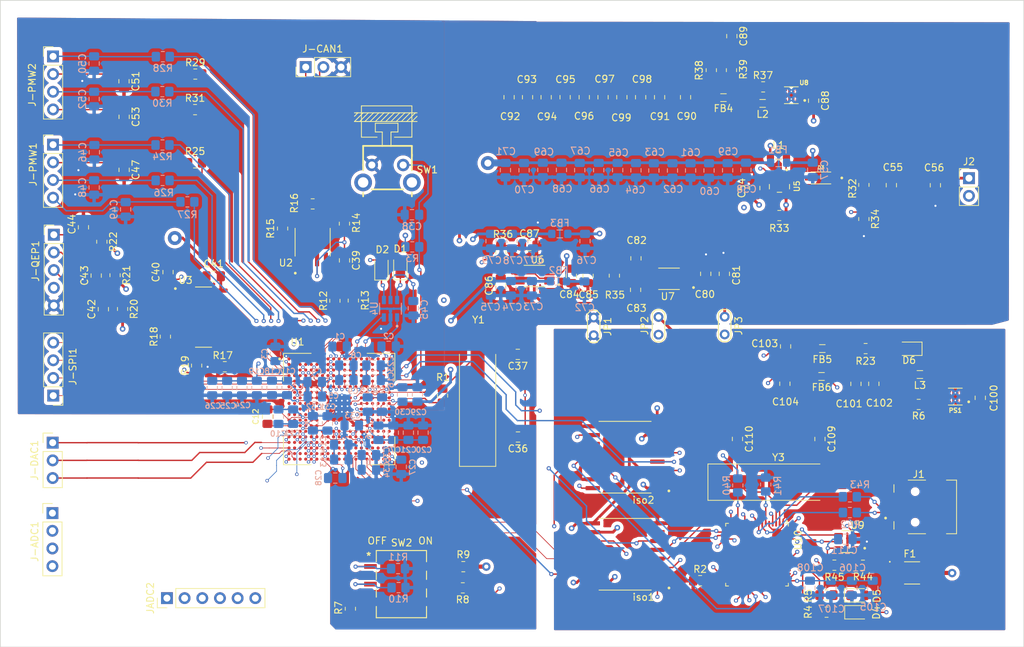
<source format=kicad_pcb>
(kicad_pcb (version 20241229) (generator "pcbnew") (generator_version "9.0")
  (layers (0 "F.Cu" signal "sign1") (4 "In1.Cu" power "GND1") (6 "In2.Cu" power "power") (8 "In3.Cu" signal "sign2") (10 "In4.Cu" power "GND2") (2 "B.Cu" signal "sign3") (13 "F.Paste" user) (15 "B.Paste" user) (5 "F.SilkS" user "F.Silkscreen") (7 "B.SilkS" user "B.Silkscreen") (1 "F.Mask" user) (3 "B.Mask" user) (25 "Edge.Cuts" user))
  (net 0 "")
  (net 1 "VDDIO")
  (net 2 "AGND")
  (net 3 "VDDOSL")
  (net 4 "VDDA")
  (net 5 "VDD")
  (net 6 "+3.3V")
  (net 7 "VSSOSC")
  (net 8 "Net-(U1F-X2)")
  (net 9 "Net-(U1F-X1)")
  (net 10 "Net-(U1F-XRS_N)")
  (net 11 "+5V")
  (net 12 "A")
  (net 13 "B")
  (net 14 "NM")
  (net 15 "Net-(J-PMW1-Pin_1)")
  (net 16 "Net-(J-PMW1-Pin_2)")
  (net 17 "Net-(J-PMW1-Pin_3)")
  (net 18 "Net-(J-PMW1-Pin_4)")
  (net 19 "Net-(J-PMW2-Pin_1)")
  (net 20 "Net-(J-PMW2-Pin_2)")
  (net 21 "Net-(J-PMW2-Pin_3)")
  (net 22 "Net-(J-PMW2-Pin_4)")
  (net 23 "Net-(U5-FB)")
  (net 24 "Net-(J2-Pin_1)")
  (net 25 "Net-(U7-TRIM{slash}NR)")
  (net 26 "Net-(U7-VOUT)")
  (net 27 "Net-(U6-+IN)")
  (net 28 "Net-(C87-Pad2)")
  (net 29 "Net-(C89-Pad2)")
  (net 30 "Net-(PS1-EN)")
  (net 31 "FTDI_3V3")
  (net 32 "FTDI_1V8")
  (net 33 "Net-(D1-K)")
  (net 34 "Net-(D2-K)")
  (net 35 "Net-(U5-SW)")
  (net 36 "Net-(D4-K)")
  (net 37 "Net-(D5-K)")
  (net 38 "Net-(D6-A)")
  (net 39 "+1.2V")
  (net 40 "INA_1")
  (net 42 "TDK")
  (net 43 "INB_1")
  (net 44 "TMS")
  (net 45 "USB0DP")
  (net 46 "TDI")
  (net 47 "INC_1")
  (net 48 "IND_1")
  (net 50 "INC_2")
  (net 52 "TDO")
  (net 53 "USB0DM")
  (net 54 "OUTB_2")
  (net 55 "OUTA_2")
  (net 56 "JTAG_TRST")
  (net 57 "Net-(J-ADC1-Pin_4)")
  (net 58 "Net-(J-ADC1-Pin_1)")
  (net 59 "Net-(J-ADC1-Pin_2)")
  (net 60 "Net-(J-ADC1-Pin_3)")
  (net 61 "Net-(J-CAN1-Pin_3)")
  (net 62 "Net-(J-CAN1-Pin_2)")
  (net 63 "Net-(J-DAC1-Pin_3)")
  (net 64 "Net-(J-DAC1-Pin_1)")
  (net 65 "Net-(J-DAC1-Pin_2)")
  (net 66 "SPISTEA*")
  (net 67 "SPISIMOA")
  (net 68 "SPICLKA")
  (net 69 "SPISOMIA")
  (net 70 "Net-(JADC2-Pin_2)")
  (net 71 "Net-(JADC2-Pin_5)")
  (net 72 "Net-(JADC2-Pin_6)")
  (net 73 "Net-(JADC2-Pin_3)")
  (net 74 "Net-(JADC2-Pin_1)")
  (net 75 "Net-(JADC2-Pin_4)")
  (net 76 "USB_VCC")
  (net 77 "Net-(U8-SW)")
  (net 78 "Net-(PS1-SW)")
  (net 79 "Net-(PS1-PG)")
  (net 80 "Net-(U1F-TRST_N)")
  (net 81 "Net-(R8-Pad1)")
  (net 82 "Net-(R9-Pad2)")
  (net 83 "BOOT_1")
  (net 84 "BOOT_0")
  (net 85 "CANTXA")
  (net 86 "Net-(U2-D)")
  (net 87 "Net-(U2-R)")
  (net 88 "CANRXA")
  (net 89 "Net-(U2-EN)")
  (net 90 "Net-(U2-RS)")
  (net 91 "Net-(U3-B4)")
  (net 92 "Net-(U3-A4)")
  (net 93 "Net-(U3-OE)")
  (net 94 "EPWM12B")
  (net 95 "EPWM12A")
  (net 96 "EPWM11B")
  (net 97 "EPWM11A")
  (net 98 "EPWM10B")
  (net 99 "EPWM10A")
  (net 100 "EPWM9B")
  (net 101 "EPWM9A")
  (net 102 "Net-(U5-EN)")
  (net 103 "VREFHI-CD")
  (net 104 "Net-(U8-PG)")
  (net 105 "D-")
  (net 106 "Net-(J1-D-)")
  (net 107 "D+")
  (net 108 "Net-(J1-D+)")
  (net 109 "FTDI_DATA")
  (net 110 "Net-(U9-DO)")
  (net 150 "EQEP1A")
  (net 159 "EQEP1I")
  (net 215 "EQEP1B")
  (net 280 "FTDI_CS")
  (net 281 "FTDI_CLK")
  (net 282 "Net-(J1-VBUS)")
  (net 285 "Net-(U10-VPLL)")
  (net 286 "Net-(U10-VPHY)")
  (net 287 "Net-(U10-OSCI)")
  (net 288 "Net-(U10-OSCO)")
  (net 289 "Net-(U10-ACBUS5)")
  (net 290 "Net-(U10-BCBUS3)")
  (net 291 "Net-(U10-BCBUS4)")
  (net 292 "Net-(U10-~{RESET}#)")
  (net 293 "Net-(U10-REF)")
  (net 306 "Net-(U10-BDBUS2)")
  (net 317 "USB_GND")
  (footprint "Capacitor_SMD:C_0805_2012Metric_Pad1.18x1.45mm_HandSolder" (layer "F.Cu") (at 103.525 33.1875 90)
    (property "Reference" "C94")
    (property "Value" "2.2uF")
  )
  (footprint "Capacitor_SMD:C_0805_2012Metric_Pad1.18x1.45mm_HandSolder" (layer "F.Cu") (at 101.1 54.5 180)
    (property "Reference" "C87")
    (property "Value" "22uF")
  )
  (footprint "Capacitor_SMD:C_0805_2012Metric_Pad1.18x1.45mm_HandSolder" (layer "F.Cu") (at 109 33.1875 90)
    (property "Reference" "C96")
    (property "Value" "2.2uF")
  )
  (footprint "Capacitor_SMD:C_0805_2012Metric_Pad1.18x1.45mm_HandSolder" (layer "F.Cu") (at 100.85 33.1875 90)
    (property "Reference" "C93")
    (property "Value" "2.2uF")
  )
  (footprint "footprints:SOT95P280X145-5N" (layer "F.Cu") (at 137.045 46.04 -90)
    (property "Reference" "U5")
    (property "Value" "LMR62421XMFE_NOPB")
  )
  (footprint "Inductor_SMD:L_0805_2012Metric_Pad1.05x1.20mm_HandSolder" (layer "F.Cu") (at 129 33.25 180)
    (property "Reference" "FB4")
    (property "Value" "220R")
  )
  (footprint "Capacitor_SMD:C_0805_2012Metric_Pad1.18x1.45mm_HandSolder" (layer "F.Cu") (at 123.55 33.1875 90)
    (property "Reference" "C90")
    (property "Value" "10uF")
  )
  (footprint "Resistor_SMD:R_0805_2012Metric_Pad1.20x1.40mm_HandSolder" (layer "F.Cu") (at 53.114251 29.863005)
    (property "Reference" "R29")
    (property "Value" "1k+-1%")
  )
  (footprint "Resistor_SMD:R_0805_2012Metric_Pad1.20x1.40mm_HandSolder" (layer "F.Cu") (at 53.084251 34.973005)
    (property "Reference" "R31")
    (property "Value" "1k+-1%")
  )
  (footprint "Capacitor_SMD:C_0805_2012Metric_Pad1.18x1.45mm_HandSolder" (layer "F.Cu") (at 106.25 33.1875 90)
    (property "Reference" "C95")
    (property "Value" "2.2uF")
  )
  (footprint "Inductor_SMD:L_0805_2012Metric_Pad1.05x1.20mm_HandSolder" (layer "F.Cu") (at 157.22 73.025 180)
    (property "Reference" "L3")
    (property "Value" "2.2uH")
  )
  (footprint "Inductor_SMD:L_0805_2012Metric_Pad1.05x1.20mm_HandSolder" (layer "F.Cu") (at 143.09 73.31 180)
    (property "Reference" "FB6")
    (property "Value" "600R")
  )
  (footprint "Resistor_SMD:R_0805_2012Metric_Pad1.20x1.40mm_HandSolder" (layer "F.Cu") (at 91.55 103.68)
    (property "Reference" "R8")
    (property "Value" "820")
  )
  (footprint "Capacitor_SMD:C_0805_2012Metric_Pad1.18x1.45mm_HandSolder" (layer "F.Cu") (at 153.12 45.8225 90)
    (property "Reference" "C55")
    (property "Value" "820pF")
  )
  (footprint "Capacitor_SMD:C_0805_2012Metric_Pad1.18x1.45mm_HandSolder" (layer "F.Cu") (at 99.475501 82.003005 180)
    (property "Reference" "C36")
    (property "Value" "36pF +-5%")
  )
  (footprint "Resistor_SMD:R_0805_2012Metric_Pad1.20x1.40mm_HandSolder" (layer "F.Cu") (at 53.31 71.74 90)
    (property "Reference" "R19")
    (property "Value" "2.2k+-1%")
  )
  (footprint "TestPoint:TestPoint_2Pads_Pitch2.54mm_Drill0.8mm" (layer "F.Cu") (at 129.175 64.725 -90)
    (property "Reference" "JP3")
    (property "Value" "Jumper_2_Open")
  )
  (footprint "Resistor_SMD:R_0805_2012Metric_Pad1.20x1.40mm_HandSolder" (layer "F.Cu") (at 157.045 77.325 180)
    (property "Reference" "R6")
    (property "Value" "100k")
  )
  (footprint "Capacitor_SMD:C_0805_2012Metric_Pad1.18x1.45mm_HandSolder" (layer "F.Cu") (at 107.15 58.8625 90)
    (property "Reference" "C84")
    (property "Value" "1uF")
  )
  (footprint "LED_SMD:LED_0805_2012Metric_Pad1.15x1.40mm_HandSolder" (layer "F.Cu") (at 82.58 57.555 90)
    (property "Reference" "D1")
    (property "Value" "LED")
  )
  (footprint "footprints:SOIC127P1030X265-16N" (layer "F.Cu") (at 114.8725 98.85 180)
    (property "Reference" "iso1")
    (property "Value" "ISO7241CDWR")
  )
  (footprint "footprints:QFN50P900X900X100-65N" (layer "F.Cu") (at 133.82 98.91 -90)
    (property "Reference" "U10")
    (property "Value" "FT2232HQ")
  )
  (footprint "Resistor_SMD:R_0805_2012Metric_Pad1.20x1.40mm_HandSolder" (layer "F.Cu") (at 75.823001 62.403005 90)
    (property "Reference" "R13")
    (property "Value" "0 +-5%")
  )
  (footprint "footprints:SON50P200X200X80-9N" (layer "F.Cu") (at 162.31 76.2 180)
    (property "Reference" "PS1")
    (property "Value" "TPS62162DSGT")
  )
  (footprint "footprints:SOT95P280X145-6N" (layer "F.Cu") (at 146.795 97.03 180)
    (property "Reference" "U9")
    (property "Value" "93LC56BT-I_OT")
  )
  (footprint "Capacitor_SMD:C_0805_2012Metric_Pad1.18x1.45mm_HandSolder" (layer "F.Cu") (at 131.01 82.2825 -90)
    (property "Reference" "C110")
    (property "Value" "36pF +-5%")
  )
  (footprint "Resistor_SMD:R_0805_2012Metric_Pad1.20x1.40mm_HandSolder" (layer "F.Cu") (at 149.425 69.3 180)
    (property "Reference" "R23")
    (property "Value" "680R+-1%")
  )
  (footprint "Capacitor_SMD:C_0805_2012Metric_Pad1.18x1.45mm_HandSolder" (layer "F.Cu") (at 159.445 45.835 90)
    (property "Reference" "C56")
    (property "Value" "10uF")
  )
  (footprint "Capacitor_SMD:C_0805_2012Metric_Pad1.18x1.45mm_HandSolder" (layer "F.Cu") (at 42.874251 30.895505 -90)
    (property "Reference" "C51")
    (property "Value" "0.1uF")
  )
  (footprint "Resistor_SMD:R_0805_2012Metric_Pad1.20x1.40mm_HandSolder" (layer "F.Cu") (at 53.084251 42.613005)
    (property "Reference" "R25")
    (property "Value" "1k+-1%")
  )
  (footprint "footprints:SW3_219-3MST_CTS" (layer "F.Cu") (at 82.73 103.14)
    (property "Reference" "SW2")
    (property "Value" "SW_DIP_x03")
  )
  (footprint "Resistor_SMD:R_0805_2012Metric_Pad1.20x1.40mm_HandSolder" (layer "F.Cu") (at 65.663001 52.053005 90)
    (property "Reference" "R15")
    (property "Value" "10k +-1%")
  )
  (footprint "Connector_PinHeader_2.54mm:PinHeader_1x06_P2.54mm_Vertical" (layer "F.Cu") (at 49.043001 105.153005 90)
    (property "Reference" "JADC2")
    (property "Value" "Conn_01x06_Pin")
  )
  (footprint "Capacitor_SMD:C_0805_2012Metric_Pad1.18x1.45mm_HandSolder" (layer "F.Cu") (at 129.125 58.5625 -90)
    (property "Reference" "C81")
    (property "Value" "0.1uF")
  )
  (footprint "Resistor_SMD:R_0805_2012Metric_Pad1.20x1.40mm_HandSolder" (layer "F.Cu") (at 143.79 104.72 180)
    (property "Reference" "R5")
    (property "Value" "680R+-1%")
  )
  (footprint "Connector_PinHeader_2.54mm:PinHeader_1x04_P2.54mm_Vertical" (layer "F.Cu") (at 32.684251 40.003005)
    (property "Reference" "J-PMW1")
    (property "Value" "Conn_01x04_Pin")
  )
  (footprint "Resistor_SMD:R_0805_2012Metric_Pad1.20x1.40mm_HandSolder" (layer "F.Cu") (at 144.93 100.42 180)
    (property "Reference" "R45")
    (property "Value" "10k+-1%")
  )
  (footprint "Connector_PinHeader_2.54mm:PinHeader_1x04_P2.54mm_Vertical" (layer "F.Cu") (at 32.59 92.94)
    (property "Reference" "J-ADC1")
    (property "Value" "Conn_01x04_Pin")
  )
  (footprint "Capacitor_SMD:C_0805_2012Metric_Pad1.18x1.45mm_HandSolder" (layer "F.Cu") (at 141.95 33.6875 -90)
    (property "Reference" "C88")
    (property "Value" "10uF")
  )
  (footprint "Capacitor_SMD:C_0805_2012Metric_Pad1.18x1.45mm_HandSolder" (layer "F.Cu") (at 148.03 74.3725 90)
    (property "Reference" "C101")
    (property "Value" "22uF")
  )
  (footprint "Connector_PinHeader_2.54mm:PinHeader_1x05_P2.54mm_Vertical" (layer "F.Cu") (at 32.793001 52.943005)
    (property "Reference" "J-QEP1")
    (property "Value" "Conn_01x05_Pin")
  )
  (footprint "LED_SMD:LED_0805_2012Metric_Pad1.15x1.40mm_HandSolder" (layer "F.Cu") (at 148.2525 104.75)
    (property "Reference" "D5")
    (property "Value" "LED")
  )
  (footprint "Capacitor_SMD:C_0805_2012Metric_Pad1.18x1.45mm_HandSolder" (layer "F.Cu") (at 137.82 74.3525 90)
    (property "Reference" "C104")
    (property "Value" "4.7uF")
  )
  (footprint "Inductor_SMD:L_0805_2012Metric_Pad1.05x1.20mm_HandSolder" (layer "F.Cu") (at 136.895 41.635)
    (property "Reference" "L1")
    (property "Value" "3.3uH")
  )
  (footprint "Capacitor_SMD:C_0805_2012Metric_Pad1.18x1.45mm_HandSolder" (layer "F.Cu") (at 165.895 76.375 90)
    (property "Reference" "C100")
    (property "Value" "10uF")
  )
  (footprint "Crystal:Crystal_SMD_HC49-SD_HandSoldering" (layer "F.Cu") (at 136.9 88.49)
    (property "Reference" "Y3")
    (property "Value" "12MHz")
  )
  (footprint "Resistor_SMD:R_0805_2012Metric_Pad1.20x1.40mm_HandSolder" (layer "F.Cu") (at 41.59 58.76 -90)
    (property "Reference" "R21")
    (property "Value" "1k")
  )
  (footprint "Capacitor_SMD:C_0805_2012Metric_Pad1.18x1.45mm_HandSolder" (layer "F.Cu") (at 97 60.2375 90)
    (property "Reference" "C86")
    (property "Value" "0.1uF")
  )
  (footprint "Capacitor_SMD:C_0805_2012Metric_Pad1.18x1.45mm_HandSolder" (layer "F.Cu") (at 74.553001 56.625505 -90)
    (property "Reference" "C39")
    (property "Value" "0.1uF")
  )
  (footprint "footprints:SOD3715X145N" (layer "F.Cu") (at 143 44.785 180)
    (property "Reference" "D3")
    (property "Value" "1N5819HW-7-F")
  )
  (footprint "Resistor_SMD:R_0805_2012Metric_Pad1.20x1.40mm_HandSolder" (layer "F.Cu") (at 130.15 29.3 90)
    (property "Reference" "R39")
    (property "Value" "64k9-+1%")
  )
  (footprint "Resistor_SMD:R_0805_2012Metric_Pad1.20x1.40mm_HandSolder" (layer "F.Cu") (at 113.325 58.825 90)
    (property "Reference" "R35")
    (property "Value" "1k-+1%")
  )
  (footprint "Resistor_SMD:R_0805_2012Metric_Pad1.20x1.40mm_HandSolder" (layer "F.Cu") (at 74.543001 51.353005 -90)
    (property "Reference" "R14")
    (property "Value" "10k +-1%")
  )
  (footprint "Capacitor_SMD:C_0805_2012Metric_Pad1.18x1.45mm_HandSolder" (layer "F.Cu") (at 37.05 51.8725 -90)
    (property "Reference" "C44")
    (property "Value" "1nF")
  )
  (footprint "LED_SMD:LED_0805_2012Metric_Pad1.15x1.40mm_HandSolder" (layer "F.Cu") (at 155.67 69.325 180)
    (property "Reference" "D6")
    (property "Value" "LED")
  )
  (footprint "footprints:SON50P200X200X80-9N" (layer "F.Cu") (at 138.75 32.9 180)
    (property "Reference" "U8")
    (property "Value" "TPS62080ADSGT")
  )
  (footprint "Resistor_SMD:R_0805_2012Metric_Pad1.20x1.40mm_HandSolder" (layer "F.Cu") (at 143.81 107.17 180)
    (property "Reference" "R4")
    (property "Value" "680R+-1%")
  )
  (footprint "Crystal:Crystal_SMD_HC49-SD_HandSoldering" (layer "F.Cu") (at 93.673001 76.083005 90)
    (property "Reference" "Y1")
    (property "Value" "10MHz")
  )
  (footprint "Connector_PinHeader_2.54mm:PinHeader_1x04_P2.54mm_Vertical" (layer "F.Cu") (at 32.71 76.06 180)
    (property "Reference" "J-SPI1")
    (property "Value" "Conn_01x04_Pin")
  )
  (footprint "Capacitor_SMD:C_0805_2012Metric_Pad1.18x1.45mm_HandSolder" (layer "F.Cu") (at 63.493001 79.075505 -90)
    (property "Reference" "C12")
    (property "Value" "0.1uF")
  )
  (footprint "Resistor_SMD:R_0805_2012Metric_Pad1.20x1.40mm_HandSolder" (layer "F.Cu") (at 42.67 63.61 -90)
    (property "Reference" "R20")
    (property "Value" "1k")
  )
  (footprint "footprints:SOIC127P600X175-14N" (layer "F.Cu") (at 54.305 64.78)
    (property "Reference" "U3")
    (property "Value" "TXB0104D")
  )
  (footprint "Capacitor_SMD:C_0805_2012Metric_Pad1.18x1.45mm_HandSolder" (layer "F.Cu") (at 38.88 58.81 90)
    (property "Reference" "C43")
    (property "Value" "1nF")
  )
  (footprint "LED_SMD:LED_0805_2012Metric_Pad1.15x1.40mm_HandSolder" (layer "F.Cu") (at 79.86 57.605 90)
    (property "Reference" "D2")
    (property "Value" "LED")
  )
  (footprint "Resistor_SMD:R_0805_2012Metric_Pad1.20x1.40mm_HandSolder" (layer "F.Cu") (at 127.25 29.3 -90)
    (property "Reference" "R38")
    (property "Value" "39k2-+1%")
  )
  (footprint "Capacitor_SMD:C_0805_2012Metric_Pad1.18x1.45mm_HandSolder" (layer "F.Cu") (at 42.894251 43.623005 -90)
    (property "Reference" "C47")
    (property "Value" "0.1uF")
  )
  (footprint "Resistor_SMD:R_0805_2012Metric_Pad1.20x1.40mm_HandSolder" (layer "F.Cu") (at 69.983001 48.513005 180)
    (property "Reference" "R16")
    (property "Value" "120 +-1%")
  )
  (footprint "Resistor_SMD:R_0805_2012Metric_Pad1.20x1.40mm_HandSolder" (layer "F.Cu") (at 149.17 45.785 90)
    (property "Reference" "R32")
    (property "Value" "30k1-+1%")
  )
  (footprint "TestPoint:TestPoint_2Pads_Pitch2.54mm_Drill0.8mm" (layer "F.Cu") (at 110.36 64.84 -90)
    (property "Reference" "JP1")
    (property "Value" "Jumper_2_Open")
  )
  (footprint "Resistor_SMD:R_0805_2012Metric_Pad1.20x1.40mm_HandSolder" (layer "F.Cu") (at 39.69 53.95 -90)
    (property "Reference" "R22")
    (property "Value" "1k")
  )
  (footprint "Resistor_SMD:R_0805_2012Metric_Pad1.20x1.40mm_HandSolder" (layer "F.Cu") (at 57.36 71.91)
    (property "Reference" "R17")
    (property "Value" "10k")
  )
  (footprint "Capacitor_SMD:C_0805_2012Metric_Pad1.18x1.45mm_HandSolder" (layer "F.Cu") (at 119.825 33.1875 90)
    (property "Reference" "C91")
    (property "Value" "2.2uF")
  )
  (footprint "Inductor_SMD:L_0805_2012Metric_Pad1.05x1.20mm_HandSolder" (layer "F.Cu") (at 143.2 69.3 180)
    (property "Reference" "FB5")
    (property "Value" "600R")
  )
  (footprint "Resistor_SMD:R_0805_2012Metric_Pad1.20x1.40mm_HandSolder" (layer "F.Cu") (at 125.65 102.65)
    (property "Reference" "R2")
    (property "Value" "1k+-1%")
  )
  (footprint "Resistor_SMD:R_0805_2012Metric_Pad1.20x1.40mm_HandSolder" (layer "F.Cu") (at 97.025 55.5 -90)
    (property "Reference" "R36")
    (property "Value" "0.1-+1%")
  )
  (footprint "Capacitor_SMD:C_0805_2012Metric_Pad1.18x1.45mm_HandSolder" (layer "F.Cu") (at 116.425 56.3375 -90)
    (property "Reference" "C82")
    (property "Value" "1uF")
  )
  (footprint "Capacitor_SMD:C_0805_2012Metric_Pad1.18x1.45mm_HandSolder" (layer "F.Cu") (at 109.55 58.8625 90)
    (property "Reference" "C85")
    (property "Value" "1uF")
  )
  (footprint "Connector_PinHeader_2.54mm:PinHeader_1x02_P2.54mm_Vertical" (layer "F.Cu") (at 164.27 44.82)
    (property "Reference" "J2")
    (property "Value" "Conn_01x02_Pin")
  )
  (footprint "Capacitor_SMD:C_0805_2012Metric_Pad1.18x1.45mm_HandSolder" (layer "F.Cu") (at 39.91 63.64 90)
    (property "Reference" "C42")
    (property "Value" "1nF")
  )
  (footprint "footprints:SOIC127P1030X265-16N" (layer "F.Cu") (at 114.86 84.905 180)
    (property "Reference" "iso2")
    (property "Value" "ISO7241CDWR")
  )
  (footprint "footprints:SOP65P490X110-8N" (layer "F.Cu") (at 101.85 58.875 180)
    (property "Reference" "U6")
    (property "Value" "OPA350EA_250")
  )
  (footprint "footprints:BGA337C80P19X19_1600X1600X140N" (layer "F.Cu") (at 73.783001 77.983005)
    (property "Reference" "U1")
    (property "Value" "TMS320F28379DZWTT")
  )
  (footprint "Inductor_SMD:L_0805_2012Metric_Pad1.05x1.20mm_HandSolder" (layer "F.Cu") (at 134.625 34.075 180)
    (property "Reference" "L2")
    (property "Value" "1uH")
  )
  (footprint "Connector_PinHeader_2.54mm:PinHeader_1x03_P2.54mm_Vertical" (layer "F.Cu") (at 68.98 28.86 90)
    (property "Reference" "J-CAN1")
    (property "Value" "Conn_01x03_Pin")
  )
  (footprint "footprints:SOIC127P600X175-8N" (layer "F.Cu") (at 69.978001 54.018005 90)
    (property "Reference" "U2")
    (property "Value" "SN65HVD234DR")
  )
  (footprint "Capacitor_SMD:C_0805_2012Metric_Pad1.18x1.45mm_HandSolder" (layer "F.Cu") (at 133.495 46.235 -90)
    (property "Reference" "C54")
    (property "Value" "4.7uF")
  )
  (footprint "Capacitor_SMD:C_0805_2012Metric_Pad1.18x1.45mm_HandSolder" (layer "F.Cu") (at 114.4 33.1875 90)
    (property "Reference" "C99")
    (property "Value" "2.2uF")
  )
  (footprint "Connector_PinHeader_2.54mm:PinHeader_1x03_P2.54mm_Vertical" (layer "F.Cu") (at 32.63 82.82)
    (property "Reference" "J-DAC1")
    (property "Value" "Conn_01x03_Pin")
  )
  (footprint "footprints:B3F3152" (layer "F.Cu") (at 84.23175 45.42825 180)
    (property "Reference" "SW1")
    (property "Value" "SW_Push")
  )
  (footprint "Resistor_SMD:R_0805_2012Metric_Pad1.20x1.40mm_HandSolder" (layer "F.Cu") (at 88.643001 76.063005 -90)
    (property "Reference" "R1")
    (property "Value" "1M +-1%")
  )
  (footprint "Resistor_SMD:R_0805_2012Metric_Pad1.20x1.40mm_HandSolder" (layer "F.Cu") (at 48.82 67.58 90)
    (property "Reference" "R18")
    (property "Value" "10k")
  )
  (footprint "footprints:SOP65P490X110-8N" (layer "F.Cu") (at 121.175 59.275 180)
    (property "Reference" "U7")
    (property "Value" "REF5030IDGKT")
  )
  (footprint "Capacitor_SMD:C_0805_2012Metric_Pad1.18x1.45mm_HandSolder" (layer "F.Cu") (at 116.375 60.8625 90)
    (property "Reference" "C83")
    (property "Value" "1uF")
  )
  (footprint "footprints:FUSM4632X85" (layer "F.Cu") (at 156.1 101.53)
    (property "Reference" "F1")
    (property "Value" "Polyfuse")
  )
  (footprint "Capacitor_SMD:C_0805_2012Metric_Pad1.18x1.45mm_HandSolder" (layer "F.Cu") (at 130.2 24.4125 -90)
    (property "Reference" "C89")
    (property "Value" "22uF")
  )
  (footprint "footprints:TE_1-1734328-2" (layer "F.Cu") (at 157.99 92.05 90)
    (property "Reference" "J1")
    (property "Value" "USB_B_Micro")
  )
  (footprint "Capacitor_SMD:C_0805_2012Metric_Pad1.18x1.45mm_HandSolder" (layer "F.Cu") (at 49.2 58.3125 -90)
    (property "Reference" "C40")
    (property "Value" "0.1uF")
  )
  (footprint "Resistor_SMD:R_0805_2012Metric_Pad1.20x1.40mm_HandSolder" (layer "F.Cu") (at 149.17 50.685 -90)
    (property "Reference" "R34")
    (property "Value" "10k-+1%")
  )
  (footprint "Capacitor_SMD:C_0805_2012Metric_Pad1.18x1.45mm_HandSolder" (layer "F.Cu") (at 55.7525 58.91)
    (property "Reference" "C41")
    (property "Value" "0.1uF")
  )
  (footprint "Capacitor_SMD:C_0805_2012Metric_Pad1.18x1.45mm_HandSolder" (layer "F.Cu") (at 117.1 33.1875 90)
    (property "Reference" "C98")
    (property "Value" "2.2uF")
  )
  (footprint "Capacitor_SMD:C_0805_2012Metric_Pad1.18x1.45mm_HandSolder" (layer "F.Cu") (at 98.2 33.1875 90)
    (property "Reference" "C92")
    (property "Value" "2.2uF")
  )
  (footprint "Resistor_SMD:R_0805_2012Metric_Pad1.20x1.40mm_HandSolder" (layer "F.Cu") (at 149.04 100.43 180)
    (property "Reference" "R44")
    (property "Value" "2.2k+-1%")
  )
  (footprint "Capacitor_SMD:C_0805_2012Metric_Pad1.18x1.45mm_HandSolder" (layer "F.Cu") (at 42.894251 36.005505 -90)
    (property "Reference" "C53")
    (property "Value" "0.1uF")
  )
  (footprint "LED_SMD:LED_0805_2012Metric_Pad1.15x1.40mm_HandSolder" (layer "F.Cu") (at 148.28 107.19)
    (property "Reference" "D4")
    (property "Value" "LED")
  )
  (footprint "Capacitor_SMD:C_0805_2012Metric_Pad1.18x1.45mm_HandSolder" (layer "F.Cu") (at 142.86 82.2925 -90)
    (property "Reference" "C109")
    (property "Value" "36pF +-5%")
  )
  (footprint "Resistor_SMD:R_0805_2012Metric_Pad1.20x1.40mm_HandSolder" (layer "F.Cu") (at 134.7 31.7 180)
    (property "Reference" "R37")
    (property "Value" "178k-+1%")
  )
  (footprint "TestPoint:TestPoint_2Pads_Pitch2.54mm_Drill0.8mm" (layer "F.Cu") (at 119.67 67.3 90)
    (property "Reference" "JP2")
    (property "Value" "Jumper_2_Open")
  )
  (footprint "Capacitor_SMD:C_0805_2012Metric_Pad1.18x1.45mm_HandSolder" (layer "F.Cu") (at 137.925 68.9875 90)
    (property "Reference" "C103")
    (property "Value" "4.7uF")
  )
  (footprint "Capacitor_SMD:C_0805_2012Metric_Pad1.18x1.45mm_HandSolder" (layer "F.Cu") (at 99.453001 70.133005 180)
    (property "Reference" "C37")
    (property "Value" "36pF +-5%")
  )
  (footprint "Capacitor_SMD:C_0805_2012Metric_Pad1.18x1.45mm_HandSolder" (layer "F.Cu") (at 150.6 74.3625 90)
    (property "Reference" "C102")
    (property "Value" "0.1uF")
  )
  (footprint "Resistor_SMD:R_0805_2012Metric_Pad1.20x1.40mm_HandSolder" (layer "F.Cu") (at 137.02 50.185)
    (property "Reference" "R33")
    (property "Value" "10k-+1%")
  )
  (footprint "Capacitor_SMD:C_0805_2012Metric_Pad1.18x1.45mm_HandSolder" (layer "F.Cu") (at 126.45 58.5625 -90)
    (property "Reference" "C80")
    (property "Value" "2.2uF")
  )
  (footprint "Capacitor_SMD:C_0805_2012Metric_Pad1.18x1.45mm_HandSolder" (layer "F.Cu") (at 111.7 33.1875 90)
    (property "Reference" "C97")
    (property "Value" "2.2uF")
  )
  (footprint "Resistor_SMD:R_0805_2012Metric_Pad1.20x1.40mm_HandSolder" (layer "F.Cu") (at 91.62 100.63 180)
    (property "Reference" "R9")
    (property "Value" "820")
  )
  (footprint "Resistor_SMD:R_0805_2012Metric_Pad1.20x1.40mm_HandSolder" (layer "F.Cu") (at 73.173001 62.433005 90)
    (property "Reference" "R12")
    (property "Value" "0 +-5%")
  )
  (footprint "Resistor_SMD:R_0805_2012Metric_Pad1.20x1.40mm_HandSolder" (layer "F.Cu") (at 75.4 106.675 90)
    (property "Reference" "R7")
    (property "Value" "2.2k")
  )
  (footprint "Connector_PinHeader_2.54mm:PinHeader_1x04_P2.54mm_Vertical" (layer "F.Cu") (at 32.684251 27.323005)
    (property "Reference" "J-PMW2")
    (property "Value" "Conn_01x04_Pin")
  )
  (footprint "Capacitor_SMD:C_0805_2012Metric_Pad1.18x1.45mm_HandSolder" (layer "B.Cu") (at 38.614251 41.090505 -90)
    (property "Reference" "C46")
    (property "Value" "0.1uF")
  )
  (footprint "Capacitor_SMD:C_0805_2012Metric_Pad1.18x1.45mm_HandSolder" (layer "B.Cu") (at 70.295501 76.183005 180)
    (property "Reference" "C5")
    (property "Value" "0.1uF")
  )
  (footprint "Capacitor_SMD:C_0805_2012Metric_Pad1.18x1.45mm_HandSolder" (layer "B.Cu") (at 141.425 103.6875 90)
    (property "Reference" "C108")
    (property "Value" "3.3uF")
  )
  (footprint "Resistor_SMD:R_0805_2012Metric_Pad1.20x1.40mm_HandSolder" (layer "B.Cu") (at 48.404251 40.053005)
    (property "Reference" "R24")
    (property "Value" "1k+-1%")
  )
  (footprint "Capacitor_SMD:C_0805_2012Metric_Pad1.18x1.45mm_HandSolder" (layer "B.Cu") (at 43.11 49.3025 -90)
    (property "Reference" "C49")
    (property "Value" "0.1uF")
  )
  (footprint "Capacitor_SMD:C_0805_2012Metric_Pad1.18x1.45mm_HandSolder" (layer "B.Cu") (at 65.063001 79.080505 -90)
    (property "Reference" "C10")
    (property "Value" "0.1uF")
  )
  (footprint "Capacitor_SMD:C_0805_2012Metric_Pad1.18x1.45mm_HandSolder" (layer "B.Cu") (at 78.733001 73.833005)
    (property "Reference" "C16")
    (property "Value" "0.1uF")
  )
  (footprint "Capacitor_SMD:C_0805_2012Metric_Pad1.18x1.45mm_HandSolder" (layer "B.Cu") (at 78.058001 84.583005)
    (property "Reference" "C35")
    (property "Value" "0.1uF")
  )
  (footprint "Capacitor_SMD:C_0805_2012Metric_Pad1.18x1.45mm_HandSolder" (layer "B.Cu") (at 78.058001 86.708005)
    (property "Reference" "C34")
    (property "Value" "0.1uF")
  )
  (footprint "Capacitor_SMD:C_0805_2012Metric_Pad1.18x1.45mm_HandSolder" (layer "B.Cu") (at 111.075 43.6625 -90)
    (property "Reference" "C66")
    (property "Value" "0.1uF")
  )
  (footprint "Capacitor_SMD:C_0805_2012Metric_Pad1.18x1.45mm_HandSolder" (layer "B.Cu") (at 109.10825 53.8625 90)
    (property "Reference" "C76")
    (property "Value" "2.2uF")
  )
  (footprint "Inductor_SMD:L_0805_2012Metric_Pad1.05x1.20mm_HandSolder" (layer "B.Cu") (at 105.48325 52.825 180)
    (property "Reference" "FB3")
    (property "Value" "60R")
  )
  (footprint "Capacitor_SMD:C_0805_2012Metric_Pad1.18x1.45mm_HandSolder" (layer "B.Cu") (at 119 43.7125 -90)
    (property "Reference" "C63")
    (property "Value" "0.1uF")
  )
  (footprint "Capacitor_SMD:C_0805_2012Metric_Pad1.18x1.45mm_HandSolder" (layer "B.Cu") (at 61.963001 74.965505 -90)
    (property "Reference" "C19")
    (property "Value" "0.1uF")
  )
  (footprint "Capacitor_SMD:C_0805_2012Metric_Pad1.18x1.45mm_HandSolder" (layer "B.Cu") (at 57.693001 74.975505 -90)
    (property "Reference" "C25")
    (property "Value" "0.1uF")
  )
  (footprint "Capacitor_SMD:C_0805_2012Metric_Pad1.18x1.45mm_HandSolder" (layer "B.Cu") (at 79.423001 81.393005 90)
    (property "Reference" "C6")
    (property "Value" "0.1uF")
  )
  (footprint "Capacitor_SMD:C_0805_2012Metric_Pad1.18x1.45mm_HandSolder" (layer "B.Cu") (at 74.095501 83.108005)
    (property "Reference" "C14")
    (property "Value" "0.1uF")
  )
  (footprint "Capacitor_SMD:C_0805_2012Metric_Pad1.18x1.45mm_HandSolder" (layer "B.Cu") (at 116.425 43.6875 -90)
    (property "Reference" "C64")
    (property "Value" "0.1uF")
  )
  (footprint "Capacitor_SMD:C_0805_2012Metric_Pad1.18x1.45mm_HandSolder" (layer "B.Cu") (at 84.44 63.5025 -90)
    (property "Reference" "C45")
    (property "Value" "0.1uF")
  )
  (footprint "Capacitor_SMD:C_0805_2012Metric_Pad1.18x1.45mm_HandSolder" (layer "B.Cu") (at 97.675 43.6625 -90)
    (property "Reference" "C71")
    (property "Value" "0.1uF")
  )
  (footprint "Capacitor_SMD:C_0805_2012Metric_Pad1.18x1.45mm_HandSolder" (layer "B.Cu") (at 98.45 60.6375 90)
    (property "Reference" "C74")
    (property "Value" "0.1uF")
  )
  (footprint "Capacitor_SMD:C_0805_2012Metric_Pad1.18x1.45mm_HandSolder" (layer "B.Cu") (at 78.720501 71.708005)
    (property "Reference" "C23")
    (property "Value" "0.1uF")
  )
  (footprint "Capacitor_SMD:C_0805_2012Metric_Pad1.18x1.45mm_HandSolder" (layer "B.Cu") (at 150.455 103.6875 90)
    (property "Reference" "C105")
    (property "Value" "0.1uF")
  )
  (footprint "Capacitor_SMD:C_0805_2012Metric_Pad1.18x1.45mm_HandSolder" (layer "B.Cu") (at 105.725 43.6375 -90)
    (property "Reference" "C68")
    (property "Value" "0.1uF")
  )
  (footprint "Capacitor_SMD:C_0805_2012Metric_Pad1.18x1.45mm_HandSolder" (layer "B.Cu") (at 108.35 43.6625 -90)
    (property "Reference" "C67")
    (property "Value" "0.1uF")
  )
  (footprint "Capacitor_SMD:C_0805_2012Metric_Pad1.18x1.45mm_HandSolder" (layer "B.Cu") (at 121.675 43.7125 -90)
    (property "Reference" "C62")
    (property "Value" "0.1uF")
  )
  (footprint "Resistor_SMD:R_0805_2012Metric_Pad1.20x1.40mm_HandSolder" (layer "B.Cu") (at 131.06 88.96 -90)
    (property "Reference" "R40")
    (property "Value" "1k+-1%")
  )
  (footprint "Capacitor_SMD:C_0805_2012Metric_Pad1.18x1.45mm_HandSolder" (layer "B.Cu") (at 73.225501 87.903005 180)
    (property "Reference" "C28")
    (property "Value" "0.1uF")
  )
  (footprint "Capacitor_SMD:C_0805_2012Metric_Pad1.18x1.45mm_HandSolder" (layer "B.Cu") (at 83.733001 81.380505 90)
    (property "Reference" "C21")
    (property "Value" "0.1uF")
  )
  (footprint "Capacitor_SMD:C_0805_2012Metric_Pad1.18x1.45mm_HandSolder" (layer "B.Cu") (at 95.605 53.8625 90)
    (property "Reference" "C79")
    (property "Value" "0.1uF")
  )
  (footprint "Capacitor_SMD:C_0805_2012Metric_Pad1.18x1.45mm_HandSolder" (layer "B.Cu") (at 66.293001 74.955505 -90)
    (property "Reference" "C17")
    (property "Value" "0.1uF")
  )
  (footprint "Capacitor_SMD:C_0805_2012Metric_Pad1.18x1.45mm_HandSolder" (layer "B.Cu") (at 84.2425 50.07)
    (property "Reference" "C38")
    (property "Value" "0.1uF")
  )
  (footprint "Capacitor_SMD:C_0805_2012Metric_Pad1.18x1.45mm_HandSolder" (layer "B.Cu") (at 98.615 53.8625 90)
    (property "Reference" "C78")
    (property "Value" "0.1uF")
  )
  (footprint "Capacitor_SMD:C_0805_2012Metric_Pad1.18x1.45mm_HandSolder" (layer "B.Cu") (at 85.843001 81.380505 90)
    (property "Reference" "C20")
    (property "Value" "0.1uF")
  )
  (footprint "Capacitor_SMD:C_0805_2012Metric_Pad1.18x1.45mm_HandSolder" (layer "B.Cu") (at 74.820501 71.708005)
    (property "Reference" "C8")
    (property "Value" "0.1uF")
  )
  (footprint "Capacitor_SMD:C_0805_2012Metric_Pad1.18x1.45mm_HandSolder" (layer "B.Cu") (at 109.025 60.6875 90)
    (property "Reference" "C72")
    (property "Value" "2.2uF")
  )
  (footprint "Capacitor_SMD:C_0805_2012Metric_Pad1.18x1.45mm_HandSolder" (layer "B.Cu") (at 81.563001 81.385505 90)
    (property "Reference" "C7")
    (property "Value" "0.1uF")
  )
  (footprint "Capacitor_SMD:C_0805_2012Metric_Pad1.18x1.45mm_HandSolder" (layer "B.Cu") (at 38.584251 33.445505 -90)
    (property "Reference" "C52")
    (property "Value" "0.1uF")
  )
  (footprint "Resistor_SMD:R_0805_2012Metric_Pad1.20x1.40mm_HandSolder" (layer "B.Cu") (at 84.29 54.69)
    (property "Reference" "R3")
    (property "Value" "2.2Kk +-1%")
  )
  (footprint "Capacitor_SMD:C_0805_2012Metric_Pad1.18x1.45mm_HandSolder" (layer "B.Cu") (at 70.270501 74.083005 180)
    (property "Reference" "C4")
    (property "Value" "0.1uF")
  )
  (footprint "Capacitor_SMD:C_0805_2012Metric_Pad1.18x1.45mm_HandSolder" (layer "B.Cu") (at 101.475 60.6375 90)
    (property "Reference" "C73")
    (property "Value" "2.2uF")
  )
  (footprint "Capacitor_SMD:C_0805_2012Metric_Pad1.18x1.45mm_HandSolder" (layer "B.Cu") (at 126.925 43.7125 -90)
    (property "Reference" "C60")
    (property "Value" "0.1uF")
  )
  (footprint "Capacitor_SMD:C_0805_2012Metric_Pad1.18x1.45mm_HandSolder" (layer "B.Cu") (at 77.883001 77.345505 -90)
    (property "Reference" "C15")
    (property "Value" "0.1uF")
  )
  (footprint "Capacitor_SMD:C_0805_2012Metric_Pad1.18x1.45mm_HandSolder" (layer "B.Cu") (at 64.623001 70.060505 90)
    (property "Reference" "C3")
    (property "Value" "0.1uF")
  )
  (footprint "Capacitor_SMD:C_0805_2012Metric_Pad1.18x1.45mm_HandSolder" (layer "B.Cu") (at 55.553001 74.973005 -90)
    (property "Reference" "C26")
    (property "Value" "0.1uF")
  )
  (footprint "Capacitor_SMD:C_0805_2012Metric_Pad1.18x1.45mm_HandSolder" (layer "B.Cu") (at 74.820501 73.833005)
    (property "Reference" "C9")
    (property "Value" "0.1uF")
  )
  (footprint "Capacitor_SMD:C_0805_2012Metric_Pad1.18x1.45mm_HandSolder" (layer "B.Cu") (at 132.225 43.6375 90)
    (property "Reference" "C58")
    (property "Value" "10uF")
  )
  (footprint "Capacitor_SMD:C_0805_2012Metric_Pad1.18x1.45mm_HandSolder" (layer "B.Cu") (at 82.883001 75.895505 90)
    (property "Reference" "C30")
    (property "Value" "0.1uF")
  )
  (footprint "Capacitor_SMD:C_0805_2012Metric_Pad1.18x1.45mm_HandSolder" (layer "B.Cu") (at 144.435 103.6875 90)
    (property "Reference" "C107")
    (property "Value" "0.1uF")
  )
  (footprint "Inductor_SMD:L_0805_2012Metric_Pad1.05x1.20mm_HandSolder" (layer "B.Cu") (at 136.925 42.6 180)
    (property "Reference" "FB1")
    (property "Value" "220R")
  )
  (footprint "Capacitor_SMD:C_0805_2012Metric_Pad1.18x1.45mm_HandSolder" (layer "B.Cu") (at 101.625 53.8625 90)
    (property "Reference" "C77")
    (property "Value" "2.2uF")
  )
  (footprint "Capacitor_SMD:C_0805_2012Metric_Pad1.18x1.45mm_HandSolder" (layer "B.Cu") (at 103.05 43.6375 -90)
    (property "Reference" "C69")
    (property "Value" "0.1uF")
  )
  (footprint "Resistor_SMD:R_0805_2012Metric_Pad1.20x1.40mm_HandSolder" (layer "B.Cu") (at 48.454251 27.363005)
    (property "Reference" "R28")
    (property "Value" "1k+-1%")
  )
  (footprint "Inductor_SMD:L_0805_2012Metric_Pad1.05x1.20mm_HandSolder" (layer "B.Cu") (at 105.3 59.625 180)
    (property "Reference" "FB2")
    (property "Value" "60R")
  )
  (footprint "Capacitor_SMD:C_0805_2012Metric_Pad1.18x1.45mm_HandSolder" (layer "B.Cu") (at 70.008001 80.020505 -90)
    (property "Reference" "C32")
    (property "Value" "2.2uF")
  )
  (footprint "Resistor_SMD:R_0805_2012Metric_Pad1.20x1.40mm_HandSolder" (layer "B.Cu") (at 48.424251 45.143005)
    (property "Reference" "R26")
    (property "Value" "1k+-1%")
  )
  (footprint "Capacitor_SMD:C_0805_2012Metric_Pad1.18x1.45mm_HandSolder" (layer "B.Cu") (at 38.584251 28.345505 -90)
    (property "Reference" "C50")
    (property "Value" "0.1uF")
  )
  (footprint "Resistor_SMD:R_0805_2012Metric_Pad1.20x1.40mm_HandSolder" (layer "B.Cu") (at 147.16 90.6 180)
    (property "Reference" "R43")
    (property "Value" "0+-5%")
  )
  (footprint "Capacitor_SMD:C_0805_2012Metric_Pad1.18x1.45mm_HandSolder" (layer "B.Cu") (at 129.6 43.6875 90)
    (property "Reference" "C59")
    (property "Value" "10uF")
  )
  (footprint "Capacitor_SMD:C_0805_2012Metric_Pad1.18x1.45mm_HandSolder" (layer "B.Cu") (at 80.895501 68.983005)
    (property "Reference" "C2")
    (property "Value" "0.1uF")
  )
  (footprint "Capacitor_SMD:C_0805_2012Metric_Pad1.18x1.45mm_HandSolder" (layer "B.Cu") (at 73.845501 69.008005)
    (property "Reference" "C1")
    (property "Value" "0.1uF")
  )
  (footprint "Capacitor_SMD:C_0805_2012Metric_Pad1.18x1.45mm_HandSolder" (layer "B.Cu") (at 141.825 43.625 90)
    (property "Reference" "C57")
    (property "Value" "10uF")
  )
  (footprint "Capacitor_SMD:C_0805_2012Metric_Pad1.18x1.45mm_HandSolder" (layer "B.Cu") (at 147.445 103.6875 90)
    (property "Reference" "C106")
    (property "Value" "0.1uF")
  )
  (footprint "footprints:SOT95P280X145-6N" (layer "B.Cu") (at 81.16 63.575 90)
    (property "Reference" "U4")
    (property "Value" "SN74LVC2G07DBVR")
  )
  (footprint "Capacitor_SMD:C_0805_2012Metric_Pad1.18x1.45mm_HandSolder" (layer "B.Cu") (at 59.823001 74.975505 -90)
    (property "Reference" "C24")
    (property "Value" "0.1uF")
  )
  (footprint "Resistor_SMD:R_0805_2012Metric_Pad1.20x1.40mm_HandSolder" (layer "B.Cu") (at 82.25 100.91 180)
    (property "Reference" "R11")
    (property "Value" "2.2k")
  )
  (footprint "Resistor_SMD:R_0805_2012Metric_Pad1.20x1.40mm_HandSolder" (layer "B.Cu") (at 135.07 88.83 -90)
    (property "Reference" "R41")
    (property "Value" "12k+-1%")
  )
  (footprint "Capacitor_SMD:C_0805_2012Metric_Pad1.18x1.45mm_HandSolder" (layer "B.Cu") (at 74.100501 85.233005)
    (property "Reference" "C13")
    (property "Value" "0.1uF")
  )
  (footprint "Resistor_SMD:R_0805_2012Metric_Pad1.20x1.40mm_HandSolder" (layer "B.Cu") (at 82.32 103.64 180)
    (property "Reference" "R10")
    (property "Value" "2.2k")
  )
  (footprint "Capacitor_SMD:C_0805_2012Metric_Pad1.18x1.45mm_HandSolder" (layer "B.Cu") (at 100.35 43.675 -90)
    (property "Reference" "C70")
    (property "Value" "0.1uF")
  )
  (footprint "Capacitor_SMD:C_0805_2012Metric_Pad1.18x1.45mm_HandSolder" (layer "B.Cu") (at 146.5125 96.69 180)
    (property "Reference" "C111")
    (property "Value" "0.1uF")
  )
  (footprint "Resistor_SMD:R_0805_2012Metric_Pad1.20x1.40mm_HandSolder" (layer "B.Cu") (at 48.384251 32.383005)
    (property "Reference" "R30")
    (property "Value" "1k+-1%")
  )
  (footprint "Capacitor_SMD:C_0805_2012Metric_Pad1.18x1.45mm_HandSolder" (layer "B.Cu") (at 64.133001 74.960505 -90)
    (property "Reference" "C18")
    (property "Value" "0.1uF")
  )
  (footprint "Capacitor_SMD:C_0805_2012Metric_Pad1.18x1.45mm_HandSolder" (layer "B.Cu") (at 79.958001 77.345505 -90)
    (property "Reference" "C22")
    (property "Value" "0.1uF")
  )
  (footprint "Resistor_SMD:R_0805_2012Metric_Pad1.20x1.40mm_HandSolder" (layer "B.Cu") (at 147.16 92.86 180)
    (property "Reference" "R42")
    (property "Value" "0+-5%")
  )
  (footprint "Capacitor_SMD:C_0805_2012Metric_Pad1.18x1.45mm_HandSolder" (layer "B.Cu") (at 82.703001 86.295505 -90)
    (property "Reference" "C27")
    (property "Value" "0.1uF")
  )
  (footprint "Capacitor_SMD:C_0805_2012Metric_Pad1.18x1.45mm_HandSolder" (layer "B.Cu") (at 95.575 60.6375 90)
    (property "Reference" "C75")
    (property "Value" "0.1uF")
  )
  (footprint "Capacitor_SMD:C_0805_2012Metric_Pad1.18x1.45mm_HandSolder" (layer "B.Cu") (at 113.8 43.6625 -90)
    (property "Reference" "C65")
    (property "Value" "0.1uF")
  )
  (footprint "Resistor_SMD:R_0805_2012Metric_Pad1.20x1.40mm_HandSolder" (layer "B.Cu") (at 51.98 48.22)
    (property "Reference" "R27")
    (property "Value" "1k+-1%")
  )
  (footprint "Capacitor_SMD:C_0805_2012Metric_Pad1.18x1.45mm_HandSolder" (layer "B.Cu") (at 85.033001 75.883005 90)
    (property "Reference" "C29")
    (property "Value" "0.1uF")
  )
  (footprint "Capacitor_SMD:C_0805_2012Metric_Pad1.18x1.45mm_HandSolder" (layer "B.Cu") (at 67.183001 79.080505 -90)
    (property "Reference" "C11")
    (property "Value" "0.1uF")
  )
  (footprint "Capacitor_SMD:C_0805_2012Metric_Pad1.18x1.45mm_HandSolder" (layer "B.Cu") (at 124.275 43.7125 -90)
    (property "Reference" "C61")
    (property "Value" "0.1uF")
  )
  (footprint "Capacitor_SMD:C_0805_2012Metric_Pad1.18x1.45mm_HandSolder" (layer "B.Cu") (at 72.108001 80.045505 -90)
    (property "Reference" "C31")
    (property "Value" "2.2uF")
  )
  (footprint "Capacitor_SMD:C_0805_2012Metric_Pad1.18x1.45mm_HandSolder" (layer "B.Cu") (at 38.584251 46.155505 -90)
    (property "Reference" "C48")
    (property "Value" "0.1uF")
  )
  (footprint "Capacitor_SMD:C_0805_2012Metric_Pad1.18x1.45mm_HandSolder" (layer "B.Cu") (at 75.595501 80.333005 180)
    (property "Reference" "C33")
    (property "Value" "20uF")
  )
  (gr_rect (start 25.11 19.27) (end 172.15 112.18) (stroke (width 0.1)) (fill no) (layer "Edge.Cuts"))
  (segment (start 79.642995 80.007005) (end 78.159001 80.007005) (width 0.1) (layer "F.Cu") (net 1))
  (segment (start 80.983001 84.383005) (end 81.383001 84.783005) (width 0.1) (layer "F.Cu") (net 1))
  (segment (start 76.983001 78.783005) (end 77.783001 78.783005) (width 0.1) (layer "F.Cu") (net 1))
  (segment (start 63.493001 78.038005) (end 65.038001 78.038005) (width 0.2) (layer "F.Cu") (net 1))
  (segment (start 78.159001 79.159005) (end 78.159001 80.007005) (width 0.1) (layer "F.Cu") (net 1))
  (segment (start 80.183001 77.183005) (end 79.8 77.566006) (width 0.1) (layer "F.Cu") (net 1))
  (segment (start 72.983001 70.783005) (end 73.383001 70.383005) (width 0.1) (layer "F.Cu") (net 1))
  (segment (start 65.038001 78.038005) (end 65.449998 78.450002) (width 0.2) (layer "F.Cu") (net 1))
  (segment (start 66.583001 79.583005) (end 65.449998 78.450002) (width 0.1) (layer "F.Cu") (net 1))
  (segment (start 73.783001 73.983005) (end 73.783001 74.783005) (width 0.1) (layer "F.Cu") (net 1))
  (segment (start 76.983001 80.383005) (end 77.783001 80.383005) (width 0.1) (layer "F.Cu") (net 1))
  (segment (start 68.983001 75.583005) (end 68.583001 75.983005) (width 0.1) (layer "F.Cu") (net 1))
  (segment (start 73.96 85.93) (end 74.3 86.27) (width 0.1) (layer "F.Cu") (net 1))
  (segment (start 78.583001 73.983005) (end 78.583001 74.783005) (width 0.1) (layer "F.Cu") (net 1))
  (segment (start 68.983001 75.583005) (end 69.783001 75.583005) (width 0.1) (layer "F.Cu") (net 1))
  (segment (start 72.983001 81.183005) (end 73.383001 81.583005) (width 0.1) (layer "F.Cu") (net 1))
  (segment (start 66.983001 79.183005) (end 66.583001 79.583005) (width 0.1) (layer "F.Cu") (net 1))
  (segment (start 69.783001 76.383005) (end 70.583001 76.383005) (width 0.1) (layer "F.Cu") (net 1))
  (segment (start 71.783001 73.558005) (end 72.583001 73.558005) (width 0.1) (layer "F.Cu") (net 1))
  (segment (start 76.983001 78.783005) (end 76.333001 78.783005) (width 0.1) (layer "F.Cu") (net 1))
  (segment (start 77.783001 78.783005) (end 78.159001 79.159005) (width 0.1) (layer "F.Cu") (net 1))
  (segment (start 71.383001 74.783005) (end 71.383001 73.983005) (width 0.1) (layer "F.Cu") (net 1))
  (segment (start 72.183001 85.183005) (end 72.929996 85.93) (width 0.1) (layer "F.Cu") (net 1))
  (segment (start 73.783001 74.783005) (end 74.183001 75.183005) (width 0.1) (layer "F.Cu") (net 1))
  (segment (start 77.783001 80.383005) (end 78.183001 80.783005) (width 0.1) (layer "F.Cu") (net 1))
  (segment (start 68.983001 74.783005) (end 68.983001 75.583005) (width 0.1) (layer "F.Cu") (net 1))
  (segment (start 78.583001 74.783005) (end 78.983001 75.183005) (width 0.1) (layer "F.Cu") (net 1))
  (segment (start 69.383001 79.183005) (end 68.583001 79.183005) (width 0.1) (layer "F.Cu") (net 1))
  (segment (start 72.983001 81.183005) (end 72.983001 81.983005) (width 0.1) (layer "F.Cu") (net 1))
  (segment (start 71.783001 73.558005) (end 71.383001 73.958005) (width 0.1) (layer "F.Cu") (net 1))
  (segment (start 70.583001 76.383005) (end 70.583001 75.583005) (width 0.1) (layer "F.Cu") (net 1))
  (segment (start 71.383001 73.958005) (end 71.383001 73.983005) (width 0.1) (layer "F.Cu") (net 1))
  (segment (start 80.183001 70.783005) (end 80.583001 70.383005) (width 0.1) (layer "F.Cu") (net 1))
  (segment (start 76.183001 74.783005) (end 76.583001 75.183005) (width 0.1) (layer "F.Cu") (net 1))
  (segment (start 79.8 77.566006) (end 79.8 79.85) (width 0.1) (layer "F.Cu") (net 1))
  (segment (start 76.183001 73.983005) (end 76.183001 74.783005) (width 0.1) (layer "F.Cu") (net 1))
  (segment (start 68.583001 79.183005) (end 66.983001 79.183005) (width 0.1) (layer "F.Cu") (net 1))
  (segment (start 69.783001 79.583005) (end 69.383001 79.183005) (width 0.1) (layer "F.Cu") (net 1))
  (segment (start 68.583001 75.983005) (end 67.783001 75.983005) (width 0.1) (layer "F.Cu") (net 1))
  (segment (start 72.929996 85.93) (end 73.96 85.93) (width 0.1) (layer "F.Cu") (net 1))
  (segment (start 79.8 79.85) (end 79.642995 80.007005) (width 0.1) (layer "F.Cu") (net 1))
  (segment (start 78.159001 80.007005) (end 77.783001 80.383005) (width 0.1) (layer "F.Cu") (net 1))
  (segment (start 74.3 86.27) (end 74.3 86.5) (width 0.1) (layer "F.Cu") (net 1))
  (segment (start 70.583001 79.583005) (end 69.783001 79.583005) (width 0.1) (layer "F.Cu") (net 1))
  (segment (start 69.783001 75.583005) (end 69.783001 76.383005) (width 0.1) (layer "F.Cu") (net 1))
  (segment (start 66.583001 71.583005) (end 66.183001 71.183005) (width 0.1) (layer "F.Cu") (net 1))
  (via (at 78.983001 75.183005) (size 0.48) (drill 0.25) (layers "F.Cu" "B.Cu") (net 1))
  (via (at 80.583001 70.383005) (size 0.48) (drill 0.25) (layers "F.Cu" "B.Cu") (net 1))
  (via (at 62.2 71.45) (size 0.6) (drill 0.3) (layers "F.Cu" "B.Cu") (net 1))
  (via (at 83.3 53.05) (size 0.8) (drill 0.4) (layers "F.Cu" "B.Cu") (net 1))
  (via (at 68.583001 79.183005) (size 0.48) (drill 0.25) (layers "F.Cu" "B.Cu") (net 1))
  (via (at 74.3 86.5) (size 0.48) (drill 0.25) (layers "F.Cu" "B.Cu") (net 1))
  (via (at 66.183001 71.183005) (size 0.48) (drill 0.25) (layers "F.Cu" "B.Cu") (net 1))
  (via (at 76.583001 75.183005) (size 0.48) (drill 0.25) (layers "F.Cu" "B.Cu") (net 1))
  (via (at 81.383001 84.783005) (size 0.48) (drill 0.25) (layers "F.Cu" "B.Cu") (net 1))
  (via (at 67.783001 75.983005) (size 0.48) (drill 0.25) (layers "F.Cu" "B.Cu") (net 1))
  (via (at 73.383001 70.383005) (size 0.48) (drill 0.25) (layers "F.Cu" "B.Cu") (net 1))
  (via (at 76.333001 78.783005) (size 0.48) (drill 0.25) (layers "F.Cu" "B.Cu") (net 1))
  (via (at 78.183001 80.783005) (size 0.48) (drill 0.25) (layers "F.Cu" "B.Cu") (net 1))
  (via (at 73.383001 81.583005) (size 0.48) (drill 0.25) (layers "F.Cu" "B.Cu") (net 1))
  (via (at 95.15 42.65) (size 2) (drill 1) (layers "F.Cu" "B.Cu") (net 1))
  (via (at 74.183001 75.183005) (size 0.48) (drill 0.25) (layers "F.Cu" "B.Cu") (net 1))
  (via (at 72.583001 73.558005) (size 0.48) (drill 0.25) (layers "F.Cu" "B.Cu") (net 1))
  (segment (start 81.574998 84.975002) (end 81.383001 84.783005) (width 0.1) (layer "B.Cu") (net 1))
  (segment (start 67.783001 75.408005) (end 67.783001 75.983005) (width 0.2) (layer "B.Cu") (net 1))
  (segment (start 74.263001 87.903005) (end 74.263001 86.536999) (width 0.2) (layer "B.Cu") (net 1))
  (segment (start 73.783001 73.833005) (end 73.783001 71.708005) (width 0.2) (layer "B.Cu") (net 1))
  (segment (start 83.29 54.69) (end 83.29 53.06) (width 0.2) (layer "B.Cu") (net 1))
  (segment (start 66.275501 73.935505) (end 66.293001 73.918005) (width 0.2) (layer "B.Cu") (net 1))
  (segment (start 95.175 42.625) (end 95.15 42.65) (width 1) (layer "B.Cu") (net 1))
  (segment (start 83.29 53.06) (end 83.3 53.05) (width 0.2) (layer "B.Cu") (net 1))
  (segment (start 79.858001 69.658005) (end 80.583001 70.383005) (width 0.2) (layer "B.Cu") (net 1))
  (segment (start 85.830501 82.430505) (end 85.843001 82.418005) (width 0.2) (layer "B.Cu") (net 1))
  (segment (start 61.963001 73.928005) (end 61.963001 71.686999) (width 0.2) (layer "B.Cu") (net 1))
  (segment (start 77.695501 73.833005) (end 77.695501 71.720505) (width 0.2) (layer "B.Cu") (net 1))
  (segment (start 73.783001 74.783005) (end 73.783001 73.833005) (width 0.1) (layer "B.Cu") (net 1))
  (segment (start 72.808001 69.808005) (end 73.383001 70.383005) (width 0.2) (layer "B.Cu") (net 1))
  (segment (start 77.695501 74.070505) (end 77.695501 73.833005) (width 0.1) (layer "B.Cu") (net 1))
  (segment (start 79.958001 76.158005) (end 79.958001 76.308005) (width 0.1) (layer "B.Cu") (net 1))
  (segment (start 73.058001 83.108005) (end 73.058001 85.228005) (width 0.2) (layer "B.Cu") (net 1))
  (segment (start 82.703001 85.258005) (end 81.858001 85.258005) (width 0.2) (layer "B.Cu") (net 1))
  (segment (start 97.7 42.6) (end 97.675 42.625) (width 0.4) (layer "B.Cu") (net 1))
  (segment (start 68.583001 79.183005) (end 67.443001 78.043005) (width 0.2) (layer "B.Cu") (net 1))
  (segment (start 79.423001 82.430505) (end 85.830501 82.430505) (width 0.2) (layer "B.Cu") (net 1))
  (segment (start 73.058001 85.208005) (end 73.083001 85.233005) (width 0.1) (layer "B.Cu") (net 1))
  (segment (start 76.583001 75.183005) (end 77.695501 74.070505) (width 0.1) (layer "B.Cu") (net 1))
  (segment (start 81.858001 85.258005) (end 81.574998 84.975002) (width 0.2) (layer "B.Cu") (net 1))
  (segment (start 64.623001 71.098005) (end 66.098001 71.098005) (width 0.1) (layer "B.Cu") (net 1))
  (segment (start 79.958001 76.308005) (end 77.883001 76.308005) (width 0.1) (layer "B.Cu") (net 1))
  (segment (start 74.263001 86.536999) (end 74.3 86.5) (width 0.2) (layer "B.Cu") (net 1))
  (segment (start 66.098001 71.098005) (end 66.183001 71.183005) (width 0.1) (layer "B.Cu") (net 1))
  (segment (start 61.963001 71.686999) (end 62.2 71.45) (width 0.2) (layer "B.Cu") (net 1))
  (segment (start 67.183001 78.043005) (end 65.063001 78.043005) (width 0.2) (layer "B.Cu") (net 1))
  (segment (start 55.553001 73.935505) (end 66.275501 73.935505) (width 0.2) (layer "B.Cu") (net 1))
  (segment (start 71.308001 74.083005) (end 71.308001 76.158005) (width 0.2) (layer "B.Cu") (net 1))
  (segment (start 71.308001 74.083005) (end 72.058001 74.083005) (width 0.2) (layer "B.Cu") (net 1))
  (segment (start 74.183001 75.183005) (end 73.783001 74.783005) (width 0.1) (layer "B.Cu") (net 1))
  (segment (start 78.183001 81.190505) (end 79.423001 82.430505) (width 0.2) (layer "B.Cu") (net 1))
  (segment (start 72.808001 69.008005) (end 72.808001 69.808005) (width 0.2) (layer "B.Cu") (net 1))
  (segment (start 78.983001 75.183005) (end 79.958001 76.158005) (width 0.1) (layer "B.Cu") (net 1))
  (segment (start 66.293001 73.918005) (end 67.783001 75.408005) (width 0.2) (layer "B.Cu") (net 1))
  (segment (start 73.383001 81.583005) (end 73.383001 82.783005) (width 0.1) (layer "B.Cu") (net 1))
  (segment (start 79.858001 68.983005) (end 79.858001 69.658005) (width 0.2) (layer "B.Cu") (net 1))
  (segment (start 71.308001 76.158005) (end 71.333001 76.183005) (width 0.2) (layer "B.Cu") (net 1))
  (segment (start 67.443001 78.043005) (end 67.183001 78.043005) (width 0.2) (layer "B.Cu") (net 1))
  (segment (start 135.775 42.6) (end 97.7 42.6) (width 0.4) (layer "B.Cu") (net 1))
  (segment (start 72.058001 74.083005) (end 72.583001 73.558005) (width 0.2) (layer "B.Cu") (net 1))
  (segment (start 73.383001 82.783005) (end 73.058001 83.108005) (width 0.1) (layer "B.Cu") (net 1))
  (segment (start 97.675 42.625) (end 95.175 42.625) (width 1) (layer "B.Cu") (net 1))
  (segment (start 77.695501 71.720505) (end 77.683001 71.708005) (width 0.2) (layer "B.Cu") (net 1))
  (segment (start 78.183001 80.783005) (end 78.183001 81.190505) (width 0.2) (layer "B.Cu") (net 1))
  (segment (start 73.058001 85.228005) (end 73.063001 85.233005) (width 0.2) (layer "B.Cu") (net 1))
  (segment (start 77.783001 81.183005) (end 76.983001 81.183005) (width 0.1) (layer "F.Cu") (net 2))
  (segment (start 69.383001 76.783005) (end 67.783001 76.783005) (width 0.1) (layer "F.Cu") (net 2))
  (segment (start 66.013001 81.183005) (end 65.883001 81.313005) (width 0.1) (layer "F.Cu") (net 2))
  (segment (start 72.983001 76.383005) (end 75.383001 76.383005) (width 0.1) (layer "F.Cu") (net 2))
  (segment (start 131.2875 45.1975) (end 131.235 45.25) (width 0.2) (layer "F.Cu") (net 2))
  (segment (start 139.735 33.15) (end 139.735 32.65) (width 0.2) (layer "F.Cu") (net 2))
  (segment (start 79.808001 75.158005) (end 80.568005 75.158005) (width 0.1) (layer "F.Cu") (net 2))
  (segment (start 78.583001 75.743001) (end 78.583001 75.583005) (width 0.1) (layer "F.Cu") (net 2))
  (segment (start 76.526006 76.84) (end 76.983001 76.383005) (width 0.1) (layer "F.Cu") (net 2))
  (segment (start 69.383001 79.983005) (end 69.783001 80.383005) (width 0.1) (layer "F.Cu") (net 2))
  (segment (start 69.383001 77.583005) (end 69.783001 77.183005) (width 0.1) (layer "F.Cu") (net 2))
  (segment (start 75.726006 76.84) (end 76.526006 76.84) (width 0.1) (layer "F.Cu") (net 2))
  (segment (start 72.183001 73.983005) (end 72.183001 74.783005) (width 0.1) (layer "F.Cu") (net 2))
  (segment (start 118.470001 88.08) (end 119.5 88.08) (width 0.4) (layer "F.Cu") (net 2))
  (segment (start 74.183001 77.583005) (end 74.583001 77.183005) (width 0.1) (layer "F.Cu") (net 2))
  (segment (start 70.583001 84.383005) (end 70.183001 84.783005) (width 0.1) (layer "F.Cu") (net 2))
  (segment (start 134.3075 46.01) (end 133.495 45.1975) (width 0.2) (layer "F.Cu") (net 2))
  (segment (start 77.783001 74.028744) (end 77.783001 74.737265) (width 0.1) (layer "F.Cu") (net 2))
  (segment (start 72.183001 81.983005) (end 72.559001 82.359005) (width 0.1) (layer "F.Cu") (net 2))
  (segment (start 107.94 102.91) (end 108.825 102.025) (width 0.4) (layer "F.Cu") (net 2))
  (segment (start 69.383001 78.383005) (end 69.383001 77.583005) (width 0.1) (layer "F.Cu") (net 2))
  (segment (start 141.95 32.65) (end 139.735 32.65) (width 0.2) (layer "F.Cu") (net 2))
  (segment (start 72.183001 77.183005) (end 72.183001 79.583005) (width 0.1) (layer "F.Cu") (net 2))
  (segment (start 115.47 85.079999) (end 118.470001 88.08) (width 0.4) (layer "F.Cu") (net 2))
  (segment (start 48.85 68.59) (end 51.83 68.59) (width 0.2) (layer "F.Cu") (net 2))
  (segment (start 73.783001 70.783005) (end 74.183001 70.383005) (width 0.1) (layer "F.Cu") (net 2))
  (segment (start 77.783001 74.783005) (end 78.183001 75.183005) (width 0.1) (layer "F.Cu") (net 2))
  (segment (start 115.47 82.28) (end 115.47 85.079999) (width 0.4) (layer "F.Cu") (net 2))
  (segment (start 70.18 73.580004) (end 70.18 72.786006) (width 0.1) (layer "F.Cu") (net 2))
  (segment (start 74.983001 76.783005) (end 75.383001 76.383005) (width 0.1) (layer "F.Cu") (net 2))
  (segment (start 66.583001 85.183005) (end 66.183001 85.583005) (width 0.1) (layer "F.Cu") (net 2))
  (segment (start 149.17 51.685) (end 149.17 53.135) (width 0.2) (layer "F.Cu") (net 2))
  (segment (start 75.383001 74.783005) (end 75.783001 75.183005) (width 0.1) (layer "F.Cu") (net 2))
  (segment (start 117.29 80.46) (end 115.47 82.28) (width 0.4) (layer "F.Cu") (net 2))
  (segment (start 63.763001 80.383005) (end 63.493001 80.113005) (width 0.1) (layer "F.Cu") (net 2))
  (segment (start 80.983001 85.183005) (end 81.383001 85.583005) (width 0.1) (layer "F.Cu") (net 2))
  (segment (start 71.383001 85.183005) (end 72.739996 86.54) (width 0.1) (layer "F.Cu") (net 2))
  (segment (start 72.559001 82.359005) (end 74.080995 82.359005) (width 0.1) (layer "F.Cu") (net 2))
  (segment (start 70.583001 85.183005) (end 70.183001 85.583005) (width 0.1) (layer "F.Cu") (net 2))
  (segment (start 137.045 44.785) (end 137.045 45.389999) (width 0.2) (layer "F.Cu") (net 2))
  (segment (start 66.583001 80.383005) (end 63.763001 80.383005) (width 0.1) (layer "F.Cu") (net 2))
  (segment (start 72.739996 86.54) (end 72.9 86.54) (width 0.1) (layer "F.Cu") (net 2))
  (segment (start 115.47 85.079999) (end 115.47 89.1675) (width 0.4) (layer "F.Cu") (net 2))
  (segment (start 129.125 55.675) (end 129 55.55) (width 0.2) (layer "F.Cu") (net 2))
  (segment (start 69.783001 78.783005) (end 69.383001 78.383005) (width 0.1) (layer "F.Cu") (net 2))
  (segment (start 68.583001 79.983005) (end 66.983001 79.983005) (width 0.1) (layer "F.Cu") (net 2))
  (segment (start 69.783001 81.983005) (end 69.783001 81.183005) (width 0.1) (layer "F.Cu") (net 2))
  (segment (start 72.183001 81.983005) (end 71.383001 81.983005) (width 0.1) (layer "F.Cu") (net 2))
  (segment (start 79.383001 75.583005) (end 79.383001 75.656999) (width 0.1) (layer "F.Cu") (net 2))
  (segment (start 75.383001 77.183005) (end 75.726006 76.84) (width 0.1) (layer "F.Cu") (net 2))
  (segment (start 70.583001 74.783005) (end 69.783001 74.783005) (width 0.1) (layer "F.Cu") (net 2))
  (segment (start 76.983001 74.028745) (end 76.983001 74.737266) (width 0.1) (layer "F.Cu") (net 2))
  (segment (start 81.653001 79.183005) (end 81.823001 79.013005) (width 0.1) (layer "F.Cu") (net 2))
  (segment (start 71.383001 81.183005) (end 71.383001 81.983005) (width 0.1) (layer "F.Cu") (net 2))
  (segment (start 79.383001 75.656999) (end 79.1 75.94) (width 0.1) (layer "F.Cu") (net 2))
  (segment (start 66.583001 70.783005) (end 66.183001 70.383005) (width 0.1) (layer "F.Cu") (net 2))
  (segment (start 119.48 80.44) (end 119.5 80.46) (width 0.4) (layer "F.Cu") (net 2))
  (segment (start 66.583001 81.183005) (end 66.013001 81.183005) (width 0.1) (layer "F.Cu") (net 2))
  (segment (start 69.783001 77.183005) (end 69.383001 76.783005) (width 0.1) (layer "F.Cu") (net 2))
  (segment (start 66.583001 81.183005) (end 67.383001 81.983005) (width 0.1) (layer "F.Cu") (net 2))
  (segment (start 70.583001 78.783005) (end 69.783001 78.783005) (width 0.1) (layer "F.Cu") (net 2))
  (segment (start 72.183001 79.583005) (end 71.383001 80.383005) (width 0.1) (layer "F.Cu") (net 2))
  (segment (start 80.983001 70.783005) (end 81.383001 70.383005) (width 0.1) (layer "F.Cu") (net 2))
  (segment (start 107.895 94.405) (end 107.18 95.12) (width 0.4) (layer "F.Cu") (net 2))
  (segment (start 56.36 71.91) (end 54.9 71.91) (width 0.2) (layer "F.Cu") (net 2))
  (segment (start 70.583001 73.983005) (end 70.18 73.580004) (width 0.1) (layer "F.Cu") (net 2))
  (segment (start 75.383001 77.183005) (end 72.183001 77.183005) (width 0.1) (layer "F.Cu") (net 2))
  (segment (start 73.013001 76.403005) (end 72.213001 76.403005) (width 0.1) (layer "F.Cu") (net 2))
  (segment (start 76.983001 76.383005) (end 77.783001 76.383005) (width 0.1) (layer "F.Cu") (net 2))
  (segment (start 102.1375 51.3825) (end 102.33 51.19) (width 0.2) (layer "F.Cu") (net 2))
  (segment (start 38.88 59.8475) (end 37.4575 59.8475) (width 0.1) (layer "F.Cu") (net 2))
  (segment (start 129.125 57.525) (end 129.125 55.675) (width 0.2) (layer "F.Cu") (net 2))
  (segment (start 71.383001 84.383005) (end 71.783001 84.783005) (width 0.1) (layer "F.Cu") (net 2))
  (segment (start 75.383001 78.783005) (end 72.183001 78.783005) (width 0.1) (layer "F.Cu") (net 2))
  (segment (start 69.383001 80.783005) (end 68.583001 80.783005) (width 0.1) (layer "F.Cu") (net 2))
  (segment (start 73.383001 77.583005) (end 73.783001 77.183005) (width 0.1) (layer "F.Cu") (net 2))
  (segment (start 72.183001 79.583005) (end 77.783001 79.583005) (width 0.1) (layer "F.Cu") (net 2))
  (segment (start 108.825 102.025) (end 110.2325 102.025) (width 0.4) (layer "F.Cu") (net 2))
  (segment (start 72.983001 76.383005) (end 73.383001 76.783005) (width 0.1) (layer "F.Cu") (net 2))
  (segment (start 72.183001 76.383005) (end 72.583001 76.783005) (width 0.1) (layer "F.Cu") (net 2))
  (segment (start 69.783001 77.183005) (end 70.583001 77.183005) (width 0.1) (layer "F.Cu") (net 2))
  (segment (start 74.183001 78.383005) (end 74.583001 78.783005) (width 0.1) (layer "F.Cu") (net 2))
  (segment (start 75.383001 73.983005) (end 75.383001 74.783005) (width 0.1) (layer "F.Cu") (net 2))
  (segment (start 66.983001 79.983005) (end 66.583001 80.383005) (width 0.1) (layer "F.Cu") (net 2))
  (segment (start 126.45 57.525) (end 126.45 55.81) (width 0.2) (layer "F.Cu") (net 2))
  (segment (start 126.45 55.81) (end 126.49 55.77) (width 0.2) (layer "F.Cu") (net 2))
  (segment (start 110.2325 94.405) (end 107.895 94.405) (width 0.4) (layer "F.Cu") (net 2))
  (segment (start 74.983001 77.583005) (end 75.383001 77.183005) (width 0.1) (layer "F.Cu") (net 2))
  (segment (start 78.78 75.94) (end 78.583001 75.743001) (width 0.1) (layer "F.Cu") (net 2))
  (segment (start 76.983001 81.183005) (end 77.383001 81.583005) (width 0.1) (layer "F.Cu") (net 2))
  (segment (start 66.583001 81.183005) (end 67.383001 81.183005) (width 0.1) (layer "F.Cu") (net 2))
  (segment (start 71.383001 80.383005) (end 70.583001 80.383005) (width 0.1) (layer "F.Cu") (net 2))
  (segment (start 107.44 102.91) (end 107.94 102.91) (width 0.4) (layer "F.Cu") (net 2))
  (segment (start 74.080995 82.359005) (end 74.183001 82.256999) (width 0.1) (layer "F.Cu") (net 2))
  (segment (start 72.983001 79.583005) (end 73.383001 79.983005) (width 0.1) (layer "F.Cu") (net 2))
  (segment (start 80.583001 79.183005) (end 80.183001 78.783005) (width 0.1) (layer "F.Cu") (net 2))
  (segment (start 68.583001 79.983005) (end 69.383001 79.983005) (width 0.1) (layer "F.Cu") (net 2))
  (segment (start 73.783001 76.383005) (end 74.183001 75.983005) (width 0.1) (layer "F.Cu") (net 2))
  (segment (start 72.183001 74.783005) (end 72.583001 75.183005) (width 0.1) (layer "F.Cu") (net 2))
  (segment (start 79.383001 75.583005) (end 79.808001 75.158005) (width 0.1) (layer "F.Cu") (net 2))
  (segment (start 70.583001 73.983005) (end 70.583001 74.783005) (width 0.1) (layer "F.Cu") (net 2))
  (segment (start 74.583001 81.183005) (end 74.183001 81.583005) (width 0.1) (layer "F.Cu") (net 2))
  (segment (start 72.183001 76.383005) (end 72.183001 77.183005) (width 0.1) (layer "F.Cu") (net 2))
  (segment (start 79.1 75.94) (end 78.78 75.94) (width 0.1) (layer "F.Cu") (net 2))
  (segment (start 37.4575 59.8475) (end 36.94 59.33) (width 0.1) (layer "F.Cu") (net 2))
  (segment (start 77.783001 74.783005) (end 77.07448 74.783005) (width 0.1) (layer "F.Cu") (net 2))
  (segment (start 119.5 80.46) (end 117.29 80.46) (width 0.4) (layer "F.Cu") (net 2))
  (segment (start 72.183001 81.183005) (end 71.383001 81.183005) (width 0.1) (layer "F.Cu") (net 2))
  (segment (start 74.983001 78.383005) (end 75.383001 78.783005) (width 0.1) (layer "F.Cu") (net 2))
  (segment (start 72.183001 76.383005) (end 70.583001 74.783005) (width 0.1) (layer "F.Cu") (net 2))
  (segment (start 70.18 72.786006) (end 70.183001 72.783005) (width 0.1) (layer "F.Cu") (net 2))
  (segment (start 77.783001 81.983005) (end 76.983001 81.983005) (width 0.1) (layer "F.Cu") (net 2))
  (segment (start 115.47 89.1675) (end 110.2325 94.405) (width 0.4) (layer "F.Cu") (net 2))
  (segment (start 77.783001 77.983005) (end 76.983001 77.983005) (width 0.1) (layer "F.Cu") (net 2))
  (segment (start 74.583001 81.183005) (end 75.383001 81.183005) (width 0.1) (layer "F.Cu") (net 2))
  (segment (start 136.424999 46.01) (end 134.3075 46.01) (width 0.2) (layer "F.Cu") (net 2))
  (segment (start 137.045 45.389999) (end 136.424999 46.01) (width 0.2) (layer "F.Cu") (net 2))
  (segment (start 48.84 68.58) (end 48.85 68.59) (width 0.2) (layer "F.Cu") (net 2))
  (segment (start 69.783001 81.183005) (end 69.383001 80.783005) (width 0.1) (layer "F.Cu") (net 2))
  (segment (start 74.183001 82.256999) (end 74.183001 81.583005) (width 0.1) (layer "F.Cu") (net 2))
  (segment (start 80.583001 79.183005) (end 81.653001 79.183005) (width 0.1) (layer "F.Cu") (net 2))
  (segment (start 76.983001 77.983005) (end 76.333001 77.983005) (width 0.1) (layer "F.Cu") (net 2))
  (segment (start 80.568005 75.158005) (end 80.57 75.16) (width 0.1) (layer "F.Cu") (net 2))
  (segment (start 133.495 45.1975) (end 131.2875 45.1975) (width 0.2) (layer "F.Cu") (net 2))
  (segment (start 74.183001 76.783005) (end 74.583001 77.183005) (width 0.1) (layer "F.Cu") (net 2))
  (segment (start 70.583001 80.383005) (end 69.783001 80.383005) (width 0.1) (layer "F.Cu") (net 2))
  (segment (start 149.17 53.135) (end 149.175 53.14) (width 0.2) (layer "F.Cu") (net 2))
  (segment (start 102.1375 54.5) (end 102.1375 51.3825) (width 0.2) (layer "F.Cu") (net 2))
  (segment (start 73.383001 78.383005) (end 73.783001 78.783005) (width 0.1) (layer "F.Cu") (net 2))
  (segment (start 76.983001 81.983005) (end 77.383001 82.383005) (width 0.1) (layer "F.Cu") (net 2))
  (segment (start 119.48 77.85) (end 119.48 80.44) (width 0.4) (layer "F.Cu") (net 2))
  (segment (start 75.383001 77.983005) (end 72.183001 77.983005) (width 0.1) (layer "F.Cu") (net 2))
  (segment (start 159.445 46.8725) (end 159.445 48.78) (width 0.2) (layer "F.Cu") (net 2))
  (segment (start 48.82 68.58) (end 48.84 68.58) (width 0.2) (layer "F.Cu") (net 2))
  (segment (start 159.445 48.78) (end 159.455 48.79) (width 0.2) (layer "F.Cu") (net 2))
  (segment (start 72.583001 77.583005) (end 72.983001 77.983005) (width 0.1) (layer "F.Cu") (net 2))
  (segment (start 54.9 71.91) (end 54.89 71.92) (width 0.2) (layer "F.Cu") (net 2))
  (segment (start 69.783001 73.983005) (end 70.583001 73.983005) (width 0.1) (layer "F.Cu") (net 2))
  (via (at 74.983001 76.783005) (size 0.48) (drill 0.25) (layers "F.Cu" "B.Cu") (net 2))
  (via (at 73.383001 79.983005) (size 0.48) (drill 0.25) (layers "F.Cu" "B.Cu") (net 2))
  (via (at 68.583001 79.983005) (size 0.48) (drill 0.25) (layers "F.Cu" "B.Cu") (net 2))
  (via (at 77.383001 82.383005) (size 0.48) (drill 0.25) (layers "F.Cu" "B.Cu") (net 2))
  (via (at 35.87 47.15) (size 0.6) (drill 0.3) (layers "F.Cu" "B.Cu") (net 2))
  (via (at 74.983001 78.383005) (size 0.48) (drill 0.25) (layers "F.Cu" "B.Cu") (net 2))
  (via (at 79.81 66.46) (size 0.6) (drill 0.3) (layers "F.Cu" "B.Cu") (net 2))
  (via (at 72.583001 75.183005) (size 0.48) (drill 0.25) (layers "F.Cu" "B.Cu") (net 2))
  (via (at 74.183001 70.383005) (size 0.48) (drill 0.25) (layers "F.Cu" "B.Cu") (net 2))
  (via (at 68.583001 80.783005) (size 0.48) (drill 0.25) (layers "F.Cu" "B.Cu") (net 2))
  (via (at 70.183001 84.783005) (size 0.48) (drill 0.25) (layers "F.Cu" "B.Cu") (net 2))
  (via (at 72.9 86.54) (size 0.48) (drill 0.25) (layers "F.Cu" "B.Cu") (net 2))
  (via (at 119.48 77.85) (size 0.8) (drill 0.4) (layers "F.Cu" "B.Cu") (net 2))
  (via (at 80.57 75.16) (size 0.48) (drill 0.25) (layers "F.Cu" "B.Cu") (net 2))
  (via (at 131.235 45.25) (size 0.6) (drill 0.3) (layers "F.Cu" "B.Cu") (net 2))
  (via (at 74.183001 81.583005) (size 0.48) (drill 0.25) (layers "F.Cu" "B.Cu") (net 2))
  (via (at 54.89 71.92) (size 0.6) (drill 0.3) (layers "F.Cu" "B.Cu") (net 2))
  (via (at 72.583001 76.783005) (size 0.48) (drill 0.25) (layers "F.Cu" "B.Cu") (net 2))
  (via (at 66.183001 85.583005) (size 0.48) (drill 0.25) (layers "F.Cu" "B.Cu") (net 2))
  (via (at 71.783001 84.783005) (size 0.48) (drill 0.25) (layers "F.Cu" "B.Cu") (net 2))
  (via (at 78.183001 75.183005) (size 0.48) (drill 0.25) (layers "F.Cu" "B.Cu") (net 2))
  (via (at 77.383001 81.583005) (size 0.48) (drill 0.25) (layers "F.Cu" "B.Cu") (net 2))
  (via (at 81.383001 85.583005) (size 0.48) (drill 0.25) (layers "F.Cu" "B.Cu") (net 2))
  (via (at 81.383001 70.383005) (size 0.48) (drill 0.25) (layers "F.Cu" "B.Cu") (net 2))
  (via (at 36.88 30.85) (size 0.6) (drill 0.3) (layers "F.Cu" "B.Cu") (net 2))
  (via (at 75.783001 75.183005) (size 0.48) (drill 0.25) (layers "F.Cu" "B.Cu") (net 2))
  (via (at 107.44 102.91) (size 0.8) (drill 0.4) (layers "F.Cu" "B.Cu") (net 2))
  (via (at 74.183001 76.783005) (size 0.48) (drill 0.25) (layers "F.Cu" "B.Cu") (net 2))
  (via (at 74.183001 78.383005) (size 0.48) (drill 0.25) (layers "F.Cu" "B.Cu") (net 2))
  (via (at 72.583001 77.583005) (size 0.48) (drill 0.25) (layers "F.Cu" "B.Cu") (net 2))
  (via (at 74.983001 77.583005) (size 0.48) (drill 0.25) (layers "F.Cu" "B.Cu") (net 2))
  (via (at 149.175 53.14) (size 0.6) (drill 0.3) (layers "F.Cu" "B.Cu") (net 2))
  (via (at 73.383001 78.383005) (size 0.48) (drill 0.25) (layers "F.Cu" "B.Cu") (net 2))
  (via (at 36.33 43.67) (size 0.6) (drill 0.3) (layers "F.Cu" "B.Cu") (net 2))
  (via (at 70.183001 85.583005) (size 0.48) (drill 0.25) (layers "F.Cu" "B.Cu") (net 2))
  (via (at 126.49 55.77) (size 0.6) (drill 0.3) (layers "F.Cu" "B.Cu") (net 2))
  (via (at 65.883001 81.313005) (size 0.48) (drill 0.25) (layers "F.Cu" "B.Cu") (net 2))
  (via (at 66.183001 70.383005) (size 0.48) (drill 0.25) (layers "F.Cu" "B.Cu") (net 2))
  (via (at 73.383001 76.783005) (size 0.48) (drill 0.25) (layers "F.Cu" "B.Cu") (net 2))
  (via (at 74.183001 77.583005) (size 0.48) (drill 0.25) (layers "F.Cu" "B.Cu") (net 2))
  (via (at 102.33 51.19) (size 0.6) (drill 0.3) (layers "F.Cu" "B.Cu") (net 2))
  (via (at 81.823001 79.013005) (size 0.48) (drill 0.25) (layers "F.Cu" "B.Cu") (net 2))
  (via (at 36.94 59.33) (size 0.6) (drill 0.3) (layers "F.Cu" "B.Cu") (net 2))
  (via (at 129 55.55) (size 0.6) (drill 0.3) (layers "F.Cu" "B.Cu") (net 2))
  (via (at 76.333001 77.983005) (size 0.48) (drill 0.25) (layers "F.Cu" "B.Cu") (net 2))
  (via (at 74.183001 75.983005) (size 0.48) (drill 0.25) (layers "F.Cu" "B.Cu") (net 2))
  (via (at 67.783001 76.783005) (size 0.48) (drill 0.25) (layers "F.Cu" "B.Cu") (net 2))
  (via (at 107.18 95.12) (size 0.8) (drill 0.4) (layers "F.Cu" "B.Cu") (net 2))
  (via (at 70.183001 72.783005) (size 0.48) (drill 0.25) (layers "F.Cu" "B.Cu") (net 2))
  (via (at 159.455 48.79) (size 0.6) (drill 0.3) (layers "F.Cu" "B.Cu") (net 2))
  (via (at 73.383001 77.583005) (size 0.48) (drill 0.25) (layers "F.Cu" "B.Cu") (net 2))
  (segment (start 67.183001 80.118005) (end 65.063001 80.118005) (width 0.2) (layer "B.Cu") (net 2))
  (segment (start 76.733001 78.383005) (end 76.333001 77.983005) (width 0.1) (layer "B.Cu") (net 2))
  (segment (start 80.24 66.46) (end 79.81 66.46) (width 0.2) (layer "B.Cu") (net 2))
  (segment (start 75.858001 73.833005) (end 75.858001 75.108005) (width 0.1) (layer "B.Cu") (net 2))
  (segment (start 37.871995 42.128005) (end 36.33 43.67) (width 0.2) (layer "B.Cu") (net 2))
  (segment (start 70.008001 78.983005) (end 72.083001 78.983005) (width 0.2) (layer "B.Cu") (net 2))
  (segment (start 74.558001 80.333005) (end 74.558001 81.208005) (width 0.1) (layer "B.Cu") (net 2))
  (segment (start 80.38 66.32) (end 80.24 66.46) (width 0.2) (layer "B.Cu") (net 2))
  (segment (start 67.083001 76.783005) (end 66.293001 75.993005) (width 0.2) (layer "B.Cu") (net 2))
  (segment (start 77.658001 83.508005) (end 77.383001 83.233005) (width 0.1) (layer "B.Cu") (net 2))
  (segment (start 74.558001 81.208005) (end 74.183001 81.583005) (width 0.1) (layer "B.Cu") (net 2))
  (segment (start 82.703001 87.333005) (end 81.383001 86.013005) (width 0.1) (layer "B.Cu") (net 2))
  (segment (start 79.770501 71.720505) (end 79.758001 71.708005) (width 0.1) (layer "B.Cu") (net 2))
  (segment (start 72.083001 78.983005) (end 72.108001 79.008005) (width 0.2) (layer "B.Cu") (net 2))
  (segment (start 81.563001 80.348005) (end 79.430501 80.348005) (width 0.1) (layer "B.Cu") (net 2))
  (segment (start 77.883001 78.383005) (end 76.733001 78.383005) (width 0.1) (layer "B.Cu") (net 2))
  (segment (start 75.133001 82.533005) (end 75.133001 83.108005) (width 0.2) (layer "B.Cu") (net 2))
  (segment (start 81.383001 86.013005) (end 81.383001 85.583005) (width 0.1) (layer "B.Cu") (net 2))
  (segment (start 70.008001 79.358005) (end 70.008001 78.983005) (width 0.1) (layer "B.Cu") (net 2))
  (segment (start 82.895501 74.845505) (end 82.883001 74.858005) (width 0.1) (layer "B.Cu") (net 2))
  (segment (start 38.346995 29.383005) (end 36.88 30.85) (width 0.2) (layer "B.Cu") (net 2))
  (segment (start 78.020501 83.508005) (end 77.658001 83.508005) (width 0.1) (layer "B.Cu") (net 2))
  (segment (start 72.758001 79.008005) (end 73.383001 78.383005) (width 0.2) (layer "B.Cu") (net 2))
  (segment (start 38.584251 47.193005) (end 35.913005 47.193005) (width 0.2) (layer "B.Cu") (net 2))
  (segment (start 67.318001 79.983005) (end 67.183001 80.118005) (width 0.2) (layer "B.Cu") (net 2))
  (segment (start 75.858001 73.833005) (end 75.858001 71.708005) (width 0.1) (layer "B.Cu") (net 2))
  (segment (start 85.838001 80.348005) (end 85.843001 80.343005) (width 0.1) (layer "B.Cu") (net 2))
  (segment (start 38.584251 29.383005) (end 38.346995 29.383005) (width 0.2) (layer "B.Cu") (net 2))
  (segment (start 79.770501 73.833005) (end 79.770501 71.720505) (width 0.1) (layer "B.Cu") (net 2))
  (segment (start 74.883001 69.683005) (end 74.883001 69.008005) (width 0.1) (layer "B.Cu") (net 2))
  (segment (start 85.033001 74.845505) (end 82.895501 74.845505) (width 0.1) (layer "B.Cu") (net 2))
  (segment (start 72.188001 87.903005) (end 72.188001 87.251999) (width 0.2) (layer "B.Cu") (net 2))
  (segment (start 38.614251 42.128005) (end 37.871995 42.128005) (width 0.2) (layer "B.Cu") (net 2))
  (segment (start 81.823001 80.088005) (end 81.823001 79.013005) (width 0.1) (layer "B.Cu") (net 2))
  (segment (start 70.183001 72.783005) (end 69.233001 73.733005) (width 0.1) (layer "B.Cu") (net 2))
  (segment (start 81.563001 80.348005) (end 81.823001 80.088005) (width 0.1) (layer "B.Cu") (net 2))
  (segment (start 72.108001 79.008005) (end 72.758001 79.008005) (width 0.2) (layer "B.Cu") (net 2))
  (segment (start 79.095501 84.583005) (end 78.020501 83.508005) (width 0.1) (layer "B.Cu") (net 2))
  (segment (start 77.383001 83.233005) (end 77.383001 82.383005) (width 0.1) (layer "B.Cu") (net 2))
  (segment (start 74.183001 81.583005) (end 75.133001 82.533005) (width 0.2) (layer "B.Cu") (net 2))
  (segment (start 82.883001 74.858005) (end 81.783001 74.858005) (width 0.1) (layer "B.Cu") (net 2))
  (segment (start 64.823001 69.023005) (end 66.183001 70.383005) (width 0.1) (layer "B.Cu") (net 2))
  (segment (start 68.583001 80.783005) (end 70.008001 79.358005) (width 0.1) (layer "B.Cu") (net 2))
  (segment (start 81.16 65.54) (end 80.38 66.32) (width 0.2) (layer "B.Cu") (net 2))
  (segment (start 68.583001 79.983005) (end 67.318001 79.983005) (width 0.2) (layer "B.Cu") (net 2))
  (segment (start 80.57 75.16) (end 81.481006 75.16) (width 0.1) (layer "B.Cu") (net 2))
  (segment (start 55.570501 75.993005) (end 55.553001 76.010505) (width 0.2) (layer "B.Cu") (net 2))
  (segment (start 74.183001 70.383005) (end 74.883001 69.683005) (width 0.1) (layer "B.Cu") (net 2))
  (segment (start 77.883001 78.383005) (end 77.883001 78.815505) (width 0.1) (layer "B.Cu") (net 2))
  (segment (start 79.430501 80.348005) (end 79.423001 80.355505) (width 0.1) (layer "B.Cu") (net 2))
  (segment (start 77.883001 78.815505) (end 79.423001 80.355505) (width 0.1) (layer "B.Cu") (net 2))
  (segment (start 35.913005 47.193005) (end 35.87 47.15) (width 0.2) (layer "B.Cu") (net 2))
  (segment (start 69.233001 74.083005) (end 69.233001 76.158005) (width 0.1) (layer "B.Cu") (net 2))
  (segment (start 81.563001 80.348005) (end 85.838001 80.348005) (width 0.1) (layer "B.Cu") (net 2))
  (segment (start 66.293001 75.993005) (end 55.570501 75.993005) (width 0.2) (layer "B.Cu") (net 2))
  (segment (start 81.481006 75.16) (end 81.783001 74.858005) (width 0.1) (layer "B.Cu") (net 2))
  (segment (start 81.16 64.83) (end 81.16 65.54) (width 0.2) (layer "B.Cu") (net 2))
  (segment (start 67.783001 76.783005) (end 67.083001 76.783005) (width 0.2) (layer "B.Cu") (net 2))
  (segment (start 77.883001 78.383005) (end 79.958001 78.383005) (width 0.1) (layer "B.Cu") (net 2))
  (segment (start 75.858001 75.108005) (end 75.783001 75.183005) (width 0.1) (layer "B.Cu") (net 2))
  (segment (start 81.383001 70.383005) (end 81.933001 69.833005) (width 0.1) (layer "B.Cu") (net 2))
  (segment (start 75.133001 83.108005) (end 75.133001 85.228005) (width 0.2) (layer "B.Cu") (net 2))
  (segment (start 81.933001 69.833005) (end 81.933001 68.983005) (width 0.1) (layer "B.Cu") (net 2))
  (segment (start 75.133001 85.228005) (end 75.138001 85.233005) (width 0.2) (layer "B.Cu") (net 2))
  (segment (start 69.233001 76.158005) (end 69.258001 76.183005) (width 0.1) (layer "B.Cu") (net 2))
  (segment (start 72.188001 87.251999) (end 72.9 86.54) (width 0.2) (layer "B.Cu") (net 2))
  (segment (start 64.623001 69.023005) (end 64.823001 69.023005) (width 0.1) (layer "B.Cu") (net 2))
  (segment (start 69.233001 73.733005) (end 69.233001 74.083005) (width 0.1) (layer "B.Cu") (net 2))
  (segment (start 78.583001 76.383005) (end 79.383001 76.383005) (width 0.1) (layer "F.Cu") (net 3))
  (segment (start 79.383001 76.383005) (end 79.783001 76.783005) (width 0.1) (layer "F.Cu") (net 3))
  (segment (start 79.783001 76.783005) (end 81.508001 76.783005) (width 0.1) (layer "F.Cu") (net 3))
  (via (at 89.85 65.289726) (size 0.8) (drill 0.4) (layers "F.Cu" "B.Cu") (net 3))
  (via (at 81.508001 76.783005) (size 0.48) (drill 0.25) (layers "F.Cu" "B.Cu") (net 3))
  (via (at 89.8 72.325) (size 0.8) (drill 0.4) (layers "F.Cu" "B.Cu") (net 3))
  (segment (start 82.883001 76.933005) (end 85.020501 76.933005) (width 0.1) (layer "B.Cu") (net 3))
  (segment (start 87.825 76.1) (end 87.004495 76.920505) (width 0.4) (layer "B.Cu") (net 3))
  (segment (start 95.575 59.6) (end 95.539726 59.6) (width 0.4) (layer "B.Cu") (net 3))
  (segment (start 87.004495 76.920505) (end 85.033001 76.920505) (width 0.4) (layer "B.Cu") (net 3))
  (segment (start 87.825 76.1) (end 89.8 74.125) (width 0.4) (layer "B.Cu") (net 3))
  (segment (start 104.15 59.625) (end 101.5 59.625) (width 0.4) (layer "B.Cu") (net 3))
  (segment (start 85.020501 76.933005) (end 85.033001 76.920505) (width 0.1) (layer "B.Cu") (net 3))
  (segment (start 95.539726 59.6) (end 89.85 65.289726) (width 0.4) (layer "B.Cu") (net 3))
  (segment (start 82.883001 76.933005) (end 81.658001 76.933005) (width 0.1) (layer "B.Cu") (net 3))
  (segment (start 81.658001 76.933005) (end 81.508001 76.783005) (width 0.1) (layer "B.Cu") (net 3))
  (segment (start 101.475 59.6) (end 98.45 59.6) (width 0.4) (layer "B.Cu") (net 3))
  (segment (start 85.033001 76.920505) (end 86.804495 76.920505) (width 0.2) (layer "B.Cu") (net 3))
  (segment (start 89.8 74.125) (end 89.8 72.325) (width 0.4) (layer "B.Cu") (net 3))
  (segment (start 101.5 59.625) (end 101.475 59.6) (width 0.4) (layer "B.Cu") (net 3))
  (segment (start 98.45 59.6) (end 95.575 59.6) (width 0.4) (layer "B.Cu") (net 3))
  (segment (start 70.583001 81.983005) (end 70.183001 82.383005) (width 0.1) (layer "F.Cu") (net 4))
  (segment (start 70.583001 81.183005) (end 70.583001 81.983005) (width 0.1) (layer "F.Cu") (net 4))
  (segment (start 69.783001 85.183005) (end 69.383001 85.583005) (width 0.1) (layer "F.Cu") (net 4))
  (segment (start 66.583001 84.383005) (end 66.183001 84.783005) (width 0.1) (layer "F.Cu") (net 4))
  (via (at 70.183001 82.383005) (size 0.48) (drill 0.25) (layers "F.Cu" "B.Cu") (net 4))
  (via (at 93 53.6) (size 0.8) (drill 0.4) (layers "F.Cu" "B.Cu") (net 4))
  (via (at 69.383001 85.583005) (size 0.48) (drill 0.25) (layers "F.Cu" "B.Cu") (net 4))
  (via (at 85.675 85.675) (size 0.6) (drill 0.3) (layers "F.Cu" "B.Cu") (net 4))
  (via (at 66.183001 84.783005) (size 0.48) (drill 0.25) (layers "F.Cu" "B.Cu") (net 4))
  (segment (start 70.183001 82.383005) (end 70.008001 82.208005) (width 0.1) (layer "B.Cu") (net 4))
  (segment (start 93.775 52.825) (end 93 53.6) (width 0.4) (layer "B.Cu") (net 4))
  (segment (start 70.008001 81.058005) (end 72.083001 81.058005) (width 0.2) (layer "B.Cu") (net 4))
  (segment (start 72.083001 81.058005) (end 72.108001 81.083005) (width 0.2) (layer "B.Cu") (net 4))
  (segment (start 70.008001 82.208005) (end 70.008001 81.058005) (width 0.1) (layer "B.Cu") (net 4))
  (segment (start 104.33325 52.825) (end 95.605 52.825) (width 0.4) (layer "B.Cu") (net 4))
  (segment (start 95.605 52.825) (end 93.775 52.825) (width 0.4) (layer "B.Cu") (net 4))
  (segment (start 92.5 37.85) (end 98.2 32.15) (width 0.4) (layer "F.Cu") (net 5))
  (segment (start 127.85 33.25) (end 126.85 33.25) (width 0.4) (layer "F.Cu") (net 5))
  (segment (start 126.85 33.25) (end 125.75 32.15) (width 0.4) (layer "F.Cu") (net 5))
  (segment (start 76.863001 77.303005) (end 76.983001 77.183005) (width 0.1) (layer "F.Cu") (net 5))
  (segment (start 91.075 50.05) (end 92.5 48.625) (width 0.4) (layer "F.Cu") (net 5))
  (segment (start 76.883001 75.583005) (end 76.108001 76.358005) (width 0.1) (layer "F.Cu") (net 5))
  (segment (start 70.583001 77.983005) (end 69.783001 77.983005) (width 0.1) (layer "F.Cu") (net 5))
  (segment (start 125.75 32.15) (end 123.55 32.15) (width 0.4) (layer "F.Cu") (net 5))
  (segment (start 73.783001 81.183005) (end 73.783001 81.983005) (width 0.1) (layer "F.Cu") (net 5))
  (segment (start 76.183001 81.183005) (end 76.183001 81.983005) (width 0.1) (layer "F.Cu") (net 5))
  (segment (start 92.5 48.625) (end 92.5 37.85) (width 0.4) (layer "F.Cu") (net 5))
  (segment (start 76.183001 81.183005) (end 75.783001 81.583005) (width 0.1) (layer "F.Cu") (net 5))
  (segment (start 72.983001 74.783005) (end 72.983001 73.983005) (width 0.1) (layer "F.Cu") (net 5))
  (segment (start 76.983001 75.583005) (end 77.783001 75.583005) (width 0.1) (layer "F.Cu") (net 5))
  (segment (start 72.983001 74.783005) (end 73.383001 75.183005) (width 0.1) (layer "F.Cu") (net 5))
  (segment (start 73.783001 81.183005) (end 73.383001 80.783005) (width 0.1) (layer "F.Cu") (net 5))
  (segment (start 74.583001 74.783005) (end 74.583001 73.983005) (width 0.1) (layer "F.Cu") (net 5))
  (segment (start 76.983001 77.183005) (end 77.783001 77.183005) (width 0.1) (layer "F.Cu") (net 5))
  (segment (start 123.55 32.15) (end 98.2 32.15) (width 0.4) (layer "F.Cu") (net 5))
  (segment (start 70.583001 77.983005) (end 70.983001 77.583005) (width 0.1) (layer "F.Cu") (net 5))
  (segment (start 74.583001 74.783005) (end 74.983001 75.183005) (width 0.1) (layer "F.Cu") (net 5))
  (segment (start 91.075 53.775) (end 91.075 50.05) (width 0.4) (layer "F.Cu") (net 5))
  (segment (start 76.983001 75.583005) (end 76.883001 75.583005) (width 0.1) (layer "F.Cu") (net 5))
  (segment (start 76.108001 77.303005) (end 76.863001 77.303005) (width 0.1) (layer "F.Cu") (net 5))
  (via (at 73.383001 75.183005) (size 0.48) (drill 0.25) (layers "F.Cu" "B.Cu") (net 5))
  (via (at 70.983001 77.583005) (size 0.48) (drill 0.25) (layers "F.Cu" "B.Cu") (net 5))
  (via (at 76.108001 77.303005) (size 0.48) (drill 0.25) (layers "F.Cu" "B.Cu") (net 5))
  (via (at 75.783001 81.583005) (size 0.48) (drill 0.25) (layers "F.Cu" "B.Cu") (net 5))
  (via (at 74.983001 75.183005) (size 0.48) (drill 0.25) (layers "F.Cu" "B.Cu") (net 5))
  (via (at 73.383001 80.783005) (size 0.48) (drill 0.25) (layers "F.Cu" "B.Cu") (net 5))
  (via (at 91.075 53.775) (size 0.8) (drill 0.4) (layers "F.Cu" "B.Cu") (net 5))
  (via (at 76.108001 76.358005) (size 0.48) (drill 0.25) (layers "F.Cu" "B.Cu") (net 5))
  (segment (start 76.445501 80.283005) (end 76.658001 80.283005) (width 0.1) (layer "B.Cu") (net 5))
  (segment (start 76.633001 80.733005) (end 75.783001 81.583005) (width 0.1) (layer "B.Cu") (net 5))
  (segment (start 76.633001 80.333005) (end 76.633001 80.733005) (width 0.1) (layer "B.Cu") (net 5))
  (segment (start 94.92 100.63) (end 94.925 100.625) (width 0.6) (layer "F.Cu") (net 6))
  (segment (start 112.175 103.295) (end 113.39 102.08) (width 0.4) (layer "F.Cu") (net 6))
  (segment (start 50.75 59.35) (end 51.12 58.98) (width 0.2) (layer "F.Cu") (net 6))
  (segment (start 50.82 60.97) (end 49.2 59.35) (width 0.2) (layer "F.Cu") (net 6))
  (segment (start 92.55 103.68) (end 92.55 100.7) (width 0.6) (layer "F.Cu") (net 6))
  (segment (start 135.745 41.635) (end 135.745 40.14) (width 0.4) (layer "F.Cu") (net 6))
  (segment (start 79.91 56.53) (end 79.86 56.58) (width 0.2) (layer "F.Cu") (net 6))
  (segment (start 117.79 81.73) (end 117.26 82.26) (width 0.4) (layer "F.Cu") (net 6))
  (segment (start 121.79 81.73) (end 119.5 81.73) (width 0.4) (layer "F.Cu") (net 6))
  (segment (start 137.995 50.16) (end 138.02 50.185) (width 0.4) (layer "F.Cu") (net 6))
  (segment (start 70.613001 56.493005) (end 70.613001 58.883005) (width 0.2) (layer "F.Cu") (net 6))
  (segment (start 119.67 64.76) (end 122.97 68.06) (width 0.4) (layer "F.Cu") (net 6))
  (segment (start 119.5 89.35) (end 118.16 89.35) (width 0.4) (layer "F.Cu") (net 6))
  (segment (start 141.95 34.725) (end 140.81 34.725) (width 0.2) (layer "F.Cu") (net 6))
  (segment (start 140.81 34.725) (end 139.735 33.65) (width 0.2) (layer "F.Cu") (net 6))
  (segment (start 113.13 95.67) (end 113.75 95.05) (width 0.4) (layer "F.Cu") (net 6))
  (segment (start 118.16 89.35) (end 118 89.35) (width 0.4) (layer "F.Cu") (net 6))
  (segment (start 122.97 68.06) (end 122.97 80.55) (width 0.4) (layer "F.Cu") (net 6))
  (segment (start 113.135 95.675) (end 110.2325 95.675) (width 0.4) (layer "F.Cu") (net 6))
  (segment (start 75.783001 82.383005) (end 76.583001 82.383005) (width 0.1) (layer "F.Cu") (net 6))
  (segment (start 133.495 47.2725) (end 133.495 48.035) (width 0.4) (layer "F.Cu") (net 6))
  (segment (start 49.2 59.35) (end 50.75 59.35) (width 0.2) (layer "F.Cu") (net 6))
  (segment (start 137.765 33.65) (end 137.765 34.19) (width 0.2) (layer "F.Cu") (net 6))
  (segment (start 137.765 34.19) (end 138.025 34.45) (width 0.2) (layer "F.Cu") (net 6))
  (segment (start 137.995 47.295) (end 137.995 50.16) (width 0.4) (layer "F.Cu") (net 6))
  (segment (start 79.86 56.58) (end 78.24 56.58) (width 0.2) (layer "F.Cu") (net 6))
  (segment (start 117.79 81.73) (end 119.5 81.73) (width 0.4) (layer "F.Cu") (net 6))
  (segment (start 75.383001 81.983005) (end 74.583001 81.983005) (width 0.1) (layer "F.Cu") (net 6))
  (segment (start 139.25 34.45) (end 139.735 33.965) (width 0.2) (layer "F.Cu") (net 6))
  (segment (start 138.025 34.45) (end 139.25 34.45) (width 0.2) (layer "F.Cu") (net 6))
  (segment (start 92.62 100.63) (end 94.92 100.63) (width 0.6) (layer "F.Cu") (net 6))
  (segment (start 113.135 95.675) (end 113.13 95.67) (width 0.4) (layer "F.Cu") (net 6))
  (segment (start 113.75 95.05) (end 113.75 95.03) (width 0.4) (layer "F.Cu") (net 6))
  (segment (start 74.543001 54.033005) (end 74.543001 52.353005) (width 0.2) (layer "F.Cu") (net 6))
  (segment (start 110.2325 103.295) (end 112.175 103.295) (width 0.4) (layer "F.Cu") (net 6))
  (segment (start 139.735 33.965) (end 139.735 33.65) (width 0.2) (layer "F.Cu") (net 6))
  (segment (start 135.77 40.165) (end 135.745 40.14) (width 0.4) (layer "F.Cu") (net 6))
  (segment (start 118 89.35) (end 117.48 88.83) (width 0.4) (layer "F.Cu") (net 6))
  (segment (start 53.31 72.74) (end 51.93 72.74) (width 0.2) (layer "F.Cu") (net 6))
  (segment (start 74.553001 54.043005) (end 74.543001 54.033005) (width 0.2) (layer "F.Cu") (net 6))
  (segment (start 51.93 72.74) (end 51.53 72.34) (width 0.2) (layer "F.Cu") (net 6))
  (segment (start 133.495 48.035) (end 134.12 48.66) (width 0.4) (layer "F.Cu") (net 6))
  (segment (start 51.83 60.97) (end 50.82 60.97) (width 0.2) (layer "F.Cu") (net 6))
  (segment (start 74.553001 55.588005) (end 74.553001 54.043005) (width 0.2) (layer "F.Cu") (net 6))
  (segment (start 92.55 100.7) (end 92.62 100.63) (width 0.6) (layer "F.Cu") (net 6))
  (segment (start 75.383001 81.983005) (end 75.783001 82.383005) (width 0.1) (layer "F.Cu") (net 6))
  (segment (start 122.97 80.55) (end 121.79 81.73) (width 0.4) (layer "F.Cu") (net 6))
  (segment (start 82.58 56.53) (end 79.91 56.53) (width 0.2) (layer "F.Cu") (net 6))
  (segment (start 137.995 49.81) (end 138.02 49.835) (width 0.2) (layer "F.Cu") (net 6))
  (segment (start 141.95 34.725) (end 141.95 36.575) (width 0.4) (layer "F.Cu") (net 6))
  (via (at 137.995 48.66) (size 0.8) (drill 0.4) (layers "F.Cu" "B.Cu") (net 6))
  (via (at 51.53 72.34) (size 0.6) (drill 0.3) (layers "F.Cu" "B.Cu") (net 6))
  (via (at 117.26 82.26) (size 0.8) (drill 0.4) (layers "F.Cu" "B.Cu") (net 6))
  (via (at 84.44 60.06) (size 0.6) (drill 0.3) (layers "F.Cu" "B.Cu") (net 6))
  (via (at 135.745 40.14) (size 0.8) (drill 0.4) (layers "F.Cu" "B.Cu") (net 6))
  (via (at 70.613001 58.883005) (size 0.6) (drill 0.3) (layers "F.Cu" "B.Cu") (net 6))
  (via (at 67.275 68.675) (size 0.6) (drill 0.3) (layers "F.Cu" "B.Cu") (net 6))
  (via (at 134.12 48.66) (size 0.8) (drill 0.4) (layers "F.Cu" "B.Cu") (net 6))
  (via (at 113.75 95.03) (size 0.8) (drill 0.4) (layers "F.Cu" "B.Cu") (net 6))
  (via (at 141.825 40.875) (size 0.8) (drill 0.4) (layers "F.Cu" "B.Cu") (net 6))
  (via (at 94.925 100.625) (size 1.2) (drill 0.6) (layers "F.Cu" "B.Cu") (net 6))
  (via (at 141.95 36.575) (size 0.8) (drill 0.4) (layers "F.Cu" "B.Cu") (net 6))
  (via (at 106.475 56) (size 0.8) (drill 0.4) (layers "F.Cu" "B.Cu") (net 6))
  (via (at 117.48 88.83) (size 0.8) (drill 0.4) (layers "F.Cu" "B.Cu") (net 6))
  (via (at 131.945 49.035) (size 0.8) (drill 0.4) (layers "F.Cu" "B.Cu") (net 6))
  (via (at 74.543001 54.033005) (size 0.6) (drill 0.3) (layers "F.Cu" "B.Cu") (net 6))
  (via (at 51.12 58.98) (size 0.6) (drill 0.3) (layers "F.Cu" "B.Cu") (net 6))
  (via (at 76.583001 82.383005) (size 0.48) (drill 0.25) (layers "F.Cu" "B.Cu") (net 6))
  (via (at 78.24 56.58) (size 0.6) (drill 0.3) (layers "F.Cu" "B.Cu") (net 6))
  (via (at 111.2 52.775) (size 0.8) (drill 0.4) (layers "F.Cu" "B.Cu") (net 6))
  (via (at 113.39 102.08) (size 0.8) (drill 0.4) (layers "F.Cu" "B.Cu") (net 6))
  (segment (start 70.613001 56.753005) (end 73.333001 54.033005) (width 0.2) (layer "B.Cu") (net 6))
  (segment (start 138.0875 42.5875) (end 138.075 42.6) (width 0.4) (layer "B.Cu") (net 6))
  (segment (start 81.16 59.36) (end 81.16 62.32) (width 0.2) (layer "B.Cu") (net 6))
  (segment (start 109.10825 52.825) (end 111.15 52.825) (width 0.4) (layer "B.Cu") (net 6))
  (segment (start 106.45 59.625) (end 106.45 56.025) (width 0.4) (layer "B.Cu") (net 6))
  (segment (start 77.020501 82.820505) (end 77.020501 84.583005) (width 0.1) (layer "B.Cu") (net 6))
  (segment (start 70.613001 58.883005) (end 70.613001 56.753005) (width 0.2) (layer "B.Cu") (net 6))
  (segment (start 84.44 60.01) (end 83.15 58.72) (width 0.2) (layer "B.Cu") (net 6))
  (segment (start 76.583001 82.383005) (end 77.020501 82.820505) (width 0.1) (layer "B.Cu") (net 6))
  (segment (start 141.825 42.5875) (end 138.0875 42.5875) (width 0.4) (layer "B.Cu") (net 6))
  (segment (start 84.44 62.465) (end 84.44 60.06) (width 0.2) (layer "B.Cu") (net 6))
  (segment (start 109.10825 52.825) (end 106.63325 52.825) (width 0.4) (layer "B.Cu") (net 6))
  (segment (start 106.45 56.025) (end 106.475 56) (width 0.4) (layer "B.Cu") (net 6))
  (segment (start 77.020501 84.583005) (end 77.020501 86.708005) (width 0.2) (layer "B.Cu") (net 6))
  (segment (start 141.825 42.5875) (end 141.825 40.875) (width 0.4) (layer "B.Cu") (net 6))
  (segment (start 106.475 59.65) (end 106.45 59.625) (width 0.4) (layer "B.Cu") (net 6))
  (segment (start 84.44 60.06) (end 84.44 60.01) (width 0.2) (layer "B.Cu") (net 6))
  (segment (start 73.333001 54.033005) (end 74.543001 54.033005) (width 0.2) (layer "B.Cu") (net 6))
  (segment (start 81.8 58.72) (end 81.16 59.36) (width 0.2) (layer "B.Cu") (net 6))
  (segment (start 109.025 59.65) (end 106.475 59.65) (width 0.4) (layer "B.Cu") (net 6))
  (segment (start 111.15 52.825) (end 111.2 52.775) (width 0.4) (layer "B.Cu") (net 6))
  (segment (start 83.15 58.72) (end 81.8 58.72) (width 0.2) (layer "B.Cu") (net 6))
  (segment (start 100.493001 76.003005) (end 100.490501 76.000505) (width 0.2) (layer "F.Cu") (net 7))
  (segment (start 100.513001 76.023005) (end 100.493001 76.003005) (width 0.2) (layer "F.Cu") (net 7))
  (segment (start 80.983001 76.383005) (end 81.383001 75.983005) (width 0.1) (layer "F.Cu") (net 7))
  (segment (start 100.490501 76.000505) (end 100.490501 70.133005) (width 0.2) (layer "F.Cu") (net 7))
  (segment (start 100.513001 82.003005) (end 100.513001 76.023005) (width 0.2) (layer "F.Cu") (net 7))
  (segment (start 80.183001 76.383005) (end 80.983001 76.383005) (width 0.1) (layer "F.Cu") (net 7))
  (via (at 100.493001 76.003005) (size 0.5) (drill 0.3) (layers "F.Cu" "B.Cu") (net 7))
  (via (at 81.383001 75.983005) (size 0.48) (drill 0.25) (layers "F.Cu" "B.Cu") (net 7))
  (segment (start 88.643001 77.063005) (end 88.715501 77.063005) (width 0.2) (layer "F.Cu") (net 8))
  (segment (start 93.690501 82.003005) (end 93.673001 82.020505) (width 0.2) (layer "F.Cu") (net 8))
  (segment (start 81.189996 77.39) (end 81.68 77.39) (width 0.1) (layer "F.Cu") (net 8))
  (segment (start 86.113001 76.463005) (end 86.713001 77.063005) (width 0.2) (layer "F.Cu") (net 8))
  (segment (start 85.333001 76.463005) (end 86.113001 76.463005) (width 0.2) (layer "F.Cu") (net 8))
  (segment (start 88.715501 77.063005) (end 93.673001 82.020505) (width 0.2) (layer "F.Cu") (net 8))
  (segment (start 81.68 77.39) (end 82.596995 76.473005) (width 0.1) (layer "F.Cu") (net 8))
  (segment (start 85.323001 76.473005) (end 85.333001 76.463005) (width 0.1) (layer "F.Cu") (net 8))
  (segment (start 86.713001 77.063005) (end 88.643001 77.063005) (width 0.2) (layer "F.Cu") (net 8))
  (segment (start 80.983001 77.183005) (end 81.189996 77.39) (width 0.1) (layer "F.Cu") (net 8))
  (segment (start 98.218001 82.020505) (end 98.245501 81.993005) (width 0.2) (layer "F.Cu") (net 8))
  (segment (start 82.596995 76.473005) (end 85.323001 76.473005) (width 0.1) (layer "F.Cu") (net 8))
  (segment (start 98.438001 82.003005) (end 93.690501 82.003005) (width 0.2) (layer "F.Cu") (net 8))
  (segment (start 86.613001 75.063005) (end 88.643001 75.063005) (width 0.2) (layer "F.Cu") (net 9))
  (segment (start 98.403001 70.145505) (end 98.415501 70.133005) (width 0.2) (layer "F.Cu") (net 9))
  (segment (start 88.643001 75.063005) (end 88.755501 75.063005) (width 0.2) (layer "F.Cu") (net 9))
  (segment (start 84.723001 75.583005) (end 85.433001 75.583005) (width 0.1) (layer "F.Cu") (net 9))
  (segment (start 88.755501 75.063005) (end 93.673001 70.145505) (width 0.2) (layer "F.Cu") (net 9))
  (segment (start 93.673001 70.145505) (end 98.403001 70.145505) (width 0.2) (layer "F.Cu") (net 9))
  (segment (start 85.433001 75.583005) (end 86.093001 75.583005) (width 0.2) (layer "F.Cu") (net 9))
  (segment (start 86.093001 75.583005) (end 86.613001 75.063005) (width 0.2) (layer "F.Cu") (net 9))
  (segment (start 80.983001 75.583005) (end 84.723001 75.583005) (width 0.1) (layer "F.Cu") (net 9))
  (segment (start 84.763001 73.793005) (end 85.081995 73.793005) (width 0.2) (layer "F.Cu") (net 10))
  (segment (start 81.973001 73.793005) (end 82.973001 73.793005) (width 0.1) (layer "F.Cu") (net 10))
  (segment (start 85.525 58.195) (end 85.32 57.99) (width 0.2) (layer "F.Cu") (net 10))
  (segment (start 80.983001 74.783005) (end 81.973001 73.793005) (width 0.1) (layer "F.Cu") (net 10))
  (segment (start 85.081995 73.793005) (end 85.525 73.35) (width 0.2) (layer "F.Cu") (net 10))
  (segment (start 82.973001 73.793005) (end 84.763001 73.793005) (width 0.1) (layer "F.Cu") (net 10))
  (segment (start 85.525 73.35) (end 85.525 58.195) (width 0.2) (layer "F.Cu") (net 10))
  (via (at 85.32 57.99) (size 0.6) (drill 0.3) (layers "F.Cu" "B.Cu") (net 10))
  (segment (start 85.29 54.69) (end 85.29 50.08) (width 0.2) (layer "B.Cu") (net 10))
  (segment (start 85.69825 42.92825) (end 82.98175 42.92825) (width 0.2) (layer "B.Cu") (net 10))
  (segment (start 85.28 48.32) (end 86.55 47.05) (width 0.2) (layer "B.Cu") (net 10))
  (segment (start 86.55 43.78) (end 85.69825 42.92825) (width 0.2) (layer "B.Cu") (net 10))
  (segment (start 85.32 57.99) (end 85.32 57.65) (width 0.2) (layer "B.Cu") (net 10))
  (segment (start 85.29 50.08) (end 85.28 50.07) (width 0.2) (layer "B.Cu") (net 10))
  (segment (start 85.32 57.65) (end 85.29 57.62) (width 0.2) (layer "B.Cu") (net 10))
  (segment (start 85.28 50.07) (end 85.28 48.32) (width 0.2) (layer "B.Cu") (net 10))
  (segment (start 85.29 57.62) (end 85.29 54.69) (width 0.2) (layer "B.Cu") (net 10))
  (segment (start 86.55 47.05) (end 86.55 43.78) (width 0.2) (layer "B.Cu") (net 10))
  (segment (start 129.175 59.65) (end 129.125 59.6) (width 0.5) (layer "F.Cu") (net 11))
  (segment (start 101.225 59.2) (end 99.7 59.2) (width 0.4) (layer "F.Cu") (net 11))
  (segment (start 126.45 59.6) (end 123.325 59.6) (width 0.2) (layer "F.Cu") (net 11))
  (segment (start 42.67 64.61) (end 42.67 66.47) (width 0.4) (layer "F.Cu") (net 11))
  (segment (start 101.825 59.8) (end 101.225 59.2) (width 0.4) (layer "F.Cu") (net 11))
  (segment (start 41.59 59.76) (end 42.185 59.76) (width 0.4) (layer "F.Cu") (net 11))
  (segment (start 51.305 53.425) (end 50.175 53.425) (width 0.4) (layer "F.Cu") (net 11))
  (segment (start 56.78 60.97) (end 56.78 58.92) (width 0.4) (layer "F.Cu") (net 11))
  (segment (start 56.79 60.96) (end 56.78 60.97) (width 0.2) (layer "F.Cu") (net 11))
  (segment (start 56.78 58.92) (end 56.79 58.91) (width 0.4) (layer "F.Cu") (net 11))
  (segment (start 123.25 62.8) (end 103.05 62.8) (width 0.4) (layer "F.Cu") (net 11))
  (segment (start 41.275 54.95) (end 41.925 55.6) (width 0.4) (layer "F.Cu") (net 11))
  (segment (start 101.825 61.575) (end 101.825 59.8) (width 0.4) (layer "F.Cu") (net 11))
  (segment (start 42.185 59.76) (end 43.175 60.75) (width 0.4) (layer "F.Cu") (net 11))
  (segment (start 99.7 59.2) (end 97 59.2) (width 0.2) (layer "F.Cu") (net 11))
  (segment (start 42.67 66.47) (end 42.675 66.475) (width 0.4) (layer "F.Cu") (net 11))
  (segment (start 56.79 58.91) (end 51.305 53.425) (width 0.4) (layer "F.Cu") (net 11))
  (segment (start 129.125 59.6) (end 126.45 59.6) (width 0.4) (layer "F.Cu") (net 11))
  (segment (start 126.45 59.6) (end 123.25 62.8) (width 0.4) (layer "F.Cu") (net 11))
  (segment (start 39.69 54.95) (end 41.275 54.95) (width 0.4) (layer "F.Cu") (net 11))
  (segment (start 56.83 61.02) (end 56.78 60.97) (width 0.2) (layer "F.Cu") (net 11))
  (segment (start 129.175 64.725) (end 129.175 59.65) (width 0.4) (layer "F.Cu") (net 11))
  (segment (start 103.05 62.8) (end 101.825 61.575) (width 0.4) (layer "F.Cu") (net 11))
  (via (at 50.175 53.425) (size 2) (drill 1) (layers "F.Cu" "B.Cu") (net 11))
  (via (at 41.925 55.6) (size 0.8) (drill 0.4) (layers "F.Cu" "B.Cu") (net 11))
  (via (at 43.175 60.75) (size 0.8) (drill 0.4) (layers "F.Cu" "B.Cu") (net 11))
  (via (at 42.675 66.475) (size 0.8) (drill 0.4) (layers "F.Cu" "B.Cu") (net 11))
  (segment (start 37.372496 62.6025) (end 32.793001 58.023005) (width 0.2) (layer "F.Cu") (net 12))
  (segment (start 45.48 62.61) (end 42.67 62.61) (width 0.2) (layer "F.Cu") (net 12))
  (segment (start 51.83 64.78) (end 47.65 64.78) (width 0.2) (layer "F.Cu") (net 12))
  (segment (start 42.67 62.61) (end 39.9175 62.61) (width 0.2) (layer "F.Cu") (net 12))
  (segment (start 47.65 64.78) (end 45.48 62.61) (width 0.2) (layer "F.Cu") (net 12))
  (segment (start 39.9175 62.61) (end 39.91 62.6025) (width 0.2) (layer "F.Cu") (net 12))
  (segment (start 39.91 62.6025) (end 37.372496 62.6025) (width 0.2) (layer "F.Cu") (net 12))
  (segment (start 42.16 57.76) (end 41.59 57.76) (width 0.2) (layer "F.Cu") (net 13))
  (segment (start 33.863005 55.483005) (end 32.793001 55.483005) (width 0.2) (layer "F.Cu") (net 13))
  (segment (start 38.8925 57.76) (end 38.88 57.7725) (width 0.2) (layer "F.Cu") (net 13))
  (segment (start 47.91 63.51) (end 42.16 57.76) (width 0.2) (layer "F.Cu") (net 13))
  (segment (start 51.83 63.51) (end 47.91 63.51) (width 0.2) (layer "F.Cu") (net 13))
  (segment (start 41.59 57.76) (end 38.8925 57.76) (width 0.2) (layer "F.Cu") (net 13))
  (segment (start 38.88 57.7725) (end 36.1525 57.7725) (width 0.2) (layer "F.Cu") (net 13))
  (segment (start 36.1525 57.7725) (end 33.863005 55.483005) (width 0.2) (layer "F.Cu") (net 13))
  (segment (start 41.36 52.95) (end 39.69 52.95) (width 0.2) (layer "F.Cu") (net 14))
  (segment (start 32.799996 52.95) (end 32.793001 52.943005) (width 0.2) (layer "F.Cu") (net 14))
  (segment (start 39.69 52.95) (end 32.799996 52.95) (width 0.2) (layer "F.Cu") (net 14))
  (segment (start 36.815 52.95) (end 36.8 52.935) (width 0.2) (layer "F.Cu") (net 14))
  (segment (start 48.51 62.24) (end 44.1 57.83) (width 0.2) (layer "F.Cu") (net 14))
  (segment (start 44.1 57.83) (end 44.1 55.69) (width 0.2) (layer "F.Cu") (net 14))
  (segment (start 44.1 55.69) (end 41.36 52.95) (width 0.2) (layer "F.Cu") (net 14))
  (segment (start 51.83 62.24) (end 48.51 62.24) (width 0.2) (layer "F.Cu") (net 14))
  (segment (start 32.801006 52.935) (end 32.793001 52.943005) (width 0.2) (layer "F.Cu") (net 14))
  (segment (start 47.404251 40.053005) (end 38.614251 40.053005) (width 0.2) (layer "B.Cu") (net 15))
  (segment (start 32.734251 40.053005) (end 32.684251 40.003005) (width 0.2) (layer "B.Cu") (net 15))
  (segment (start 38.614251 40.053005) (end 32.734251 40.053005) (width 0.2) (layer "B.Cu") (net 15))
  (segment (start 42.921751 42.613005) (end 42.894251 42.585505) (width 0.2) (layer "F.Cu") (net 16))
  (segment (start 32.726751 42.585505) (end 32.684251 42.543005) (width 0.2) (layer "F.Cu") (net 16))
  (segment (start 52.084251 42.613005) (end 42.921751 42.613005) (width 0.2) (layer "F.Cu") (net 16))
  (segment (start 42.894251 42.585505) (end 32.726751 42.585505) (width 0.2) (layer "F.Cu") (net 16))
  (segment (start 38.584251 45.118005) (end 32.719251 45.118005) (width 0.2) (layer "B.Cu") (net 17))
  (segment (start 32.719251 45.118005) (end 32.684251 45.083005) (width 0.2) (layer "B.Cu") (net 17))
  (segment (start 47.424251 45.143005) (end 38.609251 45.143005) (width 0.2) (layer "B.Cu") (net 17))
  (segment (start 38.609251 45.143005) (end 38.584251 45.118005) (width 0.2) (layer "B.Cu") (net 17))
  (segment (start 32.686751 47.625505) (end 32.684251 47.623005) (width 0.2) (layer "F.Cu") (net 18))
  (segment (start 43.11 48.265) (end 41.035 48.265) (width 0.2) (layer "B.Cu") (net 18))
  (segment (start 41.035 48.265) (end 39.8 49.5) (width 0.2) (layer "B.Cu") (net 18))
  (segment (start 43.155 48.22) (end 43.11 48.265) (width 0.2) (layer "B.Cu") (net 18))
  (segment (start 39.8 49.5) (end 34.561246 49.5) (width 0.2) (layer "B.Cu") (net 18))
  (segment (start 50.98 48.22) (end 43.155 48.22) (width 0.2) (layer "B.Cu") (net 18))
  (segment (start 34.561246 49.5) (end 32.684251 47.623005) (width 0.2) (layer "B.Cu") (net 18))
  (segment (start 47.454251 27.363005) (end 38.639251 27.363005) (width 0.2) (layer "B.Cu") (net 19))
  (segment (start 32.699251 27.308005) (end 32.684251 27.323005) (width 0.2) (layer "B.Cu") (net 19))
  (segment (start 38.639251 27.363005) (end 38.584251 27.308005) (width 0.2) (layer "B.Cu") (net 19))
  (segment (start 38.584251 27.308005) (end 32.699251 27.308005) (width 0.2) (layer "B.Cu") (net 19))
  (segment (start 42.879251 29.863005) (end 42.874251 29.858005) (width 0.2) (layer "F.Cu") (net 20))
  (segment (start 42.874251 29.858005) (end 32.689251 29.858005) (width 0.2) (layer "F.Cu") (net 20))
  (segment (start 32.689251 29.858005) (end 32.684251 29.863005) (width 0.2) (layer "F.Cu") (net 20))
  (segment (start 52.114251 29.863005) (end 42.879251 29.863005) (width 0.2) (layer "F.Cu") (net 20))
  (segment (start 32.689251 32.408005) (end 32.684251 32.403005) (width 0.2) (layer "B.Cu") (net 21))
  (segment (start 38.609251 32.383005) (end 38.584251 32.408005) (width 0.2) (layer "B.Cu") (net 21))
  (segment (start 38.584251 32.408005) (end 32.689251 32.408005) (width 0.2) (layer "B.Cu") (net 21))
  (segment (start 47.384251 32.383005) (end 38.609251 32.383005) (width 0.2) (layer "B.Cu") (net 21))
  (segment (start 52.084251 34.973005) (end 42.899251 34.973005) (width 0.2) (layer "F.Cu") (net 22))
  (segment (start 32.709251 34.968005) (end 32.684251 34.943005) (width 0.2) (layer "F.Cu") (net 22))
  (segment (start 42.899251 34.973005) (end 42.894251 34.968005) (width 0.2) (layer "F.Cu") (net 22))
  (segment (start 42.894251 34.968005) (end 32.709251 34.968005) (width 0.2) (layer "F.Cu") (net 22))
  (segment (start 147.345 49.685) (end 149.17 49.685) (width 0.2) (layer "F.Cu") (net 23))
  (segment (start 136.095 44.785) (end 134.74 43.43) (width 0.2) (layer "F.Cu") (net 23))
  (segment (start 153.12 46.86) (end 149.245 46.86) (width 0.2) (layer "F.Cu") (net 23))
  (segment (start 149.17 46.785) (end 149.17 49.685) (width 0.2) (layer "F.Cu") (net 23))
  (segment (start 149.245 46.86) (end 149.17 46.785) (width 0.2) (layer "F.Cu") (net 23))
  (segment (start 134.74 43.43) (end 134.3 43.43) (width 0.2) (layer "F.Cu") (net 23))
  (via (at 134.3 43.43) (size 0.6) (drill 0.3) (layers "F.Cu" "B.Cu") (net 23))
  (via (at 147.345 49.685) (size 0.6) (drill 0.3) (layers "F.Cu" "B.Cu") (net 23))
  (segment (start 164.27 44.82) (end 159.4675 44.82) (width 0.4) (layer "F.Cu") (net 24))
  (segment (start 159.4325 44.785) (end 159.445 44.7975) (width 0.2) (layer "F.Cu") (net 24))
  (segment (start 159.4675 44.82) (end 159.445 44.7975) (width 0.4) (layer "F.Cu") (net 24))
  (segment (start 149.17 44.785) (end 153.12 44.785) (width 0.2) (layer "F.Cu") (net 24))
  (segment (start 153.12 44.785) (end 159.4325 44.785) (width 0.2) (layer "F.Cu") (net 24))
  (segment (start 144.68 44.785) (end 149.17 44.785) (width 0.2) (layer "F.Cu") (net 24))
  (segment (start 117.35 58.3) (end 116.425 57.375) (width 0.2) (layer "F.Cu") (net 25))
  (segment (start 119.025 58.3) (end 117.35 58.3) (width 0.2) (layer "F.Cu") (net 25))
  (segment (start 118.125 58.95) (end 119.025 58.95) (width 0.2) (layer "F.Cu") (net 26))
  (segment (start 118.125 58.95) (end 117.25 59.825) (width 0.2) (layer "F.Cu") (net 26))
  (segment (start 117.25 59.825) (end 116.375 59.825) (width 0.2) (layer "F.Cu") (net 26))
  (segment (start 116.375 59.825) (end 113.325 59.825) (width 0.2) (layer "F.Cu") (net 26))
  (segment (start 113.325 57.825) (end 109.55 57.825) (width 0.2) (layer "F.Cu") (net 27))
  (segment (start 106.325 57.825) (end 105.6 58.55) (width 0.2) (layer "F.Cu") (net 27))
  (segment (start 105.6 58.55) (end 104 58.55) (width 0.2) (layer "F.Cu") (net 27))
  (segment (start 109.55 57.825) (end 107.15 57.825) (width 0.2) (layer "F.Cu") (net 27))
  (segment (start 107.15 57.825) (end 106.325 57.825) (width 0.2) (layer "F.Cu") (net 27))
  (segment (start 97.025 54.5) (end 100.0625 54.5) (width 0.2) (layer "F.Cu") (net 28))
  (segment (start 130.2 28.25) (end 130.15 28.3) (width 0.2) (layer "F.Cu") (net 29))
  (segment (start 130.2 25.45) (end 130.2 28.25) (width 0.2) (layer "F.Cu") (net 29))
  (segment (start 165.2825 75.95) (end 163.295 75.95) (width 0.2) (layer "F.Cu") (net 30))
  (segment (start 165.895 75.3375) (end 165.2825 75.95) (width 0.2) (layer "F.Cu") (net 30))
  (segment (start 163.295 75.95) (end 163.295 76.45) (width 0.2) (layer "F.Cu") (net 30))
  (segment (start 144.35 69.3) (end 148.425 69.3) (width 0.2) (layer "F.Cu") (net 31))
  (segment (start 149.2775 107.1625) (end 149.305 107.19) (width 0.2) (layer "F.Cu") (net 31))
  (segment (start 110.22 89.35) (end 108.64 89.35) (width 0.2) (layer "F.Cu") (net 31))
  (segment (start 144.24 73.31) (end 144.24 73.78) (width 0.2) (layer "F.Cu") (net 31))
  (segment (start 143.93 100.42) (end 143.93 98.04) (width 0.2) (layer "F.Cu") (net 31))
  (segment (start 156.045 77.325) (end 156.045 73.05) (width 0.2) (layer "F.Cu") (net 31))
  (segment (start 134.57 103.36) (end 134.57 104.52) (width 0.2) (layer "F.Cu") (net 31))
  (segment (start 144.24 73.31) (end 144.24 69.41) (width 0.2) (layer "F.Cu") (net 31))
  (segment (start 159.295 71.375) (end 156.87 71.375) (width 0.2) (layer "F.Cu") (net 31))
  (segment (start 143.06 100.42) (end 142.34 99.7) (width 0.2) (layer "F.Cu") (net 31))
  (segment (start 159.995 72.075) (end 159.295 71.375) (width 0.2) (layer "F.Cu") (net 31))
  (segment (start 159.995 74.999999) (end 159.995 72.075) (width 0.2) (layer "F.Cu") (net 31))
  (segment (start 145.54 97.98) (end 143.99 97.98) (width 0.2) (layer "F.Cu") (net 31))
  (segment (start 149.2775 104.75) (end 149.2775 107.1625) (width 0.2) (layer "F.Cu") (net 31))
  (segment (start 134.57 104.52) (end 135.05 105) (width 0.2) (layer "F.Cu") (net 31))
  (segment (start 148.03 73.335) (end 150.59 73.335) (width 0.2) (layer "F.Cu") (net 31))
  (segment (start 138.94 99.16) (end 139.6 98.5) (width 0.2) (layer "F.Cu") (net 31))
  (segment (start 152.39 107.19) (end 152.41 107.17) (width 0.2) (layer "F.Cu") (net 31))
  (segment (start 144.24 69.41) (end 144.35 69.3) (width 0.2) (layer "F.Cu") (net 31))
  (segment (start 138.66 102.16) (end 139.297408 101.522592) (width 0.2) (layer "F.Cu") (net 31))
  (segment (start 150.59 73.335) (end 150.6 73.325) (width 0.2) (layer "F.Cu") (net 31))
  (segment (start 149.305 107.19) (end 152.39 107.19) (width 0.2) (layer "F.Cu") (net 31))
  (segment (start 108.64 89.35) (end 108.3 89.01) (width 0.2) (layer "F.Cu") (net 31))
  (segment (start 108.25 81.73) (end 107.99 81.99) (width 0.2) (layer "F.Cu") (net 31))
  (segment (start 110.22 81.73) (end 108.25 81.73) (width 0.2) (layer "F.Cu") (net 31))
  (segment (start 143.93 98.04) (end 143.99 97.98) (width 0.2) (layer "F.Cu") (net 31))
  (segment (start 155.77 73.325) (end 156.07 73.025) (width 0.2) (layer "F.Cu") (net 31))
  (segment (start 148.005 73.31) (end 148.03 73.335) (width 0.2) (layer "F.Cu") (net 31))
  (segment (start 143.93 100.42) (end 143.06 100.42) (width 0.2) (layer "F.Cu") (net 31))
  (segment (start 156.07 72.175) (end 156.07 73.025) (width 0.2) (layer "F.Cu") (net 31))
  (segment (start 144.24 73.78) (end 145.34 74.88) (width 0.2) (layer "F.Cu") (net 31))
  (segment (start 138.27 102.16) (end 138.66 102.16) (width 0.2) (layer "F.Cu") (net 31))
  (segment (start 130.38 96.66) (end 130.58 96.86) (width 0.2) (layer "F.Cu") (net 31))
  (segment (start 156.87 71.375) (end 156.07 72.175) (width 0.2) (layer "F.Cu") (net 31))
  (segment (start 144.24 73.31) (end 148.005 73.31) (width 0.2) (layer "F.Cu") (net 31))
  (segment (start 160.945001 75.95) (end 159.995 74.999999) (width 0.2) (layer "F.Cu") (net 31))
  (segment (start 128.99 102.16) (end 127.53 100.7) (width 0.2) (layer "F.Cu") (net 31))
  (segment (start 150.6 73.325) (end 155.77 73.325) (width 0.2) (layer "F.Cu") (net 31))
  (segment (start 129.37 96.66) (end 130.38 96.66) (width 0.2) (layer "F.Cu") (net 31))
  (segment (start 119.5125 104.9575) (end 119.51 104.96) (width 0.2) (layer "F.Cu") (net 31))
  (segment (start 129.37 102.16) (end 128.99 102.16) (width 0.2) (layer "F.Cu") (net 31))
  (segment (start 161.325 75.95) (end 160.945001 75.95) (width 0.2) (layer "F.Cu") (net 31))
  (segment (start 138.27 99.16) (end 138.94 99.16) (width 0.2) (layer "F.Cu") (net 31))
  (segment (start 119.5125 103.295) (end 119.5125 104.9575) (width 0.2) (layer "F.Cu") (net 31))
  (segment (start 156.045 73.05) (end 156.07 73.025) (width 0.2) (layer "F.Cu") (net 31))
  (via (at 152.41 107.17) (size 0.6) (drill 0.3) (layers "F.Cu" "B.Cu") (net 31))
  (via (at 119.51 104.96) (size 0.6) (drill 0.3) (layers "F.Cu" "B.Cu") (net 31))
  (via (at 107.99 81.99) (size 0.6) (drill 0.3) (layers "F.Cu" "B.Cu") (net 31))
  (via (at 127.53 100.7) (size 0.6) (drill 0.3) (layers "F.Cu" "B.Cu") (net 31))
  (via (at 108.3 89.01) (size 0.6) (drill 0.3) (layers "F.Cu" "B.Cu") (net 31))
  (via (at 142.34 99.7) (size 0.6) (drill 0.3) (layers "F.Cu" "B.Cu") (net 31))
  (via (at 135.05 105) (size 0.6) (drill 0.3) (layers "F.Cu" "B.Cu") (net 31))
  (via (at 145.34 74.88) (size 0.6) (drill 0.3) (layers "F.Cu" "B.Cu") (net 31))
  (via (at 128.92 84.65) (size 0.6) (drill 0.3) (layers "F.Cu" "B.Cu") (net 31))
  (via (at 139.297408 101.522592) (size 0.6) (drill 0.3) (layers "F.Cu" "B.Cu") (net 31))
  (via (at 130.58 96.86) (size 0.6) (drill 0.3) (layers "F.Cu" "B.Cu") (net 31))
  (via (at 143.99 97.98) (size 0.6) (drill 0.3) (layers "F.Cu" "B.Cu") (net 31))
  (via (at 139.6 98.5) (size 0.6) (drill 0.3) (layers "F.Cu" "B.Cu") (net 31))
  (segment (start 131.06 86.79) (end 128.92 84.65) (width 0.2) (layer "B.Cu") (net 31))
  (segment (start 143.99 97.42) (end 144.72 96.69) (width 0.2) (layer "B.Cu") (net 31))
  (segment (start 143.99 97.98) (end 143.99 97.42) (width 0.2) (layer "B.Cu") (net 31))
  (segment (start 144.72 96.69) (end 145.475 96.69) (width 0.2) (layer "B.Cu") (net 31))
  (segment (start 131.06 87.96) (end 131.06 86.79) (width 0.2) (layer "B.Cu") (net 31))
  (segment (start 139.76 93.67) (end 139.81 93.67) (width 0.2) (layer "F.Cu") (net 32))
  (segment (start 132.07 103.36) (end 132.07 104.23) (width 0.2) (layer "F.Cu") (net 32))
  (segment (start 138.27 95.16) (end 139.76 93.67) (width 0.2) (layer "F.Cu") (net 32))
  (segment (start 132.07 104.23) (end 130.8 105.5) (width 0.2) (layer "F.Cu") (net 32))
  (segment (start 132.07 94.46) (end 132.07 93.36) (width 0.2) (layer "F.Cu") (net 32))
  (segment (start 138.27 102.66) (end 139.56 102.66) (width 0.2) (layer "F.Cu") (net 32))
  (segment (start 132.07 93.36) (end 131.82 93.11) (width 0.2) (layer "F.Cu") (net 32))
  (segment (start 139.56 102.66) (end 139.575 102.675) (width 0.2) (layer "F.Cu") (net 32))
  (via (at 139.575 102.675) (size 0.6) (drill 0.3) (layers "F.Cu" "B.Cu") (net 32))
  (via (at 139.81 93.67) (size 0.6) (drill 0.3) (layers "F.Cu" "B.Cu") (net 32))
  (via (at 131.82 93.11) (size 0.6) (drill 0.3) (layers "F.Cu" "B.Cu") (net 32))
  (via (at 130.8 105.5) (size 0.6) (drill 0.3) (layers "F.Cu" "B.Cu") (net 32))
  (segment (start 141.425 102.65) (end 150.455 102.65) (width 0.2) (layer "B.Cu") (net 32))
  (segment (start 139.575 102.675) (end 141.4 102.675) (width 0.2) (layer "B.Cu") (net 32))
  (segment (start 141.4 102.675) (end 141.425 102.65) (width 0.2) (layer "B.Cu") (net 32))
  (segment (start 82.58 58.58) (end 82.58 60.19) (width 0.2) (layer "F.Cu") (net 33))
  (via (at 82.58 60.19) (size 0.6) (drill 0.3) (layers "F.Cu" "B.Cu") (net 33))
  (segment (start 82.11 60.66) (end 82.11 62.32) (width 0.2) (layer "B.Cu") (net 33))
  (segment (start 82.58 60.19) (end 82.11 60.66) (width 0.2) (layer "B.Cu") (net 33))
  (segment (start 79.86 58.63) (end 79.86 60.02) (width 0.2) (layer "F.Cu") (net 34))
  (segment (start 79.86 60.02) (end 80.06 60.22) (width 0.2) (layer "F.Cu") (net 34))
  (via (at 80.06 60.22) (size 0.6) (drill 0.3) (layers "F.Cu" "B.Cu") (net 34))
  (segment (start 80.21 60.37) (end 80.06 60.22) (width 0.2) (layer "B.Cu") (net 34))
  (segment (start 80.21 62.32) (end 80.21 60.37) (width 0.2) (layer "B.Cu") (net 34))
  (segment (start 137.995 41.685) (end 138.045 41.635) (width 0.2) (layer "F.Cu") (net 35))
  (segment (start 137.995 44.785) (end 137.995 41.685) (width 0.2) (layer "F.Cu") (net 35))
  (segment (start 141.32 44.785) (end 137.995 44.785) (width 0.2) (layer "F.Cu") (net 35))
  (segment (start 144.81 107.17) (end 147.235 107.17) (width 0.2) (layer "F.Cu") (net 36))
  (segment (start 147.235 107.17) (end 147.255 107.19) (width 0.2) (layer "F.Cu") (net 36))
  (segment (start 147.1975 104.72) (end 147.2275 104.75) (width 0.2) (layer "F.Cu") (net 37))
  (segment (start 144.79 104.72) (end 147.1975 104.72) (width 0.2) (layer "F.Cu") (net 37))
  (segment (start 150.425 69.3) (end 154.62 69.3) (width 0.2) (layer "F.Cu") (net 38))
  (segment (start 154.62 69.3) (end 154.645 69.325) (width 0.2) (layer "F.Cu") (net 38))
  (segment (start 130.15 30.3) (end 127.25 30.3) (width 0.4) (layer "F.Cu") (net 39))
  (segment (start 139.735 31.555) (end 139.735 32.15) (width 0.2) (layer "F.Cu") (net 39))
  (segment (start 135.85 29.45) (end 134.83 29.45) (width 0.2) (layer "F.Cu") (net 39))
  (segment (start 133.7 30.58) (end 133.7 31.7) (width 0.2) (layer "F.Cu") (net 39))
  (segment (start 134.83 29.45) (end 133.7 30.58) (width 0.2) (layer "F.Cu") (net 39))
  (segment (start 137.765 31.375) (end 137.08 30.69) (width 0.2) (layer "F.Cu") (net 39))
  (segment (start 130.15 30.3) (end 132.3 30.3) (width 0.4) (layer "F.Cu") (net 39))
  (segment (start 139.18 31) (end 139.735 31.555) (width 0.2) (layer "F.Cu") (net 39))
  (segment (start 137.08 30.68) (end 135.85 29.45) (width 0.2) (layer "F.Cu") (net 39))
  (segment (start 132.3 30.3) (end 133.7 31.7) (width 0.4) (layer "F.Cu") (net 39))
  (segment (start 138.14 31) (end 139.18 31) (width 0.2) (layer "F.Cu") (net 39))
  (segment (start 137.765 32.15) (end 137.765 31.375) (width 0.2) (layer "F.Cu") (net 39))
  (segment (start 133.475 31.925) (end 133.7 31.7) (width 0.4) (layer "F.Cu") (net 39))
  (segment (start 130.15 33.25) (end 130.15 30.3) (width 0.4) (layer "F.Cu") (net 39))
  (segment (start 137.765 31.375) (end 138.14 31) (width 0.2) (layer "F.Cu") (net 39))
  (segment (start 133.475 34.075) (end 133.475 31.925) (width 0.4) (layer "F.Cu") (net 39))
  (segment (start 137.08 30.69) (end 137.08 30.68) (width 0.2) (layer "F.Cu") (net 39))
  (segment (start 122.8 99.67) (end 121.715 100.755) (width 0.2) (layer "F.Cu") (net 40))
  (segment (start 130.07 94.46) (end 130.07 92.75) (width 0.2) (layer "F.Cu") (net 40))
  (segment (start 121.715 100.755) (end 119.5125 100.755) (width 0.2) (layer "F.Cu") (net 40))
  (via (at 122.8 99.67) (size 0.6) (drill 0.3) (layers "F.Cu" "B.Cu") (net 40))
  (via (at 130.07 92.75) (size 0.6) (drill 0.3) (layers "F.Cu" "B.Cu") (net 40))
  (segment (start 81.85 89.58) (end 92.15 89.58) (width 0.1) (layer "F.Cu") (net 42))
  (segment (start 79.773001 87.513005) (end 79.783001 87.513005) (width 0.1) (layer "F.Cu") (net 42))
  (segment (start 80.583005 88.313005) (end 81.85 89.58) (width 0.1) (layer "F.Cu") (net 42))
  (segment (start 78.207001 84.807005) (end 78.207001 85.947005) (width 0.1) (layer "F.Cu") (net 42))
  (segment (start 77.783001 84.383005) (end 78.207001 84.807005) (width 0.1) (layer "F.Cu") (net 42))
  (segment (start 108.815 100.755) (end 110.2325 100.755) (width 0.2) (layer "F.Cu") (net 42))
  (segment (start 78.207001 85.947005) (end 79.773001 87.513005) (width 0.1) (layer "F.Cu") (net 42))
  (segment (start 80.583001 88.313005) (end 80.583005 88.313005) (width 0.1) (layer "F.Cu") (net 42))
  (segment (start 79.783001 87.513005) (end 80.583001 88.313005) (width 0.1) (layer "F.Cu") (net 42))
  (segment (start 104.27 101.7) (end 107.87 101.7) (width 0.2) (layer "F.Cu") (net 42))
  (segment (start 107.87 101.7) (end 108.815 100.755) (width 0.2) (layer "F.Cu") (net 42))
  (via (at 104.27 101.7) (size 0.6) (drill 0.3) (layers "F.Cu" "B.Cu") (net 42))
  (via (at 92.15 89.58) (size 0.6) (drill 0.3) (layers "F.Cu" "B.Cu") (net 42))
  (segment (start 92.15 89.58) (end 104.27 101.7) (width 0.2) (layer "B.Cu") (net 42))
  (segment (start 129.37 95.16) (end 128.78 94.57) (width 0.2) (layer "F.Cu") (net 43))
  (segment (start 121.015 99.485) (end 119.5125 99.485) (width 0.2) (layer "F.Cu") (net 43))
  (segment (start 125.93 94.57) (end 121.015 99.485) (width 0.2) (layer "F.Cu") (net 43))
  (segment (start 128.78 94.57) (end 125.93 94.57) (width 0.2) (layer "F.Cu") (net 43))
  (segment (start 104.735 98.215) (end 110.2325 98.215) (width 0.1) (layer "F.Cu") (net 44))
  (segment (start 76.983001 86.463001) (end 78.97 88.45) (width 0.1) (layer "F.Cu") (net 44))
  (segment (start 78.97 91.07) (end 82.14 94.24) (width 0.1) (layer "F.Cu") (net 44))
  (segment (start 82.14 94.24) (end 100.76 94.24) (width 0.1) (layer "F.Cu") (net 44))
  (segment (start 78.97 88.45) (end 78.97 91.07) (width 0.1) (layer "F.Cu") (net 44))
  (segment (start 100.76 94.24) (end 104.735 98.215) (width 0.1) (layer "F.Cu") (net 44))
  (segment (start 76.983001 85.183005) (end 76.983001 86.463001) (width 0.1) (layer "F.Cu") (net 44))
  (segment (start 116.5 97.275) (end 116.83 96.945) (width 0.2) (layer "F.Cu") (net 45))
  (segment (start 116.83 96.945) (end 119.5125 96.945) (width 0.2) (layer "F.Cu") (net 45))
  (segment (start 82.576995 72.383005) (end 83.13 71.83) (width 0.1) (layer "F.Cu") (net 45))
  (segment (start 83.13 71.83) (end 83.44 71.83) (width 0.1) (layer "F.Cu") (net 45))
  (segment (start 80.983001 72.383005) (end 82.576995 72.383005) (width 0.1) (layer "F.Cu") (net 45))
  (via (at 102.6 78.225) (size 0.6) (drill 0.3) (layers "F.Cu" "B.Cu") (net 45))
  (via (at 103.9 86.5) (size 0.6) (drill 0.3) (layers "F.Cu" "B.Cu") (net 45))
  (via (at 116.5 97.275) (size 0.6) (drill 0.3) (layers "F.Cu" "B.Cu") (net 45))
  (via (at 83.44 71.83) (size 0.6) (drill 0.3) (layers "F.Cu" "B.Cu") (net 45))
  (segment (start 83.44 71.83) (end 85.045 70.225) (width 0.2) (layer "B.Cu") (net 45))
  (segment (start 109.325 94.025) (end 112.525 97.225) (width 0.2) (layer "B.Cu") (net 45))
  (segment (start 116.45 97.225) (end 116.5 97.275) (width 0.2) (layer "B.Cu") (net 45))
  (segment (start 85.045 70.225) (end 93.85 70.225) (width 0.2) (layer "B.Cu") (net 45))
  (segment (start 103.9 86.5) (end 109.325 91.925) (width 0.2) (layer "B.Cu") (net 45))
  (segment (start 109.325 91.925) (end 109.325 92.025) (width 0.2) (layer "B.Cu") (net 45))
  (segment (start 109.325 92.025) (end 109.325 94.025) (width 0.2) (layer "B.Cu") (net 45))
  (segment (start 112.525 97.225) (end 116.45 97.225) (width 0.2) (layer "B.Cu") (net 45))
  (segment (start 99.15 75.525) (end 99.15 77.4) (width 0.2) (layer "B.Cu") (net 45))
  (segment (start 99.15 77.4) (end 99.975 78.225) (width 0.2) (layer "B.Cu") (net 45))
  (segment (start 99.975 78.225) (end 102.6 78.225) (width 0.2) (layer "B.Cu") (net 45))
  (segment (start 93.85 70.225) (end 99.15 75.525) (width 0.2) (layer "B.Cu") (net 45))
  (segment (start 76.183001 86.623001) (end 77.97 88.41) (width 0.1) (layer "F.Cu") (net 46))
  (segment (start 77.97 92.83) (end 80.91 95.77) (width 0.1) (layer "F.Cu") (net 46))
  (segment (start 76.183001 85.183005) (end 76.183001 86.623001) (width 0.1) (layer "F.Cu") (net 46))
  (segment (start 77.97 88.41) (end 77.97 92.83) (width 0.1) (layer "F.Cu") (net 46))
  (segment (start 99.89 95.77) (end 103.605 99.485) (width 0.1) (layer "F.Cu") (net 46))
  (segment (start 103.605 99.485) (end 110.2325 99.485) (width 0.1) (layer "F.Cu") (net 46))
  (segment (start 80.91 95.77) (end 99.89 95.77) (width 0.1) (layer "F.Cu") (net 46))
  (segment (start 121.9 97.04) (end 120.725 98.215) (width 0.2) (layer "F.Cu") (net 47))
  (segment (start 128.2 96.16) (end 127.87 96.49) (width 0.2) (layer "F.Cu") (net 47))
  (segment (start 120.725 98.215) (end 119.5125 98.215) (width 0.2) (layer "F.Cu") (net 47))
  (segment (start 129.37 96.16) (end 128.2 96.16) (width 0.2) (layer "F.Cu") (net 47))
  (via (at 121.9 97.04) (size 0.6) (drill 0.3) (layers "F.Cu" "B.Cu") (net 47))
  (via (at 127.87 96.49) (size 0.6) (drill 0.3) (layers "F.Cu" "B.Cu") (net 47))
  (segment (start 127.87 96.49) (end 122.45 96.49) (width 0.2) (layer "B.Cu") (net 47))
  (segment (start 122.45 96.49) (end 121.9 97.04) (width 0.2) (layer "B.Cu") (net 47))
  (segment (start 113.205 96.945) (end 110.2325 96.945) (width 0.2) (layer "F.Cu") (net 48))
  (segment (start 132.57 105.3) (end 132.72 105.45) (width 0.2) (layer "F.Cu") (net 48))
  (segment (start 115.05 98.79) (end 113.205 96.945) (width 0.2) (layer "F.Cu") (net 48))
  (segment (start 132.57 103.36) (end 132.57 105.3) (width 0.2) (layer "F.Cu") (net 48))
  (via (at 132.72 105.45) (size 0.6) (drill 0.3) (layers "F.Cu" "B.Cu") (net 48))
  (via (at 115.05 98.79) (size 0.6) (drill 0.3) (layers "F.Cu" "B.Cu") (net 48))
  (segment (start 122.68 84.27) (end 122.69 84.28) (width 0.2) (layer "F.Cu") (net 50))
  (segment (start 128.72 97.16) (end 128.13 97.75) (width 0.2) (layer "F.Cu") (net 50))
  (segment (start 129.37 97.16) (end 128.72 97.16) (width 0.2) (layer "F.Cu") (net 50))
  (segment (start 119.5 84.27) (end 122.68 84.27) (width 0.2) (layer "F.Cu") (net 50))
  (via (at 128.13 97.75) (size 0.6) (drill 0.3) (layers "F.Cu" "B.Cu") (net 50))
  (via (at 122.69 84.28) (size 0.6) (drill 0.3) (layers "F.Cu" "B.Cu") (net 50))
  (segment (start 77.783001 86.333005) (end 79.993001 88.543005) (width 0.1) (layer "F.Cu") (net 52))
  (segment (start 79.993001 89.723005) (end 81.449996 91.18) (width 0.1) (layer "F.Cu") (net 52))
  (segment (start 81.449996 91.18) (end 85.04 91.18) (width 0.1) (layer "F.Cu") (net 52))
  (segment (start 79.993001 88.543005) (end 79.993001 89.723005) (width 0.1) (layer "F.Cu") (net 52))
  (segment (start 77.783001 85.183005) (end 77.783001 86.333005) (width 0.1) (layer "F.Cu") (net 52))
  (segment (start 119.5 86.81) (end 122.72 86.81) (width 0.2) (layer "F.Cu") (net 52))
  (via (at 85.04 91.18) (size 0.6) (drill 0.3) (layers "F.Cu" "B.Cu") (net 52))
  (via (at 122.72 86.81) (size 0.6) (drill 0.3) (layers "F.Cu" "B.Cu") (net 52))
  (segment (start 83.436995 73.183005) (end 83.44 73.18) (width 0.1) (layer "F.Cu") (net 53))
  (segment (start 80.983001 73.183005) (end 81.553001 73.183005) (width 0.1) (layer "F.Cu") (net 53))
  (segment (start 81.553001 73.183005) (end 83.436995 73.183005) (width 0.1) (layer "F.Cu") (net 53))
  (segment (start 121.9 85.575) (end 121.865 85.54) (width 0.2) (layer "F.Cu") (net 53))
  (segment (start 121.865 85.54) (end 119.5 85.54) (width 0.2) (layer "F.Cu") (net 53))
  (via (at 83.44 73.18) (size 0.6) (drill 0.3) (layers "F.Cu" "B.Cu") (net 53))
  (via (at 121.9 85.575) (size 0.6) (drill 0.3) (layers "F.Cu" "B.Cu") (net 53))
  (segment (start 83.44 73.18) (end 85.445 71.175) (width 0.2) (layer "B.Cu") (net 53))
  (segment (start 99.4 79.65) (end 108.625 79.65) (width 0.2) (layer "B.Cu") (net 53))
  (segment (start 93.025 71.175) (end 97.775 75.925) (width 0.2) (layer "B.Cu") (net 53))
  (segment (start 114.55 85.575) (end 121.9 85.575) (width 0.2) (layer "B.Cu") (net 53))
  (segment (start 108.625 79.65) (end 114.55 85.575) (width 0.2) (layer "B.Cu") (net 53))
  (segment (start 85.445 71.175) (end 93.025 71.175) (width 0.2) (layer "B.Cu") (net 53))
  (segment (start 97.775 75.925) (end 97.775 78.025) (width 0.2) (layer "B.Cu") (net 53))
  (segment (start 97.775 78.025) (end 99.4 79.65) (width 0.2) (layer "B.Cu") (net 53))
  (segment (start 133.07 103.36) (end 133.07 104.37) (width 0.2) (layer "F.Cu") (net 54))
  (segment (start 108.08 85.54) (end 110.22 85.54) (width 0.2) (layer "F.Cu") (net 54))
  (segment (start 133.07 104.37) (end 133.62 104.92) (width 0.2) (layer "F.Cu") (net 54))
  (segment (start 107.48 86.14) (end 108.08 85.54) (width 0.2) (layer "F.Cu") (net 54))
  (via (at 133.62 104.92) (size 0.6) (drill 0.3) (layers "F.Cu" "B.Cu") (net 54))
  (via (at 107.48 86.14) (size 0.6) (drill 0.3) (layers "F.Cu" "B.Cu") (net 54))
  (segment (start 107.48 86.14) (end 128 106.66) (width 0.2) (layer "B.Cu") (net 54))
  (segment (start 128 106.66) (end 132.66 106.66) (width 0.2) (layer "B.Cu") (net 54))
  (segment (start 132.66 106.66) (end 133.62 105.7) (width 0.2) (layer "B.Cu") (net 54))
  (segment (start 133.62 105.7) (end 133.62 104.92) (width 0.2) (layer "B.Cu") (net 54))
  (segment (start 113.46 87.81) (end 112.46 86.81) (width 0.2) (layer "F.Cu") (net 55))
  (segment (start 128.12 95.66) (end 127.96 95.5) (width 0.2) (layer "F.Cu") (net 55))
  (segment (start 129.37 95.66) (end 128.12 95.66) (width 0.2) (layer "F.Cu") (net 55))
  (segment (start 112.46 86.81) (end 110.22 86.81) (width 0.2) (layer "F.Cu") (net 55))
  (via (at 113.46 87.81) (size 0.6) (drill 0.3) (layers "F.Cu" "B.Cu") (net 55))
  (via (at 127.96 95.5) (size 0.6) (drill 0.3) (layers "F.Cu" "B.Cu") (net 55))
  (segment (start 121.15 95.5) (end 113.46 87.81) (width 0.2) (layer "B.Cu") (net 55))
  (segment (start 127.96 95.5) (end 121.15 95.5) (width 0.2) (layer "B.Cu") (net 55))
  (segment (start 104.68 87.46) (end 107.87 84.27) (width 0.2) (layer "F.Cu") (net 56))
  (segment (start 94.09 106.51) (end 96.83 103.77) (width 0.2) (layer "F.Cu") (net 56))
  (segment (start 87.175 105.68) (end 88.95 105.68) (width 0.2) (layer "F.Cu") (net 56))
  (segment (start 89.74 106.47) (end 89.78 106.51) (width 0.2) (layer "F.Cu") (net 56))
  (segment (start 104.68 94.82) (end 104.68 87.46) (width 0.2) (layer "F.Cu") (net 56))
  (segment (start 107.87 84.27) (end 110.22 84.27) (width 0.2) (layer "F.Cu") (net 56))
  (segment (start 89.78 106.51) (end 94.09 106.51) (width 0.2) (layer "F.Cu") (net 56))
  (segment (start 88.95 105.68) (end 89.74 106.47) (width 0.2) (layer "F.Cu") (net 56))
  (via (at 96.83 103.77) (size 0.6) (drill 0.3) (layers "F.Cu" "B.Cu") (net 56))
  (via (at 104.68 94.82) (size 0.6) (drill 0.3) (layers "F.Cu" "B.Cu") (net 56))
  (segment (start 68.983001 81.183005) (end 68.583001 81.583005) (width 0.1) (layer "F.Cu") (net 57))
  (via (at 63.443001 88.273005) (size 0.5) (drill 0.3) (layers "F.Cu" "B.Cu") (net 57))
  (via (at 68.583001 81.583005) (size 0.48) (drill 0.25) (layers "F.Cu" "B.Cu") (net 57))
  (segment (start 69.009001 82.009005) (end 69.009001 82.55946) (width 0.1) (layer "B.Cu") (net 57))
  (segment (start 67.745456 83.823005) (end 66.333001 83.823005) (width 0.1) (layer "B.Cu") (net 57))
  (segment (start 64.793001 86.073005) (end 64.793001 86.103005) (width 0.1) (layer "B.Cu") (net 57))
  (segment (start 66.333001 83.823005) (end 64.793001 85.363005) (width 0.1) (layer "B.Cu") (net 57))
  (segment (start 68.583001 81.583005) (end 69.009001 82.009005) (width 0.1) (layer "B.Cu") (net 57))
  (segment (start 64.793001 86.923005) (end 63.443001 88.273005) (width 0.1) (layer "B.Cu") (net 57))
  (segment (start 64.793001 86.103005) (end 64.793001 86.923005) (width 0.1) (layer "B.Cu") (net 57))
  (segment (start 69.009001 82.55946) (end 67.745456 83.823005) (width 0.1) (layer "B.Cu") (net 57))
  (segment (start 64.793001 85.363005) (end 64.793001 86.073005) (width 0.1) (layer "B.Cu") (net 57))
  (segment (start 68.183001 81.983005) (end 67.783001 82.383005) (width 0.1) (layer "F.Cu") (net 58))
  (via (at 67.783001 82.383005) (size 0.48) (drill 0.25) (layers "F.Cu" "B.Cu") (net 58))
  (segment (start 68.183001 81.183005) (end 67.783001 81.583005) (width 0.1) (layer "F.Cu") (net 59))
  (via (at 67.783001 81.583005) (size 0.48) (drill 0.25) (layers "F.Cu" "B.Cu") (net 59))
  (via (at 63.563001 85.033005) (size 0.5) (drill 0.3) (layers "F.Cu" "B.Cu") (net 59))
  (segment (start 65.377001 81.739005) (end 64.993001 82.123005) (width 0.1) (layer "B.Cu") (net 59))
  (segment (start 64.993001 82.123005) (end 64.993001 83.603005) (width 0.1) (layer "B.Cu") (net 59))
  (segment (start 64.453001 84.143005) (end 63.563001 85.033005) (width 0.1) (layer "B.Cu") (net 59))
  (segment (start 64.993001 83.603005) (end 64.453001 84.143005) (width 0.1) (layer "B.Cu") (net 59))
  (segment (start 67.627001 81.739005) (end 65.377001 81.739005) (width 0.1) (layer "B.Cu") (net 59))
  (segment (start 67.783001 81.583005) (end 67.627001 81.739005) (width 0.1) (layer "B.Cu") (net 59))
  (segment (start 68.983001 81.983005) (end 68.583001 82.383005) (width 0.1) (layer "F.Cu") (net 60))
  (via (at 68.583001 82.383005) (size 0.48) (drill 0.25) (layers "F.Cu" "B.Cu") (net 60))
  (segment (start 68.983001 48.513005) (end 68.983001 28.863001) (width 0.2) (layer "F.Cu") (net 61))
  (segment (start 68.983001 49.783001) (end 68.983001 48.513005) (width 0.2) (layer "F.Cu") (net 61))
  (segment (start 69.343001 50.143001) (end 68.983001 49.783001) (width 0.2) (layer "F.Cu") (net 61))
  (segment (start 68.983001 28.863001) (end 68.98 28.86) (width 0.2) (layer "F.Cu") (net 61))
  (segment (start 69.343001 51.543005) (end 69.343001 50.143001) (width 0.2) (layer "F.Cu") (net 61))
  (segment (start 70.983001 29.396999) (end 71.52 28.86) (width 0.2) (layer "F.Cu") (net 62))
  (segment (start 70.983001 48.513005) (end 70.983001 29.396999) (width 0.2) (layer "F.Cu") (net 62))
  (segment (start 70.613001 50.286999) (end 70.983001 49.916999) (width 0.2) (layer "F.Cu") (net 62))
  (segment (start 70.613001 51.543005) (end 70.613001 50.286999) (width 0.2) (layer "F.Cu") (net 62))
  (segment (start 70.983001 49.916999) (end 70.983001 48.513005) (width 0.2) (layer "F.Cu") (net 62))
  (segment (start 65.549001 84.007005) (end 65.193001 84.363005) (width 0.1) (layer "F.Cu") (net 63))
  (segment (start 52.463001 87.903005) (end 44.923001 87.903005) (width 0.2) (layer "F.Cu") (net 63))
  (segment (start 54.733001 85.633005) (end 52.463001 87.903005) (width 0.2) (layer "F.Cu") (net 63))
  (segment (start 67.007001 84.27526) (end 66.738746 84.007005) (width 0.1) (layer "F.Cu") (net 63))
  (segment (start 37.556006 87.9) (end 32.63 87.9) (width 0.2) (layer "F.Cu") (net 63))
  (segment (start 62.663001 84.363005) (end 61.393001 85.633005) (width 0.2) (layer "F.Cu") (net 63))
  (segment (start 37.563001 87.893005) (end 37.556006 87.9) (width 0.2) (layer "F.Cu") (net 63))
  (segment (start 61.393001 85.633005) (end 54.733001 85.633005) (width 0.2) (layer "F.Cu") (net 63))
  (segment (start 66.738746 84.007005) (end 65.549001 84.007005) (width 0.1) (layer "F.Cu") (net 63))
  (segment (start 44.923001 87.903005) (end 44.913001 87.893005) (width 0.2) (layer "F.Cu") (net 63))
  (segment (start 67.007001 84.807005) (end 67.007001 84.27526) (width 0.1) (layer "F.Cu") (net 63))
  (segment (start 65.193001 84.363005) (end 62.663001 84.363005) (width 0.1) (layer "F.Cu") (net 63))
  (segment (start 67.383001 85.183005) (end 67.007001 84.807005) (width 0.1) (layer "F.Cu") (net 63))
  (segment (start 44.913001 87.893005) (end 37.563001 87.893005) (width 0.2) (layer "F.Cu") (net 63))
  (segment (start 37.556006 82.82) (end 32.63 82.82) (width 0.2) (layer "F.Cu") (net 64))
  (segment (start 37.563001 82.813005) (end 37.556006 82.82) (width 0.2) (layer "F.Cu") (net 64))
  (segment (start 44.923001 82.823005) (end 44.913001 82.813005) (width 0.2) (layer "F.Cu") (net 64))
  (segment (start 44.913001 82.813005) (end 37.563001 82.813005) (width 0.2) (layer "F.Cu") (net 64))
  (segment (start 60.403001 82.823005) (end 44.923001 82.823005) (width 0.2) (layer "F.Cu") (net 64))
  (segment (start 63.753001 83.583005) (end 62.563001 83.583005) (width 0.1) (layer "F.Cu") (net 64))
  (segment (start 66.583001 83.583005) (end 65.323001 83.583005) (width 0.1) (layer "F.Cu") (net 64))
  (segment (start 65.323001 83.583005) (end 63.753001 83.583005) (width 0.1) (layer "F.Cu") (net 64))
  (via (at 62.563001 83.583005) (size 0.5) (drill 0.3) (layers "F.Cu" "B.Cu") (net 64))
  (via (at 60.403001 82.823005) (size 0.5) (drill 0.3) (layers "F.Cu" "B.Cu") (net 64))
  (segment (start 37.556006 85.36) (end 32.63 85.36) (width 0.2) (layer "F.Cu") (net 65))
  (segment (start 62.649001 82.809005) (end 66.557001 82.809005) (width 0.1) (layer "F.Cu") (net 65))
  (segment (start 60.233001 84.233005) (end 53.743001 84.233005) (width 0.2) (layer "F.Cu") (net 65))
  (segment (start 37.563001 85.353005) (end 37.556006 85.36) (width 0.2) (layer "F.Cu") (net 65))
  (segment (start 53.743001 84.233005) (end 52.613001 85.363005) (width 0.2) (layer "F.Cu") (net 65))
  (segment (start 62.623001 82.783005) (end 62.649001 82.809005) (width 0.1) (layer "F.Cu") (net 65))
  (segment (start 62.623001 82.783005) (end 61.683001 82.783005) (width 0.2) (layer "F.Cu") (net 65))
  (segment (start 61.683001 82.783005) (end 60.233001 84.233005) (width 0.2) (layer "F.Cu") (net 65))
  (segment (start 44.923001 85.363005) (end 44.913001 85.353005) (width 0.2) (layer "F.Cu") (net 65))
  (segment (start 66.557001 82.809005) (end 66.583001 82.783005) (width 0.1) (layer "F.Cu") (net 65))
  (segment (start 44.913001 85.353005) (end 37.563001 85.353005) (width 0.2) (layer "F.Cu") (net 65))
  (segment (start 52.613001 85.363005) (end 44.923001 85.363005) (width 0.2) (layer "F.Cu") (net 65))
  (segment (start 68.983001 73.983005) (end 68.559001 74.407005) (width 0.1) (layer "F.Cu") (net 66))
  (segment (start 65.046995 75.963005) (end 65.005 76.005) (width 0.1) (layer "F.Cu") (net 66))
  (segment (start 33.26 76.61) (end 32.71 76.06) (width 0.2) (layer "F.Cu") (net 66))
  (segment (start 67.227256 75.207005) (end 66.959001 75.47526) (width 0.1) (layer "F.Cu") (net 66))
  (segment (start 68.559001 74.93875) (end 68.290746 75.207005) (width 0.1) (layer "F.Cu") (net 66))
  (segment (start 66.959001 75.47526) (end 66.959001 75.73875) (width 0.1) (layer "F.Cu") (net 66))
  (segment (start 66.734746 75.963005) (end 65.046995 75.963005) (width 0.1) (layer "F.Cu") (net 66))
  (segment (start 32.71 76.06) (end 64.95 76.06) (width 0.1) (layer "F.Cu") (net 66))
  (segment (start 68.290746 75.207005) (end 67.227256 75.207005) (width 0.1) (layer "F.Cu") (net 66))
  (segment (start 66.959001 75.73875) (end 66.734746 75.963005) (width 0.1) (layer "F.Cu") (net 66))
  (segment (start 64.95 76.06) (end 65.005 76.005) (width 0.1) (layer "F.Cu") (net 66))
  (segment (start 68.559001 74.407005) (end 68.559001 74.93875) (width 0.1) (layer "F.Cu") (net 66))
  (segment (start 66.583001 73.983005) (end 49.173005 73.983005) (width 0.1) (layer "F.Cu") (net 67))
  (segment (start 32.98 68.44) (end 32.71 68.44) (width 0.2) (layer "F.Cu") (net 67))
  (segment (start 43.63 68.44) (end 32.71 68.44) (width 0.1) (layer "F.Cu") (net 67))
  (segment (start 49.173005 73.983005) (end 43.63 68.44) (width 0.1) (layer "F.Cu") (net 67))
  (segment (start 44.249005 75.159005) (end 42.61 73.52) (width 0.1) (layer "F.Cu") (net 68))
  (segment (start 67.275256 74.359005) (end 66.959001 74.67526) (width 0.1) (layer "F.Cu") (net 68))
  (segment (start 42.61 73.52) (end 32.71 73.52) (width 0.1) (layer "F.Cu") (net 68))
  (segment (start 67.807001 74.359005) (end 67.275256 74.359005) (width 0.1) (layer "F.Cu") (net 68))
  (segment (start 66.959001 74.67526) (end 66.959001 74.93875) (width 0.1) (layer "F.Cu") (net 68))
  (segment (start 68.183001 73.983005) (end 67.807001 74.359005) (width 0.1) (layer "F.Cu") (net 68))
  (segment (start 66.959001 74.93875) (end 66.738746 75.159005) (width 0.1) (layer "F.Cu") (net 68))
  (segment (start 66.738746 75.159005) (end 44.249005 75.159005) (width 0.1) (layer "F.Cu") (net 68))
  (segment (start 67.383001 73.983005) (end 67.114746 73.983005) (width 0.1) (layer "F.Cu") (net 69))
  (segment (start 67.114746 73.983005) (end 66.690746 74.407005) (width 0.1) (layer "F.Cu") (net 69))
  (segment (start 66.690746 74.407005) (end 46.137005 74.407005) (width 0.1) (layer "F.Cu") (net 69))
  (segment (start 42.71 70.98) (end 32.71 70.98) (width 0.1) (layer "F.Cu") (net 69))
  (segment (start 46.137005 74.407005) (end 42.71 70.98) (width 0.1) (layer "F.Cu") (net 69))
  (segment (start 69.783001 83.583005) (end 69.383001 83.983005) (width 0.1) (layer "F.Cu") (net 70))
  (via (at 69.383001 83.983005) (size 0.48) (drill 0.25) (layers "F.Cu" "B.Cu") (net 70))
  (segment (start 71.383001 82.783005) (end 70.983001 83.183005) (width 0.1) (layer "F.Cu") (net 71))
  (via (at 70.983001 83.183005) (size 0.48) (drill 0.25) (layers "F.Cu" "B.Cu") (net 71))
  (segment (start 71.383001 83.583005) (end 71.783001 83.983005) (width 0.1) (layer "F.Cu") (net 72))
  (via (at 71.783001 83.983005) (size 0.48) (drill 0.25) (layers "F.Cu" "B.Cu") (net 72))
  (segment (start 70.583001 82.783005) (end 70.183001 83.183005) (width 0.1) (layer "F.Cu") (net 73))
  (via (at 70.183001 83.183005) (size 0.48) (drill 0.25) (layers "F.Cu" "B.Cu") (net 73))
  (via (at 67.703001 87.363005) (size 0.5) (drill 0.3) (layers "F.Cu" "B.Cu") (net 73))
  (segment (start 69.19619 82.732005) (end 67.703001 84.225194) (width 0.1) (layer "B.Cu") (net 73))
  (segment (start 70.183001 83.183005) (end 69.732001 82.732005) (width 0.1) (layer "B.Cu") (net 73))
  (segment (start 69.732001 82.732005) (end 69.19619 82.732005) (width 0.1) (layer "B.Cu") (net 73))
  (segment (start 67.703001 84.225194) (end 67.703001 87.363005) (width 0.1) (layer "B.Cu") (net 73))
  (segment (start 69.783001 82.783005) (end 69.383001 83.183005) (width 0.1) (layer "F.Cu") (net 74))
  (via (at 69.383001 83.183005) (size 0.48) (drill 0.25) (layers "F.Cu" "B.Cu") (net 74))
  (segment (start 70.583001 83.583005) (end 70.183001 83.983005) (width 0.1) (layer "F.Cu") (net 75))
  (via (at 70.183001 83.983005) (size 0.48) (drill 0.25) (layers "F.Cu" "B.Cu") (net 75))
  (segment (start 158.2 101.53) (end 161.83 101.53) (width 0.6) (layer "F.Cu") (net 76))
  (segment (start 161.83 101.53) (end 161.85 101.55) (width 0.6) (layer "F.Cu") (net 76))
  (via (at 161.85 101.55) (size 1.2) (drill 0.6) (layers "F.Cu" "B.Cu") (net 76))
  (segment (start 137.765 33.15) (end 136.7 33.15) (width 0.2) (layer "F.Cu") (net 77))
  (segment (start 136.7 33.15) (end 135.775 34.075) (width 0.2) (layer "F.Cu") (net 77))
  (segment (start 158.37 73.025) (end 158.37 74.6) (width 0.2) (layer "F.Cu") (net 78))
  (segment (start 160.22 76.45) (end 161.325 76.45) (width 0.2) (layer "F.Cu") (net 78))
  (segment (start 158.37 74.6) (end 160.22 76.45) (width 0.2) (layer "F.Cu") (net 78))
  (segment (start 158.045 77.325) (end 160.95 77.325) (width 0.2) (layer "F.Cu") (net 79))
  (segment (start 160.95 77.325) (end 161.325 76.95) (width 0.2) (layer "F.Cu") (net 79))
  (segment (start 76.607001 84.759005) (end 76.075256 84.759005) (width 0.1) (layer "F.Cu") (net 80))
  (segment (start 75.4 104.85) (end 75.4 105.675) (width 0.1) (layer "F.Cu") (net 80))
  (segment (start 75.759001 89.120999) (end 73.79 91.09) (width 0.1) (layer "F.Cu") (net 80))
  (segment (start 73.79 91.09) (end 73.79 103.24) (width 0.1) (layer "F.Cu") (net 80))
  (segment (start 78.285 105.68) (end 75.405 105.68) (width 0.2) (layer "F.Cu") (net 80))
  (segment (start 76.075256 84.759005) (end 75.759001 85.07526) (width 0.1) (layer "F.Cu") (net 80))
  (segment (start 73.79 103.24) (end 75.4 104.85) (width 0.1) (layer "F.Cu") (net 80))
  (segment (start 76.983001 84.383005) (end 76.607001 84.759005) (width 0.1) (layer "F.Cu") (net 80))
  (segment (start 75.405 105.68) (end 75.4 105.675) (width 0.2) (layer "F.Cu") (net 80))
  (segment (start 75.759001 85.07526) (end 75.759001 89.120999) (width 0.1) (layer "F.Cu") (net 80))
  (segment (start 90.55 103.68) (end 89.53 103.68) (width 0.2) (layer "F.Cu") (net 81))
  (segment (start 88.99 103.14) (end 87.175 103.14) (width 0.2) (layer "F.Cu") (net 81))
  (segment (start 89.53 103.68) (end 88.99 103.14) (width 0.2) (layer "F.Cu") (net 81))
  (segment (start 87.205 100.63) (end 87.175 100.6) (width 0.2) (layer "F.Cu") (net 82))
  (segment (start 90.62 100.63) (end 87.205 100.63) (width 0.2) (layer "F.Cu") (net 82))
  (segment (start 77.573001 70.04126) (end 77.573001 68.283005) (width 0.1) (layer "F.Cu") (net 83))
  (segment (start 78.207001 70.67526) (end 77.573001 70.04126) (width 0.1) (layer "F.Cu") (net 83))
  (segment (start 78.207001 71.207005) (end 78.207001 70.67526) (width 0.1) (layer "F.Cu") (net 83))
  (segment (start 78.285 103.14) (end 76.135 103.14) (width 0.2) (layer "F.Cu") (net 83))
  (segment (start 76.135 103.14) (end 76.125 103.15) (width 0.2) (layer "F.Cu") (net 83))
  (segment (start 78.583001 71.583005) (end 78.207001 71.207005) (width 0.1) (layer "F.Cu") (net 83))
  (via (at 77.573001 68.283005) (size 0.6) (drill 0.3) (layers "F.Cu" "B.Cu") (net 83))
  (via (at 76.125 103.15) (size 0.6) (drill 0.3) (layers "F.Cu" "B.Cu") (net 83))
  (segment (start 80.67 67.74) (end 78.116006 67.74) (width 0.2) (layer "B.Cu") (net 83))
  (segment (start 76.125 103.15) (end 78.8 103.15) (width 0.2) (layer "B.Cu") (net 83))
  (segment (start 79.29 103.64) (end 81.32 103.64) (width 0.2) (layer "B.Cu") (net 83))
  (segment (start 82.11 66.3) (end 80.67 67.74) (width 0.2) (layer "B.Cu") (net 83))
  (segment (start 78.8 103.15) (end 79.29 103.64) (width 0.2) (layer "B.Cu") (net 83))
  (segment (start 82.11 64.83) (end 82.11 66.3) (width 0.2) (layer "B.Cu") (net 83))
  (segment (start 78.116006 67.74) (end 77.573001 68.283005) (width 0.2) (layer "B.Cu") (net 83))
  (segment (start 76.175 100.6) (end 76.145 100.63) (width 0.2) (layer "F.Cu") (net 84))
  (segment (start 78.285 100.6) (end 76.175 100.6) (width 0.2) (layer "F.Cu") (net 84))
  (segment (start 76.383001 68.983005) (end 76.383001 68.283005) (width 0.1) (layer "F.Cu") (net 84))
  (segment (start 74.583001 70.783005) (end 76.383001 68.983005) (width 0.1) (layer "F.Cu") (net 84))
  (via (at 76.145 100.63) (size 0.6) (drill 0.3) (layers "F.Cu" "B.Cu") (net 84))
  (via (at 76.383001 68.283005) (size 0.6) (drill 0.3) (layers "F.Cu" "B.Cu") (net 84))
  (segment (start 76.145 100.63) (end 78.91 100.63) (width 0.2) (layer "B.Cu") (net 84))
  (segment (start 80.21 64.83) (end 79.836006 64.83) (width 0.2) (layer "B.Cu") (net 84))
  (segment (start 79.19 100.91) (end 81.25 100.91) (width 0.2) (layer "B.Cu") (net 84))
  (segment (start 79.836006 64.83) (end 76.383001 68.283005) (width 0.2) (layer "B.Cu") (net 84))
  (segment (start 78.91 100.63) (end 79.19 100.91) (width 0.2) (layer "B.Cu") (net 84))
  (segment (start 73.163001 67.493005) (end 73.163001 66.793005) (width 0.1) (layer "F.Cu") (net 85))
  (segment (start 73.173001 66.783005) (end 73.173001 63.433005) (width 0.1) (layer "F.Cu") (net 85))
  (segment (start 73.163001 66.793005) (end 73.173001 66.783005) (width 0.1) (layer "F.Cu") (net 85))
  (segment (start 70.983001 69.673005) (end 73.163001 67.493005) (width 0.1) (layer "F.Cu") (net 85))
  (segment (start 71.383001 72.383005) (end 70.983001 71.983005) (width 0.1) (layer "F.Cu") (net 85))
  (segment (start 70.983001 71.983005) (end 70.983001 69.673005) (width 0.1) (layer "F.Cu") (net 85))
  (segment (start 69.913001 61.433005) (end 68.073001 59.593005) (width 0.2) (layer "F.Cu") (net 86))
  (segment (start 68.073001 59.593005) (end 68.073001 56.493005) (width 0.2) (layer "F.Cu") (net 86))
  (segment (start 73.173001 61.433005) (end 69.913001 61.433005) (width 0.2) (layer "F.Cu") (net 86))
  (segment (start 75.823001 61.403005) (end 73.873001 59.453005) (width 0.2) (layer "F.Cu") (net 87))
  (segment (start 72.873001 59.453005) (end 71.883001 58.463005) (width 0.2) (layer "F.Cu") (net 87))
  (segment (start 73.873001 59.453005) (end 72.873001 59.453005) (width 0.2) (layer "F.Cu") (net 87))
  (segment (start 71.883001 58.463005) (end 71.883001 56.493005) (width 0.2) (layer "F.Cu") (net 87))
  (segment (start 71.783001 69.303005) (end 75.823001 65.263005) (width 0.1) (layer "F.Cu") (net 88))
  (segment (start 71.783001 72.783005) (end 71.783001 69.303005) (width 0.1) (layer "F.Cu") (net 88))
  (segment (start 71.383001 73.183005) (end 71.783001 72.783005) (width 0.1) (layer "F.Cu") (net 88))
  (segment (start 75.823001 65.263005) (end 75.823001 63.403005) (width 0.1) (layer "F.Cu") (net 88))
  (segment (start 73.073001 50.353005) (end 74.543001 50.353005) (width 0.2) (layer "F.Cu") (net 89))
  (segment (start 71.883001 51.543005) (end 73.073001 50.353005) (width 0.2) (layer "F.Cu") (net 89))
  (segment (start 68.073001 51.543005) (end 67.583001 51.053005) (width 0.2) (layer "F.Cu") (net 90))
  (segment (start 67.583001 51.053005) (end 65.663001 51.053005) (width 0.2) (layer "F.Cu") (net 90))
  (segment (start 58.77 70.13) (end 58.77 67.17) (width 0.2) (layer "F.Cu") (net 91))
  (segment (start 58.36 70.58) (end 58.79 70.15) (width 0.2) (layer "F.Cu") (net 91))
  (segment (start 58.36 71.91) (end 58.36 70.58) (width 0.2) (layer "F.Cu") (net 91))
  (segment (start 57.65 66.05) (end 56.78 66.05) (width 0.2) (layer "F.Cu") (net 91))
  (segment (start 58.79 70.15) (end 58.77 70.13) (width 0.2) (layer "F.Cu") (net 91))
  (segment (start 58.77 67.17) (end 57.65 66.05) (width 0.2) (layer "F.Cu") (net 91))
  (segment (start 48.82 66.58) (end 49.35 66.05) (width 0.2) (layer "F.Cu") (net 92))
  (segment (start 49.35 66.05) (end 51.83 66.05) (width 0.2) (layer "F.Cu") (net 92))
  (segment (start 55.15 69.89) (end 56.25 69.89) (width 0.2) (layer "F.Cu") (net 93))
  (segment (start 56.25 69.89) (end 56.78 69.36) (width 0.2) (layer "F.Cu") (net 93))
  (segment (start 56.78 69.36) (end 56.78 68.59) (width 0.2) (layer "F.Cu") (net 93))
  (segment (start 53.31 70.74) (end 54.3 70.74) (width 0.2) (layer "F.Cu") (net 93))
  (segment (start 54.3 70.74) (end 55.15 69.89) (width 0.2) (layer "F.Cu") (net 93))
  (segment (start 68.983001 73.183005) (end 68.583001 72.783005) (width 0.1) (layer "F.Cu") (net 94))
  (via (at 68.583001 72.783005) (size 0.48) (drill 0.25) (layers "F.Cu" "B.Cu") (net 94))
  (via (at 62.953001 65.343005) (size 0.6) (drill 0.3) (layers "F.Cu" "B.Cu") (net 94))
  (segment (start 62.953001 64.483001) (end 62.953001 65.343005) (width 0.2) (layer "B.Cu") (net 94))
  (segment (start 55.53 57.06) (end 62.953001 64.483001) (width 0.2) (layer "B.Cu") (net 94))
  (segment (start 53.313005 45.143005) (end 55.53 47.36) (width 0.2) (layer "B.Cu") (net 94))
  (segment (start 55.53 47.36) (end 55.53 57.06) (width 0.2) (layer "B.Cu") (net 94))
  (segment (start 49.424251 45.143005) (end 53.313005 45.143005) (width 0.2) (layer "B.Cu") (net 94))
  (segment (start 68.983001 72.383005) (end 68.583001 71.983005) (width 0.1) (layer "F.Cu") (net 95))
  (via (at 61.903001 65.333005) (size 0.6) (drill 0.3) (layers "F.Cu" "B.Cu") (net 95))
  (via (at 68.583001 71.983005) (size 0.48) (drill 0.25) (layers "F.Cu" "B.Cu") (net 95))
  (segment (start 52.98 56.410004) (end 61.903001 65.333005) (width 0.2) (layer "B.Cu") (net 95))
  (segment (start 52.98 48.22) (end 52.98 56.410004) (width 0.2) (layer "B.Cu") (net 95))
  (segment (start 63.96 65.270004) (end 64.013001 65.323005) (width 0.2) (layer "F.Cu") (net 96))
  (segment (start 54.084251 44.224251) (end 57.28 47.42) (width 0.2) (layer "F.Cu") (net 96))
  (segment (start 57.28 56.74) (end 63.96 63.42) (width 0.2) (layer "F.Cu") (net 96))
  (segment (start 54.084251 42.613005) (end 54.084251 44.224251) (width 0.2) (layer "F.Cu") (net 96))
  (segment (start 57.28 47.42) (end 57.28 56.74) (width 0.2) (layer "F.Cu") (net 96))
  (segment (start 69.783001 73.183005) (end 69.383001 72.783005) (width 0.1) (layer "F.Cu") (net 96))
  (segment (start 64.013001 65.228005) (end 64.013001 65.323005) (width 0.2) (layer "F.Cu") (net 96))
  (segment (start 63.96 63.42) (end 63.96 65.270004) (width 0.2) (layer "F.Cu") (net 96))
  (via (at 64.013001 65.323005) (size 0.6) (drill 0.3) (layers "F.Cu" "B.Cu") (net 96))
  (via (at 69.383001 72.783005) (size 0.48) (drill 0.25) (layers "F.Cu" "B.Cu") (net 96))
  (segment (start 69.783001 72.383005) (end 70.183001 71.983005) (width 0.1) (layer "F.Cu") (net 97))
  (via (at 65.073001 65.333005) (size 0.6) (drill 0.3) (layers "F.Cu" "B.Cu") (net 97))
  (via (at 70.183001 71.983005) (size 0.48) (drill 0.25) (layers "F.Cu" "B.Cu") (net 97))
  (segment (start 58.05 47.19) (end 58.05 57.03) (width 0.2) (layer "B.Cu") (net 97))
  (segment (start 58.05 57.03) (end 65.073001 64.053001) (width 0.2) (layer "B.Cu") (net 97))
  (segment (start 65.073001 64.053001) (end 65.073001 65.333005) (width 0.2) (layer "B.Cu") (net 97))
  (segment (start 49.404251 40.053005) (end 50.913005 40.053005) (width 0.2) (layer "B.Cu") (net 97))
  (segment (start 50.913005 40.053005) (end 58.05 47.19) (width 0.2) (layer "B.Cu") (net 97))
  (segment (start 72.183001 71.583005) (end 72.583001 71.183005) (width 0.1) (layer "F.Cu") (net 98))
  (segment (start 60.74 35.99) (end 60.74 56.81) (width 0.2) (layer "F.Cu") (net 98))
  (segment (start 67.96 64.03) (end 69.499996 64.03) (width 0.2) (layer "F.Cu") (net 98))
  (segment (start 54.613005 29.863005) (end 60.74 35.99) (width 0.2) (layer "F.Cu") (net 98))
  (segment (start 60.74 56.81) (end 67.96 64.03) (width 0.2) (layer "F.Cu") (net 98))
  (segment (start 69.499996 64.03) (end 70.773001 65.303005) (width 0.2) (layer "F.Cu") (net 98))
  (segment (start 54.114251 29.863005) (end 54.613005 29.863005) (width 0.2) (layer "F.Cu") (net 98))
  (via (at 72.583001 71.183005) (size 0.48) (drill 0.25) (layers "F.Cu" "B.Cu") (net 98))
  (via (at 70.773001 65.303005) (size 0.6) (drill 0.3) (layers "F.Cu" "B.Cu") (net 98))
  (segment (start 72.183001 70.783005) (end 72.583001 70.383005) (width 0.1) (layer "F.Cu") (net 99))
  (via (at 71.823001 65.283005) (size 0.6) (drill 0.3) (layers "F.Cu" "B.Cu") (net 99))
  (via (at 72.583001 70.383005) (size 0.48) (drill 0.25) (layers "F.Cu" "B.Cu") (net 99))
  (segment (start 53.203005 27.363005) (end 61.55 35.71) (width 0.2) (layer "B.Cu") (net 99))
  (segment (start 68.07 63.27) (end 69.809996 63.27) (width 0.2) (layer "B.Cu") (net 99))
  (segment (start 61.55 56.75) (end 68.07 63.27) (width 0.2) (layer "B.Cu") (net 99))
  (segment (start 49.454251 27.363005) (end 53.203005 27.363005) (width 0.2) (layer "B.Cu") (net 99))
  (segment (start 61.55 35.71) (end 61.55 56.75) (width 0.2) (layer "B.Cu") (net 99))
  (segment (start 69.809996 63.27) (end 71.823001 65.283005) (width 0.2) (layer "B.Cu") (net 99))
  (segment (start 54.084251 34.973005) (end 54.084251 39.444251) (width 0.2) (layer "F.Cu") (net 100))
  (segment (start 59.14 57.11) (end 67.313005 65.283005) (width 0.2) (layer "F.Cu") (net 100))
  (segment (start 72.983001 73.183005) (end 72.583001 72.783005) (width 0.1) (layer "F.Cu") (net 100))
  (segment (start 67.313005 65.283005) (end 68.653001 65.283005) (width 0.2) (layer "F.Cu") (net 100))
  (segment (start 54.084251 39.444251) (end 59.14 44.5) (width 0.2) (layer "F.Cu") (net 100))
  (segment (start 59.14 44.5) (end 59.14 57.11) (width 0.2) (layer "F.Cu") (net 100))
  (via (at 72.583001 72.783005) (size 0.48) (drill 0.25) (layers "F.Cu" "B.Cu") (net 100))
  (via (at 68.653001 65.283005) (size 0.6) (drill 0.3) (layers "F.Cu" "B.Cu") (net 100))
  (segment (start 72.983001 72.383005) (end 72.583001 71.983005) (width 0.1) (layer "F.Cu") (net 101))
  (via (at 69.703001 65.293005) (size 0.6) (drill 0.3) (layers "F.Cu" "B.Cu") (net 101))
  (via (at 72.583001 71.983005) (size 0.48) (drill 0.25) (layers "F.Cu" "B.Cu") (net 101))
  (segment (start 60 37.733754) (end 60 56.94) (width 0.2) (layer "B.Cu") (net 101))
  (segment (start 60 56.94) (end 67.31 64.25) (width 0.2) (layer "B.Cu") (net 101))
  (segment (start 54.649251 32.383005) (end 60 37.733754) (width 0.2) (layer "B.Cu") (net 101))
  (segment (start 68.659996 64.25) (end 69.703001 65.293005) (width 0.2) (layer "B.Cu") (net 101))
  (segment (start 67.31 64.25) (end 68.659996 64.25) (width 0.2) (layer "B.Cu") (net 101))
  (segment (start 49.384251 32.383005) (end 54.649251 32.383005) (width 0.2) (layer "B.Cu") (net 101))
  (segment (start 136.095 49.76) (end 136.02 49.835) (width 0.2) (layer "F.Cu") (net 102))
  (segment (start 136.095 50.11) (end 136.02 50.185) (width 0.2) (layer "F.Cu") (net 102))
  (segment (start 136.095 47.295) (end 136.095 50.11) (width 0.2) (layer "F.Cu") (net 102))
  (segment (start 102.575 59.2) (end 104 59.2) (width 0.2) (layer "F.Cu") (net 103))
  (segment (start 69.783001 84.383005) (end 69.383001 84.783005) (width 0.1) (layer "F.Cu") (net 103))
  (segment (start 97.025 56.95) (end 97.025 56.5) (width 0.2) (layer "F.Cu") (net 103))
  (segment (start 98.625 58.55) (end 97.025 56.95) (width 0.2) (layer "F.Cu") (net 103))
  (segment (start 99.7 58.55) (end 98.625 58.55) (width 0.2) (layer "F.Cu") (net 103))
  (segment (start 97.025 56.5) (end 94.675 56.5) (width 0.2) (layer "F.Cu") (net 103))
  (segment (start 99.7 58.55) (end 101.925 58.55) (width 0.2) (layer "F.Cu") (net 103))
  (segment (start 94.675 56.5) (end 94.275 56.9) (width 0.2) (layer "F.Cu") (net 103))
  (segment (start 101.925 58.55) (end 102.575 59.2) (width 0.2) (layer "F.Cu") (net 103))
  (segment (start 66.583001 81.983005) (end 66.183001 82.383005) (width 0.1) (layer "F.Cu") (net 103))
  (via (at 69.383001 84.783005) (size 0.48) (drill 0.25) (layers "F.Cu" "B.Cu") (net 103))
  (via (at 94.275 56.9) (size 0.6) (drill 0.3) (layers "F.Cu" "B.Cu") (net 103))
  (via (at 88.825 62.35) (size 0.8) (drill 0.4) (layers "F.Cu" "B.Cu") (net 103))
  (via (at 66.183001 82.383005) (size 0.48) (drill 0.25) (layers "F.Cu" "B.Cu") (net 103))
  (segment (start 137.765 32.65) (end 136.65 32.65) (width 0.2) (layer "F.Cu") (net 104))
  (segment (start 136.65 32.65) (end 135.7 31.7) (width 0.2) (layer "F.Cu") (net 104))
  (segment (start 134.57 94.46) (end 134.57 95.01) (width 0.2) (layer "F.Cu") (net 105))
  (segment (start 134.57 95.01) (end 135.27 95.71) (width 0.2) (layer "F.Cu") (net 105))
  (segment (start 134.58 94.47) (end 134.57 94.46) (width 0.2) (layer "F.Cu") (net 105))
  (via (at 135.27 95.71) (size 0.6) (drill 0.3) (layers "F.Cu" "B.Cu") (net 105))
  (segment (start 136.2 95.71) (end 139.05 92.86) (width 0.2) (layer "B.Cu") (net 105))
  (segment (start 135.27 95.71) (end 136.2 95.71) (width 0.2) (layer "B.Cu") (net 105))
  (segment (start 139.05 92.86) (end 146.16 92.86) (width 0.2) (layer "B.Cu") (net 105))
  (segment (start 150.78 92.85) (end 153.94 92.85) (width 0.2) (layer "F.Cu") (net 106))
  (segment (start 150.73 92.9) (end 150.78 92.85) (width 0.2) (layer "F.Cu") (net 106))
  (via (at 150.73 92.9) (size 0.6) (drill 0.3) (layers "F.Cu" "B.Cu") (net 106))
  (segment (start 148.16 92.86) (end 150.69 92.86) (width 0.2) (layer "B.Cu") (net 106))
  (segment (start 150.69 92.86) (end 150.73 92.9) (width 0.2) (layer "B.Cu") (net 106))
  (segment (start 134.07 94.46) (end 134.07 95.68) (width 0.2) (layer "F.Cu") (net 107))
  (via (at 134.07 95.68) (size 0.6) (drill 0.3) (layers "F.Cu" "B.Cu") (net 107))
  (segment (start 136.12 94.43) (end 139.95 90.6) (width 0.2) (layer "B.Cu") (net 107))
  (segment (start 135.32 94.43) (end 136.12 94.43) (width 0.2) (layer "B.Cu") (net 107))
  (segment (start 134.07 95.68) (end 135.32 94.43) (width 0.2) (layer "B.Cu") (net 107))
  (segment (start 139.95 90.6) (end 146.16 90.6) (width 0.2) (layer "B.Cu") (net 107))
  (segment (start 151.43 92.05) (end 153.94 92.05) (width 0.2) (layer "F.Cu") (net 108))
  (segment (start 150.71 91.33) (end 151.43 92.05) (width 0.2) (layer "F.Cu") (net 108))
  (via (at 150.71 91.33) (size 0.6) (drill 0.3) (layers "F.Cu" "B.Cu") (net 108))
  (segment (start 149.98 90.6) (end 150.71 91.33) (width 0.2) (layer "B.Cu") (net 108))
  (segment (start 148.16 90.6) (end 149.98 90.6) (width 0.2) (layer "B.Cu") (net 108))
  (segment (start 150.04 100.43) (end 150.04 98.46) (width 0.2) (layer "F.Cu") (net 109))
  (segment (start 150.68 96.37) (end 150.39 96.08) (width 0.2) (layer "F.Cu") (net 109))
  (segment (start 148.05 96.08) (end 146.76 94.79) (width 0.2) (layer "F.Cu") (net 109))
  (segment (start 139.22 96.66) (end 139.6 97.04) (width 0.2) (layer "F.Cu") (net 109))
  (segment (start 150.68 97.82) (end 150.68 96.37) (width 0.2) (layer "F.Cu") (net 109))
  (segment (start 138.27 96.66) (end 139.22 96.66) (width 0.2) (layer "F.Cu") (net 109))
  (segment (start 150.39 96.08) (end 148.05 96.08) (width 0.2) (layer "F.Cu") (net 109))
  (segment (start 150.04 98.46) (end 150.68 97.82) (width 0.2) (layer "F.Cu") (net 109))
  (via (at 139.6 97.04) (size 0.6) (drill 0.3) (layers "F.Cu" "B.Cu") (net 109))
  (via (at 146.76 94.79) (size 0.6) (drill 0.3) (layers "F.Cu" "B.Cu") (net 109))
  (segment (start 145.94 100.43) (end 145.93 100.42) (width 0.2) (layer "F.Cu") (net 110))
  (segment (start 148.05 97.98) (end 148.05 100.42) (width 0.2) (layer "F.Cu") (net 110))
  (segment (start 148.05 100.42) (end 148.04 100.43) (width 0.2) (layer "F.Cu") (net 110))
  (segment (start 148.04 100.43) (end 145.94 100.43) (width 0.2) (layer "F.Cu") (net 110))
  (segment (start 66.958001 72.008005) (end 65.628005 72.008005) (width 0.1) (layer "F.Cu") (net 150))
  (segment (start 57.95 62.24) (end 56.78 62.24) (width 0.1) (layer "F.Cu") (net 150))
  (segment (start 60.96 65.25) (end 57.95 62.24) (width 0.1) (layer "F.Cu") (net 150))
  (segment (start 65.628005 72.008005) (end 60.96 67.34) (width 0.1) (layer "F.Cu") (net 150))
  (segment (start 67.383001 71.583005) (end 66.958001 72.008005) (width 0.1) (layer "F.Cu") (net 150))
  (segment (start 60.96 67.34) (end 60.96 65.25) (width 0.1) (layer "F.Cu") (net 150))
  (segment (start 66.583001 73.183005) (end 62.103005 73.183005) (width 0.1) (layer "F.Cu") (net 159))
  (segment (start 60.08 71.16) (end 60.08 67.095001) (width 0.1) (layer "F.Cu") (net 159))
  (segment (start 60.08 67.095001) (end 57.764999 64.78) (width 0.1) (layer "F.Cu") (net 159))
  (segment (start 62.103005 73.183005) (end 60.08 71.16) (width 0.1) (layer "F.Cu") (net 159))
  (segment (start 57.764999 64.78) (end 56.78 64.78) (width 0.1) (layer "F.Cu") (net 159))
  (segment (start 66.583001 72.383005) (end 65.213005 72.383005) (width 0.1) (layer "F.Cu") (net 215))
  (segment (start 60.55 67.72) (end 60.55 66.49) (width 0.1) (layer "F.Cu") (net 215))
  (segment (start 65.213005 72.383005) (end 60.55 67.72) (width 0.1) (layer "F.Cu") (net 215))
  (segment (start 60.55 66.49) (end 57.57 63.51) (width 0.1) (layer "F.Cu") (net 215))
  (segment (start 57.57 63.51) (end 56.78 63.51) (width 0.1) (layer "F.Cu") (net 215))
  (segment (start 145.54 97.03) (end 143.13 97.03) (width 0.2) (layer "F.Cu") (net 280))
  (segment (start 143.13 97.03) (end 143.12 97.04) (width 0.2) (layer "F.Cu") (net 280))
  (segment (start 140.27 95.29) (end 139.9 95.66) (width 0.2) (layer "F.Cu") (net 280))
  (segment (start 139.9 95.66) (end 138.27 95.66) (width 0.2) (layer "F.Cu") (net 280))
  (via (at 143.12 97.04) (size 0.6) (drill 0.3) (layers "F.Cu" "B.Cu") (net 280))
  (via (at 140.27 95.29) (size 0.6) (drill 0.3) (layers "F.Cu" "B.Cu") (net 280))
  (segment (start 142.02 97.04) (end 140.27 95.29) (width 0.2) (layer "B.Cu") (net 280))
  (segment (start 143.12 97.04) (end 142.02 97.04) (width 0.2) (layer "B.Cu") (net 280))
  (segment (start 138.35 96.08) (end 138.27 96.16) (width 0.2) (layer "F.Cu") (net 281))
  (segment (start 145.54 96.08) (end 138.35 96.08) (width 0.2) (layer "F.Cu") (net 281))
  (segment (start 151.83 99.36) (end 154 101.53) (width 0.2) (layer "F.Cu") (net 282))
  (segment (start 151.83 94.3) (end 151.83 99.36) (width 0.2) (layer "F.Cu") (net 282))
  (segment (start 153.94 93.65) (end 152.48 93.65) (width 0.2) (layer "F.Cu") (net 282))
  (segment (start 152.48 93.65) (end 151.83 94.3) (width 0.2) (layer "F.Cu") (net 282))
  (segment (start 137.925 70.025) (end 141.325 70.025) (width 0.2) (layer "F.Cu") (net 285))
  (segment (start 135.425 70.025) (end 137.925 70.025) (width 0.2) (layer "F.Cu") (net 285))
  (segment (start 134.775 70.3) (end 135.15 70.3) (width 0.2) (layer "F.Cu") (net 285))
  (segment (start 141.325 70.025) (end 142.05 69.3) (width 0.2) (layer "F.Cu") (net 285))
  (segment (start 135.15 70.3) (end 135.425 70.025) (width 0.2) (layer "F.Cu") (net 285))
  (segment (start 133.57 94.46) (end 133.57 93.76) (width 0.2) (layer "F.Cu") (net 285))
  (segment (start 133.57 93.76) (end 133.11 93.3) (width 0.2) (layer "F.Cu") (net 285))
  (via (at 134.775 70.3) (size 0.6) (drill 0.3) (layers "F.Cu" "B.Cu") (net 285))
  (via (at 133.11 93.3) (size 0.6) (drill 0.3) (layers "F.Cu" "B.Cu") (net 285))
  (segment (start 136.07 93.26) (end 135.83 93.02) (width 0.2) (layer "F.Cu") (net 286))
  (segment (start 141.935 73.315) (end 141.94 73.31) (width 0.2) (layer "F.Cu") (net 286))
  (segment (start 136.345 73.315) (end 137.82 73.315) (width 0.2) (layer "F.Cu") (net 286))
  (segment (start 137.82 73.315) (end 141.935 73.315) (width 0.2) (layer "F.Cu") (net 286))
  (segment (start 135.4 74.26) (end 136.345 73.315) (width 0.2) (layer "F.Cu") (net 286))
  (segment (start 136.07 94.46) (end 136.07 93.26) (width 0.2) (layer "F.Cu") (net 286))
  (via (at 135.4 74.26) (size 0.6) (drill 0.3) (layers "F.Cu" "B.Cu") (net 286))
  (via (at 135.83 93.02) (size 0.6) (drill 0.3) (layers "F.Cu" "B.Cu") (net 286))
  (segment (start 142.86 83.33) (end 142.86 88.4675) (width 0.2) (layer "F.Cu") (net 287))
  (segment (start 137.07 92.25) (end 137.07 94.46) (width 0.2) (layer "F.Cu") (net 287))
  (segment (start 137.52 91.8) (end 137.07 92.25) (width 0.2) (layer "F.Cu") (net 287))
  (segment (start 142.8375 88.49) (end 139.5275 91.8) (width 0.2) (layer "F.Cu") (net 287))
  (segment (start 139.5275 91.8) (end 137.52 91.8) (width 0.2) (layer "F.Cu") (net 287))
  (segment (start 142.86 88.4675) (end 142.8375 88.49) (width 0.2) (layer "F.Cu") (net 287))
  (segment (start 132.3825 89.91) (end 130.9625 88.49) (width 0.2) (layer "F.Cu") (net 288))
  (segment (start 136.57 91.51) (end 134.97 89.91) (width 0.2) (layer "F.Cu") (net 288))
  (segment (start 130.9625 83.3675) (end 131.01 83.32) (width 0.2) (layer "F.Cu") (net 288))
  (segment (start 130.9625 88.49) (end 130.9625 83.3675) (width 0.2) (layer "F.Cu") (net 288))
  (segment (start 136.57 94.46) (end 136.57 91.51) (width 0.2) (layer "F.Cu") (net 288))
  (segment (start 134.97 89.91) (end 132.3825 89.91) (width 0.2) (layer "F.Cu") (net 288))
  (segment (start 129.37 102.66) (end 126.66 102.66) (width 0.2) (layer "F.Cu") (net 289))
  (segment (start 126.66 102.66) (end 126.65 102.65) (width 0.2) (layer "F.Cu") (net 289))
  (segment (start 139.54 100.16) (end 138.27 100.16) (width 0.2) (layer "F.Cu") (net 290))
  (segment (start 140.38 101) (end 139.54 100.16) (width 0.2) (layer "F.Cu") (net 290))
  (segment (start 142.81 107.17) (end 140.38 104.74) (width 0.2) (layer "F.Cu") (net 290))
  (segment (start 140.38 104.74) (end 140.38 101) (width 0.2) (layer "F.Cu") (net 290))
  (segment (start 142.79 102.52) (end 139.93 99.66) (width 0.2) (layer "F.Cu") (net 291))
  (segment (start 139.93 99.66) (end 138.27 99.66) (width 0.2) (layer "F.Cu") (net 291))
  (segment (start 142.79 104.72) (end 142.79 102.52) (width 0.2) (layer "F.Cu") (net 291))
  (segment (start 131.07 92.26) (end 131.07 91.81) (width 0.2) (layer "F.Cu") (net 292))
  (segment (start 131.07 94.46) (end 131.07 92.26) (width 0.2) (layer "F.Cu") (net 292))
  (via (at 131.07 91.81) (size 0.6) (drill 0.3) (layers "F.Cu" "B.Cu") (net 292))
  (segment (start 131.07 91.81) (end 131.07 89.97) (width 0.2) (layer "B.Cu") (net 292))
  (segment (start 131.07 89.97) (end 131.06 89.96) (width 0.2) (layer "B.Cu") (net 292))
  (segment (start 135.07 94.46) (end 135.07 92.74) (width 0.2) (layer "F.Cu") (net 293))
  (segment (start 135.07 92.74) (end 135.07 91.82) (width 0.2) (layer "F.Cu") (net 293))
  (via (at 135.07 91.82) (size 0.6) (drill 0.3) (layers "F.Cu" "B.Cu") (net 293))
  (segment (start 135.07 91.82) (end 135.07 89.83) (width 0.2) (layer "B.Cu") (net 293))
  (segment (start 133.57 103.36) (end 134.07 103.36) (width 0.2) (layer "F.Cu") (net 306))
  (segment (start 131.07 104.255) (end 130.825 104.5) (width 0.2) (layer "F.Cu") (net 317))
  (segment (start 137.57 94.83) (end 137.57 94.46) (width 0.2) (layer "F.Cu") (net 317))
  (segment (start 131.57 94.46) (end 131.57 95.37) (width 0.2) (layer "F.Cu") (net 317))
  (segment (start 130.57 95.66) (end 133.82 98.91) (width 0.2) (layer "F.Cu") (net 317))
  (segment (start 129.37 99.16) (end 133.57 99.16) (width 0.2) (layer "F.Cu") (net 317))
  (segment (start 137.125 95.275) (end 137.57 94.83) (width 0.2) (layer "F.Cu") (net 317))
  (segment (start 132.57 96.37) (end 132.57 96.68) (width 0.2) (layer "F.Cu") (net 317))
  (segment (start 137.07 101.905) (end 137.315 101.66) (width 0.2) (layer "F.Cu") (net 317))
  (segment (start 137.125 95.275) (end 133.82 98.58) (width 0.2) (layer "F.Cu") (net 317))
  (segment (start 137.57 94.46) (end 137.57 93.855) (width 0.2) (layer "F.Cu") (net 317))
  (segment (start 137.07 104.445) (end 137.075 104.45) (width 0.2) (layer "F.Cu") (net 317))
  (segment (start 131.07 103.36) (end 131.07 101.66) (width 0.2) (layer "F.Cu") (net 317))
  (segment (start 133.57 99.16) (end 133.82 98.91) (width 0.2) (layer "F.Cu") (net 317))
  (segment (start 132.57 97.66) (end 133.82 98.91) (width 0.2) (layer "F.Cu") (net 317))
  (segment (start 137.315 101.66) (end 138.27 101.66) (width 0.2) (layer "F.Cu") (net 317))
  (segment (start 137.07 103.36) (end 137.07 104.445) (width 0.2) (layer "F.Cu") (net 317))
  (segment (start 163.295 75.45) (end 163.295 74.605) (width 0.2) (layer "F.Cu") (net 317))
  (segment (start 136 95.275) (end 137.125 95.275) (width 0.2) (layer "F.Cu") (net 317))
  (segment (start 130.57 94.46) (end 130.57 95.66) (width 0.2) (layer "F.Cu") (net 317))
  (segment (start 132.57 96.68) (end 132.57 97.66) (width 0.2) (layer "F.Cu") (net 317))
  (segment (start 135.57 94.845) (end 136 95.275) (width 0.2) (layer "F.Cu") (net 317))
  (segment (start 137.07 103.36) (end 137.07 101.905) (width 0.2) (layer "F.Cu") (net 317))
  (segment (start 132.57 95.78) (end 132.57 96.68) (width 0.2) (layer "F.Cu") (net 317))
  (segment (start 135.57 94.46) (end 135.57 94.845) (width 0.2) (layer "F.Cu") (net 317))
  (segment (start 131.07 101.66) (end 133.82 98.91) (width 0.2) (layer "F.Cu") (net 317))
  (segment (start 131.07 103.36) (end 131.07 104.255) (width 0.2) (layer "F.Cu") (net 317))
  (segment (start 129.37 99.16) (end 128.225 99.16) (width 0.2) (layer "F.Cu") (net 317))
  (segment (start 165.895 77.4125) (end 163.7575 77.4125) (width 0.2) (layer "F.Cu") (net 317))
  (segment (start 161.325 75.45) (end 161.325 74.625) (width 0.2) (layer "F.Cu") (net 317))
  (segment (start 132.57 94.46) (end 132.57 95.78) (width 0.2) (layer "F.Cu") (net 317))
  (segment (start 163.7575 77.4125) (end 163.295 76.95) (width 0.2) (layer "F.Cu") (net 317))
  (segment (start 131.57 95.37) (end 132.57 96.37) (width 0.2) (layer "F.Cu") (net 317))
  (segment (start 137.57 93.855) (end 138.125 93.3) (width 0.2) (layer "F.Cu") (net 317))
  (segment (start 133.82 98.58) (end 133.82 98.91) (width 0.2) (layer "F.Cu") (net 317))
  (segment (start 148.05 97.03) (end 149.6 97.03) (width 0.2) (layer "F.Cu") (net 317))
  (via (at 149.6 97.03) (size 0.6) (drill 0.3) (layers "F.Cu" "B.Cu") (net 317))
  (segment (start 149.6 97.03) (end 149.26 96.69) (width 0.2) (layer "B.Cu") (net 317))
  (segment (start 149.26 96.69) (end 147.55 96.69) (width 0.2) (layer "B.Cu") (net 317))
  (zone (net 2) (net_name "AGND") (layers "F.Cu" "B.Cu" "In1.Cu") (priority 4) (connect_pads (clearance 0.5)) (min_thickness 0.25) (fill yes (thermal_gap 0.5) (thermal_bridge_width 0.5))
    (polygon (pts (xy 88.524308 22.330418) (xy 170.109998 22.420693) (xy 169.99 65.26) (xy 167.61 65.88) (xy 102.35 65.9) (xy 102.1 66.15) (xy 102.1 109.655) (xy 73.28 109.655) (xy 72.5 108.875) (xy 72.5 78.4) (xy 72.75 78.15) (xy 88.9 78.15) (xy 88.9 22.325) (xy 88.975 22.25) (xy 89.275 22.25) (xy 88.604726 22.25)))
  )
  (zone (net 317) (net_name "USB_GND") (layers "F.Cu" "B.Cu" "In1.Cu") (priority 1) (connect_pads (clearance 0.5)) (min_thickness 0.25) (fill yes (thermal_gap 0.5) (thermal_bridge_width 0.5))
    (polygon (pts (xy 105.175 66.465) (xy 169.485 66.465) (xy 169.485 109.755) (xy 104.655 109.755) (xy 104.65 109.75) (xy 104.625 66.465)))
  )
  (zone (net 2) (net_name "AGND") (layers "F.Cu" "B.Cu" "In1.Cu" "In4.Cu") (priority 2) (connect_pads (clearance 0.5)) (min_thickness 0.25) (fill yes (thermal_gap 0.5) (thermal_bridge_width 0.5))
    (polygon (pts (xy 102.1 61.4) (xy 102.125 78.85) (xy 27.620574 78.716174) (xy 27.519135 21.746508) (xy 102.175 22.25) (xy 102.125 47.475)))
  )
)
</source>
